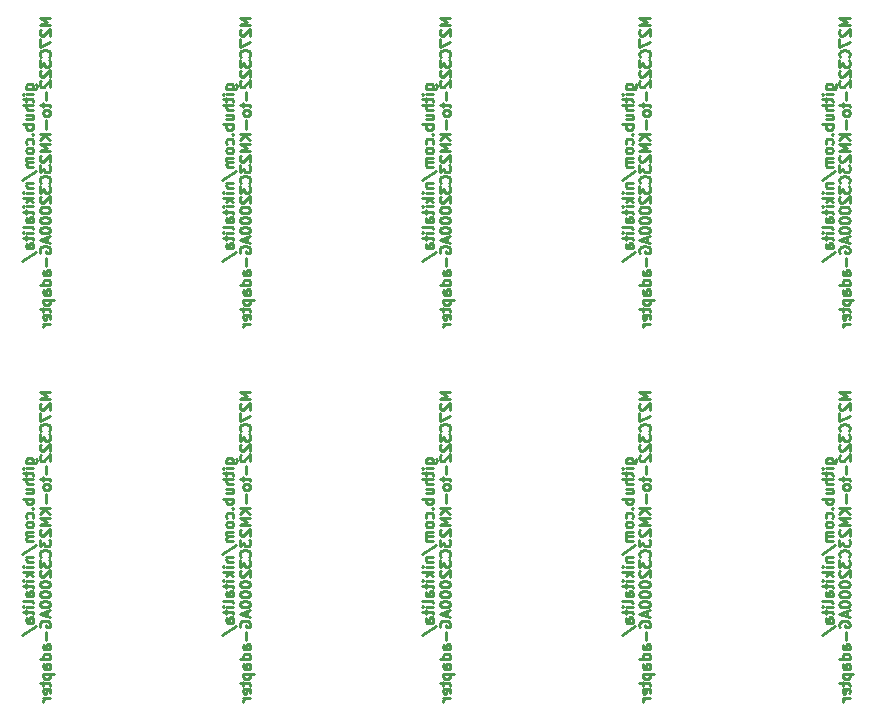
<source format=gbr>
%TF.GenerationSoftware,KiCad,Pcbnew,(6.0.7)*%
%TF.CreationDate,2022-08-09T00:19:31-07:00*%
%TF.ProjectId,panelized-M27C322-to-KM23C32000AG-adapter,70616e65-6c69-47a6-9564-2d4d32374333,rev?*%
%TF.SameCoordinates,Original*%
%TF.FileFunction,Legend,Bot*%
%TF.FilePolarity,Positive*%
%FSLAX46Y46*%
G04 Gerber Fmt 4.6, Leading zero omitted, Abs format (unit mm)*
G04 Created by KiCad (PCBNEW (6.0.7)) date 2022-08-09 00:19:31*
%MOMM*%
%LPD*%
G01*
G04 APERTURE LIST*
G04 Aperture macros list*
%AMFreePoly0*
4,1,43,0.067453,0.524421,0.088820,0.521227,0.211929,0.484410,0.231542,0.475348,0.339368,0.405458,0.352846,0.393700,0.635000,0.393700,0.683980,0.375873,0.710042,0.330732,0.711200,0.317500,0.711200,-0.317500,0.693373,-0.366480,0.648232,-0.392542,0.635000,-0.393700,0.351531,-0.393700,0.345985,-0.399827,0.329361,-0.413629,0.219858,-0.480863,0.200030,-0.489443,0.076059,-0.523242,
0.054619,-0.525912,-0.073855,-0.523557,-0.095181,-0.520103,-0.217831,-0.481785,-0.237332,-0.472484,-0.344297,-0.401282,-0.352777,-0.393700,-0.635000,-0.393700,-0.683980,-0.375873,-0.710042,-0.330732,-0.711200,-0.317500,-0.711200,0.317500,-0.693373,0.366480,-0.648232,0.392542,-0.635000,0.393700,-0.352495,0.393700,-0.350843,0.395571,-0.334389,0.409574,-0.225716,0.478141,-0.205995,0.486962,
-0.082446,0.522273,-0.061040,0.525206,0.067453,0.524421,0.067453,0.524421,$1*%
G04 Aperture macros list end*
%ADD10C,0.225000*%
%ADD11C,1.000000*%
%ADD12C,0.500000*%
%ADD13C,1.152000*%
%ADD14FreePoly0,180.000000*%
G04 APERTURE END LIST*
D10*
X96903642Y-62176428D02*
X97632214Y-62176428D01*
X97717928Y-62133571D01*
X97760785Y-62090714D01*
X97803642Y-62005000D01*
X97803642Y-61876428D01*
X97760785Y-61790714D01*
X97460785Y-62176428D02*
X97503642Y-62090714D01*
X97503642Y-61919285D01*
X97460785Y-61833571D01*
X97417928Y-61790714D01*
X97332214Y-61747857D01*
X97075071Y-61747857D01*
X96989357Y-61790714D01*
X96946500Y-61833571D01*
X96903642Y-61919285D01*
X96903642Y-62090714D01*
X96946500Y-62176428D01*
X97503642Y-62605000D02*
X96903642Y-62605000D01*
X96603642Y-62605000D02*
X96646500Y-62562142D01*
X96689357Y-62605000D01*
X96646500Y-62647857D01*
X96603642Y-62605000D01*
X96689357Y-62605000D01*
X96903642Y-62905000D02*
X96903642Y-63247857D01*
X96603642Y-63033571D02*
X97375071Y-63033571D01*
X97460785Y-63076428D01*
X97503642Y-63162142D01*
X97503642Y-63247857D01*
X97503642Y-63547857D02*
X96603642Y-63547857D01*
X97503642Y-63933571D02*
X97032214Y-63933571D01*
X96946500Y-63890714D01*
X96903642Y-63805000D01*
X96903642Y-63676428D01*
X96946500Y-63590714D01*
X96989357Y-63547857D01*
X96903642Y-64747857D02*
X97503642Y-64747857D01*
X96903642Y-64362142D02*
X97375071Y-64362142D01*
X97460785Y-64405000D01*
X97503642Y-64490714D01*
X97503642Y-64619285D01*
X97460785Y-64705000D01*
X97417928Y-64747857D01*
X97503642Y-65176428D02*
X96603642Y-65176428D01*
X96946500Y-65176428D02*
X96903642Y-65262142D01*
X96903642Y-65433571D01*
X96946500Y-65519285D01*
X96989357Y-65562142D01*
X97075071Y-65605000D01*
X97332214Y-65605000D01*
X97417928Y-65562142D01*
X97460785Y-65519285D01*
X97503642Y-65433571D01*
X97503642Y-65262142D01*
X97460785Y-65176428D01*
X97417928Y-65990714D02*
X97460785Y-66033571D01*
X97503642Y-65990714D01*
X97460785Y-65947857D01*
X97417928Y-65990714D01*
X97503642Y-65990714D01*
X97460785Y-66805000D02*
X97503642Y-66719285D01*
X97503642Y-66547857D01*
X97460785Y-66462142D01*
X97417928Y-66419285D01*
X97332214Y-66376428D01*
X97075071Y-66376428D01*
X96989357Y-66419285D01*
X96946500Y-66462142D01*
X96903642Y-66547857D01*
X96903642Y-66719285D01*
X96946500Y-66805000D01*
X97503642Y-67319285D02*
X97460785Y-67233571D01*
X97417928Y-67190714D01*
X97332214Y-67147857D01*
X97075071Y-67147857D01*
X96989357Y-67190714D01*
X96946500Y-67233571D01*
X96903642Y-67319285D01*
X96903642Y-67447857D01*
X96946500Y-67533571D01*
X96989357Y-67576428D01*
X97075071Y-67619285D01*
X97332214Y-67619285D01*
X97417928Y-67576428D01*
X97460785Y-67533571D01*
X97503642Y-67447857D01*
X97503642Y-67319285D01*
X97503642Y-68005000D02*
X96903642Y-68005000D01*
X96989357Y-68005000D02*
X96946500Y-68047857D01*
X96903642Y-68133571D01*
X96903642Y-68262142D01*
X96946500Y-68347857D01*
X97032214Y-68390714D01*
X97503642Y-68390714D01*
X97032214Y-68390714D02*
X96946500Y-68433571D01*
X96903642Y-68519285D01*
X96903642Y-68647857D01*
X96946500Y-68733571D01*
X97032214Y-68776428D01*
X97503642Y-68776428D01*
X96560785Y-69847857D02*
X97717928Y-69076428D01*
X96903642Y-70147857D02*
X97503642Y-70147857D01*
X96989357Y-70147857D02*
X96946500Y-70190714D01*
X96903642Y-70276428D01*
X96903642Y-70405000D01*
X96946500Y-70490714D01*
X97032214Y-70533571D01*
X97503642Y-70533571D01*
X97503642Y-70962142D02*
X96903642Y-70962142D01*
X96603642Y-70962142D02*
X96646500Y-70919285D01*
X96689357Y-70962142D01*
X96646500Y-71005000D01*
X96603642Y-70962142D01*
X96689357Y-70962142D01*
X97503642Y-71390714D02*
X96603642Y-71390714D01*
X97160785Y-71476428D02*
X97503642Y-71733571D01*
X96903642Y-71733571D02*
X97246500Y-71390714D01*
X97503642Y-72119285D02*
X96903642Y-72119285D01*
X96603642Y-72119285D02*
X96646500Y-72076428D01*
X96689357Y-72119285D01*
X96646500Y-72162142D01*
X96603642Y-72119285D01*
X96689357Y-72119285D01*
X96903642Y-72419285D02*
X96903642Y-72762142D01*
X96603642Y-72547857D02*
X97375071Y-72547857D01*
X97460785Y-72590714D01*
X97503642Y-72676428D01*
X97503642Y-72762142D01*
X97503642Y-73447857D02*
X97032214Y-73447857D01*
X96946500Y-73405000D01*
X96903642Y-73319285D01*
X96903642Y-73147857D01*
X96946500Y-73062142D01*
X97460785Y-73447857D02*
X97503642Y-73362142D01*
X97503642Y-73147857D01*
X97460785Y-73062142D01*
X97375071Y-73019285D01*
X97289357Y-73019285D01*
X97203642Y-73062142D01*
X97160785Y-73147857D01*
X97160785Y-73362142D01*
X97117928Y-73447857D01*
X97503642Y-74005000D02*
X97460785Y-73919285D01*
X97375071Y-73876428D01*
X96603642Y-73876428D01*
X97503642Y-74347857D02*
X96903642Y-74347857D01*
X96603642Y-74347857D02*
X96646500Y-74305000D01*
X96689357Y-74347857D01*
X96646500Y-74390714D01*
X96603642Y-74347857D01*
X96689357Y-74347857D01*
X96903642Y-74647857D02*
X96903642Y-74990714D01*
X96603642Y-74776428D02*
X97375071Y-74776428D01*
X97460785Y-74819285D01*
X97503642Y-74905000D01*
X97503642Y-74990714D01*
X97503642Y-75676428D02*
X97032214Y-75676428D01*
X96946500Y-75633571D01*
X96903642Y-75547857D01*
X96903642Y-75376428D01*
X96946500Y-75290714D01*
X97460785Y-75676428D02*
X97503642Y-75590714D01*
X97503642Y-75376428D01*
X97460785Y-75290714D01*
X97375071Y-75247857D01*
X97289357Y-75247857D01*
X97203642Y-75290714D01*
X97160785Y-75376428D01*
X97160785Y-75590714D01*
X97117928Y-75676428D01*
X96560785Y-76747857D02*
X97717928Y-75976428D01*
X98952642Y-56176428D02*
X98052642Y-56176428D01*
X98695500Y-56476428D01*
X98052642Y-56776428D01*
X98952642Y-56776428D01*
X98138357Y-57162142D02*
X98095500Y-57205000D01*
X98052642Y-57290714D01*
X98052642Y-57505000D01*
X98095500Y-57590714D01*
X98138357Y-57633571D01*
X98224071Y-57676428D01*
X98309785Y-57676428D01*
X98438357Y-57633571D01*
X98952642Y-57119285D01*
X98952642Y-57676428D01*
X98052642Y-57976428D02*
X98052642Y-58576428D01*
X98952642Y-58190714D01*
X98866928Y-59433571D02*
X98909785Y-59390714D01*
X98952642Y-59262142D01*
X98952642Y-59176428D01*
X98909785Y-59047857D01*
X98824071Y-58962142D01*
X98738357Y-58919285D01*
X98566928Y-58876428D01*
X98438357Y-58876428D01*
X98266928Y-58919285D01*
X98181214Y-58962142D01*
X98095500Y-59047857D01*
X98052642Y-59176428D01*
X98052642Y-59262142D01*
X98095500Y-59390714D01*
X98138357Y-59433571D01*
X98052642Y-59733571D02*
X98052642Y-60290714D01*
X98395500Y-59990714D01*
X98395500Y-60119285D01*
X98438357Y-60205000D01*
X98481214Y-60247857D01*
X98566928Y-60290714D01*
X98781214Y-60290714D01*
X98866928Y-60247857D01*
X98909785Y-60205000D01*
X98952642Y-60119285D01*
X98952642Y-59862142D01*
X98909785Y-59776428D01*
X98866928Y-59733571D01*
X98138357Y-60633571D02*
X98095500Y-60676428D01*
X98052642Y-60762142D01*
X98052642Y-60976428D01*
X98095500Y-61062142D01*
X98138357Y-61105000D01*
X98224071Y-61147857D01*
X98309785Y-61147857D01*
X98438357Y-61105000D01*
X98952642Y-60590714D01*
X98952642Y-61147857D01*
X98138357Y-61490714D02*
X98095500Y-61533571D01*
X98052642Y-61619285D01*
X98052642Y-61833571D01*
X98095500Y-61919285D01*
X98138357Y-61962142D01*
X98224071Y-62005000D01*
X98309785Y-62005000D01*
X98438357Y-61962142D01*
X98952642Y-61447857D01*
X98952642Y-62005000D01*
X98609785Y-62390714D02*
X98609785Y-63076428D01*
X98352642Y-63376428D02*
X98352642Y-63719285D01*
X98052642Y-63505000D02*
X98824071Y-63505000D01*
X98909785Y-63547857D01*
X98952642Y-63633571D01*
X98952642Y-63719285D01*
X98952642Y-64147857D02*
X98909785Y-64062142D01*
X98866928Y-64019285D01*
X98781214Y-63976428D01*
X98524071Y-63976428D01*
X98438357Y-64019285D01*
X98395500Y-64062142D01*
X98352642Y-64147857D01*
X98352642Y-64276428D01*
X98395500Y-64362142D01*
X98438357Y-64405000D01*
X98524071Y-64447857D01*
X98781214Y-64447857D01*
X98866928Y-64405000D01*
X98909785Y-64362142D01*
X98952642Y-64276428D01*
X98952642Y-64147857D01*
X98609785Y-64833571D02*
X98609785Y-65519285D01*
X98952642Y-65947857D02*
X98052642Y-65947857D01*
X98952642Y-66462142D02*
X98438357Y-66076428D01*
X98052642Y-66462142D02*
X98566928Y-65947857D01*
X98952642Y-66847857D02*
X98052642Y-66847857D01*
X98695500Y-67147857D01*
X98052642Y-67447857D01*
X98952642Y-67447857D01*
X98138357Y-67833571D02*
X98095500Y-67876428D01*
X98052642Y-67962142D01*
X98052642Y-68176428D01*
X98095500Y-68262142D01*
X98138357Y-68305000D01*
X98224071Y-68347857D01*
X98309785Y-68347857D01*
X98438357Y-68305000D01*
X98952642Y-67790714D01*
X98952642Y-68347857D01*
X98052642Y-68647857D02*
X98052642Y-69205000D01*
X98395500Y-68905000D01*
X98395500Y-69033571D01*
X98438357Y-69119285D01*
X98481214Y-69162142D01*
X98566928Y-69205000D01*
X98781214Y-69205000D01*
X98866928Y-69162142D01*
X98909785Y-69119285D01*
X98952642Y-69033571D01*
X98952642Y-68776428D01*
X98909785Y-68690714D01*
X98866928Y-68647857D01*
X98866928Y-70105000D02*
X98909785Y-70062142D01*
X98952642Y-69933571D01*
X98952642Y-69847857D01*
X98909785Y-69719285D01*
X98824071Y-69633571D01*
X98738357Y-69590714D01*
X98566928Y-69547857D01*
X98438357Y-69547857D01*
X98266928Y-69590714D01*
X98181214Y-69633571D01*
X98095500Y-69719285D01*
X98052642Y-69847857D01*
X98052642Y-69933571D01*
X98095500Y-70062142D01*
X98138357Y-70105000D01*
X98052642Y-70405000D02*
X98052642Y-70962142D01*
X98395500Y-70662142D01*
X98395500Y-70790714D01*
X98438357Y-70876428D01*
X98481214Y-70919285D01*
X98566928Y-70962142D01*
X98781214Y-70962142D01*
X98866928Y-70919285D01*
X98909785Y-70876428D01*
X98952642Y-70790714D01*
X98952642Y-70533571D01*
X98909785Y-70447857D01*
X98866928Y-70405000D01*
X98138357Y-71305000D02*
X98095500Y-71347857D01*
X98052642Y-71433571D01*
X98052642Y-71647857D01*
X98095500Y-71733571D01*
X98138357Y-71776428D01*
X98224071Y-71819285D01*
X98309785Y-71819285D01*
X98438357Y-71776428D01*
X98952642Y-71262142D01*
X98952642Y-71819285D01*
X98052642Y-72376428D02*
X98052642Y-72462142D01*
X98095500Y-72547857D01*
X98138357Y-72590714D01*
X98224071Y-72633571D01*
X98395500Y-72676428D01*
X98609785Y-72676428D01*
X98781214Y-72633571D01*
X98866928Y-72590714D01*
X98909785Y-72547857D01*
X98952642Y-72462142D01*
X98952642Y-72376428D01*
X98909785Y-72290714D01*
X98866928Y-72247857D01*
X98781214Y-72205000D01*
X98609785Y-72162142D01*
X98395500Y-72162142D01*
X98224071Y-72205000D01*
X98138357Y-72247857D01*
X98095500Y-72290714D01*
X98052642Y-72376428D01*
X98052642Y-73233571D02*
X98052642Y-73319285D01*
X98095500Y-73405000D01*
X98138357Y-73447857D01*
X98224071Y-73490714D01*
X98395500Y-73533571D01*
X98609785Y-73533571D01*
X98781214Y-73490714D01*
X98866928Y-73447857D01*
X98909785Y-73405000D01*
X98952642Y-73319285D01*
X98952642Y-73233571D01*
X98909785Y-73147857D01*
X98866928Y-73105000D01*
X98781214Y-73062142D01*
X98609785Y-73019285D01*
X98395500Y-73019285D01*
X98224071Y-73062142D01*
X98138357Y-73105000D01*
X98095500Y-73147857D01*
X98052642Y-73233571D01*
X98052642Y-74090714D02*
X98052642Y-74176428D01*
X98095500Y-74262142D01*
X98138357Y-74305000D01*
X98224071Y-74347857D01*
X98395500Y-74390714D01*
X98609785Y-74390714D01*
X98781214Y-74347857D01*
X98866928Y-74305000D01*
X98909785Y-74262142D01*
X98952642Y-74176428D01*
X98952642Y-74090714D01*
X98909785Y-74005000D01*
X98866928Y-73962142D01*
X98781214Y-73919285D01*
X98609785Y-73876428D01*
X98395500Y-73876428D01*
X98224071Y-73919285D01*
X98138357Y-73962142D01*
X98095500Y-74005000D01*
X98052642Y-74090714D01*
X98695500Y-74733571D02*
X98695500Y-75162142D01*
X98952642Y-74647857D02*
X98052642Y-74947857D01*
X98952642Y-75247857D01*
X98095500Y-76019285D02*
X98052642Y-75933571D01*
X98052642Y-75805000D01*
X98095500Y-75676428D01*
X98181214Y-75590714D01*
X98266928Y-75547857D01*
X98438357Y-75505000D01*
X98566928Y-75505000D01*
X98738357Y-75547857D01*
X98824071Y-75590714D01*
X98909785Y-75676428D01*
X98952642Y-75805000D01*
X98952642Y-75890714D01*
X98909785Y-76019285D01*
X98866928Y-76062142D01*
X98566928Y-76062142D01*
X98566928Y-75890714D01*
X98609785Y-76447857D02*
X98609785Y-77133571D01*
X98952642Y-77947857D02*
X98481214Y-77947857D01*
X98395500Y-77905000D01*
X98352642Y-77819285D01*
X98352642Y-77647857D01*
X98395500Y-77562142D01*
X98909785Y-77947857D02*
X98952642Y-77862142D01*
X98952642Y-77647857D01*
X98909785Y-77562142D01*
X98824071Y-77519285D01*
X98738357Y-77519285D01*
X98652642Y-77562142D01*
X98609785Y-77647857D01*
X98609785Y-77862142D01*
X98566928Y-77947857D01*
X98952642Y-78762142D02*
X98052642Y-78762142D01*
X98909785Y-78762142D02*
X98952642Y-78676428D01*
X98952642Y-78505000D01*
X98909785Y-78419285D01*
X98866928Y-78376428D01*
X98781214Y-78333571D01*
X98524071Y-78333571D01*
X98438357Y-78376428D01*
X98395500Y-78419285D01*
X98352642Y-78505000D01*
X98352642Y-78676428D01*
X98395500Y-78762142D01*
X98952642Y-79576428D02*
X98481214Y-79576428D01*
X98395500Y-79533571D01*
X98352642Y-79447857D01*
X98352642Y-79276428D01*
X98395500Y-79190714D01*
X98909785Y-79576428D02*
X98952642Y-79490714D01*
X98952642Y-79276428D01*
X98909785Y-79190714D01*
X98824071Y-79147857D01*
X98738357Y-79147857D01*
X98652642Y-79190714D01*
X98609785Y-79276428D01*
X98609785Y-79490714D01*
X98566928Y-79576428D01*
X98352642Y-80005000D02*
X99252642Y-80005000D01*
X98395500Y-80005000D02*
X98352642Y-80090714D01*
X98352642Y-80262142D01*
X98395500Y-80347857D01*
X98438357Y-80390714D01*
X98524071Y-80433571D01*
X98781214Y-80433571D01*
X98866928Y-80390714D01*
X98909785Y-80347857D01*
X98952642Y-80262142D01*
X98952642Y-80090714D01*
X98909785Y-80005000D01*
X98352642Y-80690714D02*
X98352642Y-81033571D01*
X98052642Y-80819285D02*
X98824071Y-80819285D01*
X98909785Y-80862142D01*
X98952642Y-80947857D01*
X98952642Y-81033571D01*
X98909785Y-81676428D02*
X98952642Y-81590714D01*
X98952642Y-81419285D01*
X98909785Y-81333571D01*
X98824071Y-81290714D01*
X98481214Y-81290714D01*
X98395500Y-81333571D01*
X98352642Y-81419285D01*
X98352642Y-81590714D01*
X98395500Y-81676428D01*
X98481214Y-81719285D01*
X98566928Y-81719285D01*
X98652642Y-81290714D01*
X98952642Y-82105000D02*
X98352642Y-82105000D01*
X98524071Y-82105000D02*
X98438357Y-82147857D01*
X98395500Y-82190714D01*
X98352642Y-82276428D01*
X98352642Y-82362142D01*
X79981142Y-62176428D02*
X80709714Y-62176428D01*
X80795428Y-62133571D01*
X80838285Y-62090714D01*
X80881142Y-62005000D01*
X80881142Y-61876428D01*
X80838285Y-61790714D01*
X80538285Y-62176428D02*
X80581142Y-62090714D01*
X80581142Y-61919285D01*
X80538285Y-61833571D01*
X80495428Y-61790714D01*
X80409714Y-61747857D01*
X80152571Y-61747857D01*
X80066857Y-61790714D01*
X80024000Y-61833571D01*
X79981142Y-61919285D01*
X79981142Y-62090714D01*
X80024000Y-62176428D01*
X80581142Y-62605000D02*
X79981142Y-62605000D01*
X79681142Y-62605000D02*
X79724000Y-62562142D01*
X79766857Y-62605000D01*
X79724000Y-62647857D01*
X79681142Y-62605000D01*
X79766857Y-62605000D01*
X79981142Y-62905000D02*
X79981142Y-63247857D01*
X79681142Y-63033571D02*
X80452571Y-63033571D01*
X80538285Y-63076428D01*
X80581142Y-63162142D01*
X80581142Y-63247857D01*
X80581142Y-63547857D02*
X79681142Y-63547857D01*
X80581142Y-63933571D02*
X80109714Y-63933571D01*
X80024000Y-63890714D01*
X79981142Y-63805000D01*
X79981142Y-63676428D01*
X80024000Y-63590714D01*
X80066857Y-63547857D01*
X79981142Y-64747857D02*
X80581142Y-64747857D01*
X79981142Y-64362142D02*
X80452571Y-64362142D01*
X80538285Y-64405000D01*
X80581142Y-64490714D01*
X80581142Y-64619285D01*
X80538285Y-64705000D01*
X80495428Y-64747857D01*
X80581142Y-65176428D02*
X79681142Y-65176428D01*
X80024000Y-65176428D02*
X79981142Y-65262142D01*
X79981142Y-65433571D01*
X80024000Y-65519285D01*
X80066857Y-65562142D01*
X80152571Y-65605000D01*
X80409714Y-65605000D01*
X80495428Y-65562142D01*
X80538285Y-65519285D01*
X80581142Y-65433571D01*
X80581142Y-65262142D01*
X80538285Y-65176428D01*
X80495428Y-65990714D02*
X80538285Y-66033571D01*
X80581142Y-65990714D01*
X80538285Y-65947857D01*
X80495428Y-65990714D01*
X80581142Y-65990714D01*
X80538285Y-66805000D02*
X80581142Y-66719285D01*
X80581142Y-66547857D01*
X80538285Y-66462142D01*
X80495428Y-66419285D01*
X80409714Y-66376428D01*
X80152571Y-66376428D01*
X80066857Y-66419285D01*
X80024000Y-66462142D01*
X79981142Y-66547857D01*
X79981142Y-66719285D01*
X80024000Y-66805000D01*
X80581142Y-67319285D02*
X80538285Y-67233571D01*
X80495428Y-67190714D01*
X80409714Y-67147857D01*
X80152571Y-67147857D01*
X80066857Y-67190714D01*
X80024000Y-67233571D01*
X79981142Y-67319285D01*
X79981142Y-67447857D01*
X80024000Y-67533571D01*
X80066857Y-67576428D01*
X80152571Y-67619285D01*
X80409714Y-67619285D01*
X80495428Y-67576428D01*
X80538285Y-67533571D01*
X80581142Y-67447857D01*
X80581142Y-67319285D01*
X80581142Y-68005000D02*
X79981142Y-68005000D01*
X80066857Y-68005000D02*
X80024000Y-68047857D01*
X79981142Y-68133571D01*
X79981142Y-68262142D01*
X80024000Y-68347857D01*
X80109714Y-68390714D01*
X80581142Y-68390714D01*
X80109714Y-68390714D02*
X80024000Y-68433571D01*
X79981142Y-68519285D01*
X79981142Y-68647857D01*
X80024000Y-68733571D01*
X80109714Y-68776428D01*
X80581142Y-68776428D01*
X79638285Y-69847857D02*
X80795428Y-69076428D01*
X79981142Y-70147857D02*
X80581142Y-70147857D01*
X80066857Y-70147857D02*
X80024000Y-70190714D01*
X79981142Y-70276428D01*
X79981142Y-70405000D01*
X80024000Y-70490714D01*
X80109714Y-70533571D01*
X80581142Y-70533571D01*
X80581142Y-70962142D02*
X79981142Y-70962142D01*
X79681142Y-70962142D02*
X79724000Y-70919285D01*
X79766857Y-70962142D01*
X79724000Y-71005000D01*
X79681142Y-70962142D01*
X79766857Y-70962142D01*
X80581142Y-71390714D02*
X79681142Y-71390714D01*
X80238285Y-71476428D02*
X80581142Y-71733571D01*
X79981142Y-71733571D02*
X80324000Y-71390714D01*
X80581142Y-72119285D02*
X79981142Y-72119285D01*
X79681142Y-72119285D02*
X79724000Y-72076428D01*
X79766857Y-72119285D01*
X79724000Y-72162142D01*
X79681142Y-72119285D01*
X79766857Y-72119285D01*
X79981142Y-72419285D02*
X79981142Y-72762142D01*
X79681142Y-72547857D02*
X80452571Y-72547857D01*
X80538285Y-72590714D01*
X80581142Y-72676428D01*
X80581142Y-72762142D01*
X80581142Y-73447857D02*
X80109714Y-73447857D01*
X80024000Y-73405000D01*
X79981142Y-73319285D01*
X79981142Y-73147857D01*
X80024000Y-73062142D01*
X80538285Y-73447857D02*
X80581142Y-73362142D01*
X80581142Y-73147857D01*
X80538285Y-73062142D01*
X80452571Y-73019285D01*
X80366857Y-73019285D01*
X80281142Y-73062142D01*
X80238285Y-73147857D01*
X80238285Y-73362142D01*
X80195428Y-73447857D01*
X80581142Y-74005000D02*
X80538285Y-73919285D01*
X80452571Y-73876428D01*
X79681142Y-73876428D01*
X80581142Y-74347857D02*
X79981142Y-74347857D01*
X79681142Y-74347857D02*
X79724000Y-74305000D01*
X79766857Y-74347857D01*
X79724000Y-74390714D01*
X79681142Y-74347857D01*
X79766857Y-74347857D01*
X79981142Y-74647857D02*
X79981142Y-74990714D01*
X79681142Y-74776428D02*
X80452571Y-74776428D01*
X80538285Y-74819285D01*
X80581142Y-74905000D01*
X80581142Y-74990714D01*
X80581142Y-75676428D02*
X80109714Y-75676428D01*
X80024000Y-75633571D01*
X79981142Y-75547857D01*
X79981142Y-75376428D01*
X80024000Y-75290714D01*
X80538285Y-75676428D02*
X80581142Y-75590714D01*
X80581142Y-75376428D01*
X80538285Y-75290714D01*
X80452571Y-75247857D01*
X80366857Y-75247857D01*
X80281142Y-75290714D01*
X80238285Y-75376428D01*
X80238285Y-75590714D01*
X80195428Y-75676428D01*
X79638285Y-76747857D02*
X80795428Y-75976428D01*
X82030142Y-56176428D02*
X81130142Y-56176428D01*
X81773000Y-56476428D01*
X81130142Y-56776428D01*
X82030142Y-56776428D01*
X81215857Y-57162142D02*
X81173000Y-57205000D01*
X81130142Y-57290714D01*
X81130142Y-57505000D01*
X81173000Y-57590714D01*
X81215857Y-57633571D01*
X81301571Y-57676428D01*
X81387285Y-57676428D01*
X81515857Y-57633571D01*
X82030142Y-57119285D01*
X82030142Y-57676428D01*
X81130142Y-57976428D02*
X81130142Y-58576428D01*
X82030142Y-58190714D01*
X81944428Y-59433571D02*
X81987285Y-59390714D01*
X82030142Y-59262142D01*
X82030142Y-59176428D01*
X81987285Y-59047857D01*
X81901571Y-58962142D01*
X81815857Y-58919285D01*
X81644428Y-58876428D01*
X81515857Y-58876428D01*
X81344428Y-58919285D01*
X81258714Y-58962142D01*
X81173000Y-59047857D01*
X81130142Y-59176428D01*
X81130142Y-59262142D01*
X81173000Y-59390714D01*
X81215857Y-59433571D01*
X81130142Y-59733571D02*
X81130142Y-60290714D01*
X81473000Y-59990714D01*
X81473000Y-60119285D01*
X81515857Y-60205000D01*
X81558714Y-60247857D01*
X81644428Y-60290714D01*
X81858714Y-60290714D01*
X81944428Y-60247857D01*
X81987285Y-60205000D01*
X82030142Y-60119285D01*
X82030142Y-59862142D01*
X81987285Y-59776428D01*
X81944428Y-59733571D01*
X81215857Y-60633571D02*
X81173000Y-60676428D01*
X81130142Y-60762142D01*
X81130142Y-60976428D01*
X81173000Y-61062142D01*
X81215857Y-61105000D01*
X81301571Y-61147857D01*
X81387285Y-61147857D01*
X81515857Y-61105000D01*
X82030142Y-60590714D01*
X82030142Y-61147857D01*
X81215857Y-61490714D02*
X81173000Y-61533571D01*
X81130142Y-61619285D01*
X81130142Y-61833571D01*
X81173000Y-61919285D01*
X81215857Y-61962142D01*
X81301571Y-62005000D01*
X81387285Y-62005000D01*
X81515857Y-61962142D01*
X82030142Y-61447857D01*
X82030142Y-62005000D01*
X81687285Y-62390714D02*
X81687285Y-63076428D01*
X81430142Y-63376428D02*
X81430142Y-63719285D01*
X81130142Y-63505000D02*
X81901571Y-63505000D01*
X81987285Y-63547857D01*
X82030142Y-63633571D01*
X82030142Y-63719285D01*
X82030142Y-64147857D02*
X81987285Y-64062142D01*
X81944428Y-64019285D01*
X81858714Y-63976428D01*
X81601571Y-63976428D01*
X81515857Y-64019285D01*
X81473000Y-64062142D01*
X81430142Y-64147857D01*
X81430142Y-64276428D01*
X81473000Y-64362142D01*
X81515857Y-64405000D01*
X81601571Y-64447857D01*
X81858714Y-64447857D01*
X81944428Y-64405000D01*
X81987285Y-64362142D01*
X82030142Y-64276428D01*
X82030142Y-64147857D01*
X81687285Y-64833571D02*
X81687285Y-65519285D01*
X82030142Y-65947857D02*
X81130142Y-65947857D01*
X82030142Y-66462142D02*
X81515857Y-66076428D01*
X81130142Y-66462142D02*
X81644428Y-65947857D01*
X82030142Y-66847857D02*
X81130142Y-66847857D01*
X81773000Y-67147857D01*
X81130142Y-67447857D01*
X82030142Y-67447857D01*
X81215857Y-67833571D02*
X81173000Y-67876428D01*
X81130142Y-67962142D01*
X81130142Y-68176428D01*
X81173000Y-68262142D01*
X81215857Y-68305000D01*
X81301571Y-68347857D01*
X81387285Y-68347857D01*
X81515857Y-68305000D01*
X82030142Y-67790714D01*
X82030142Y-68347857D01*
X81130142Y-68647857D02*
X81130142Y-69205000D01*
X81473000Y-68905000D01*
X81473000Y-69033571D01*
X81515857Y-69119285D01*
X81558714Y-69162142D01*
X81644428Y-69205000D01*
X81858714Y-69205000D01*
X81944428Y-69162142D01*
X81987285Y-69119285D01*
X82030142Y-69033571D01*
X82030142Y-68776428D01*
X81987285Y-68690714D01*
X81944428Y-68647857D01*
X81944428Y-70105000D02*
X81987285Y-70062142D01*
X82030142Y-69933571D01*
X82030142Y-69847857D01*
X81987285Y-69719285D01*
X81901571Y-69633571D01*
X81815857Y-69590714D01*
X81644428Y-69547857D01*
X81515857Y-69547857D01*
X81344428Y-69590714D01*
X81258714Y-69633571D01*
X81173000Y-69719285D01*
X81130142Y-69847857D01*
X81130142Y-69933571D01*
X81173000Y-70062142D01*
X81215857Y-70105000D01*
X81130142Y-70405000D02*
X81130142Y-70962142D01*
X81473000Y-70662142D01*
X81473000Y-70790714D01*
X81515857Y-70876428D01*
X81558714Y-70919285D01*
X81644428Y-70962142D01*
X81858714Y-70962142D01*
X81944428Y-70919285D01*
X81987285Y-70876428D01*
X82030142Y-70790714D01*
X82030142Y-70533571D01*
X81987285Y-70447857D01*
X81944428Y-70405000D01*
X81215857Y-71305000D02*
X81173000Y-71347857D01*
X81130142Y-71433571D01*
X81130142Y-71647857D01*
X81173000Y-71733571D01*
X81215857Y-71776428D01*
X81301571Y-71819285D01*
X81387285Y-71819285D01*
X81515857Y-71776428D01*
X82030142Y-71262142D01*
X82030142Y-71819285D01*
X81130142Y-72376428D02*
X81130142Y-72462142D01*
X81173000Y-72547857D01*
X81215857Y-72590714D01*
X81301571Y-72633571D01*
X81473000Y-72676428D01*
X81687285Y-72676428D01*
X81858714Y-72633571D01*
X81944428Y-72590714D01*
X81987285Y-72547857D01*
X82030142Y-72462142D01*
X82030142Y-72376428D01*
X81987285Y-72290714D01*
X81944428Y-72247857D01*
X81858714Y-72205000D01*
X81687285Y-72162142D01*
X81473000Y-72162142D01*
X81301571Y-72205000D01*
X81215857Y-72247857D01*
X81173000Y-72290714D01*
X81130142Y-72376428D01*
X81130142Y-73233571D02*
X81130142Y-73319285D01*
X81173000Y-73405000D01*
X81215857Y-73447857D01*
X81301571Y-73490714D01*
X81473000Y-73533571D01*
X81687285Y-73533571D01*
X81858714Y-73490714D01*
X81944428Y-73447857D01*
X81987285Y-73405000D01*
X82030142Y-73319285D01*
X82030142Y-73233571D01*
X81987285Y-73147857D01*
X81944428Y-73105000D01*
X81858714Y-73062142D01*
X81687285Y-73019285D01*
X81473000Y-73019285D01*
X81301571Y-73062142D01*
X81215857Y-73105000D01*
X81173000Y-73147857D01*
X81130142Y-73233571D01*
X81130142Y-74090714D02*
X81130142Y-74176428D01*
X81173000Y-74262142D01*
X81215857Y-74305000D01*
X81301571Y-74347857D01*
X81473000Y-74390714D01*
X81687285Y-74390714D01*
X81858714Y-74347857D01*
X81944428Y-74305000D01*
X81987285Y-74262142D01*
X82030142Y-74176428D01*
X82030142Y-74090714D01*
X81987285Y-74005000D01*
X81944428Y-73962142D01*
X81858714Y-73919285D01*
X81687285Y-73876428D01*
X81473000Y-73876428D01*
X81301571Y-73919285D01*
X81215857Y-73962142D01*
X81173000Y-74005000D01*
X81130142Y-74090714D01*
X81773000Y-74733571D02*
X81773000Y-75162142D01*
X82030142Y-74647857D02*
X81130142Y-74947857D01*
X82030142Y-75247857D01*
X81173000Y-76019285D02*
X81130142Y-75933571D01*
X81130142Y-75805000D01*
X81173000Y-75676428D01*
X81258714Y-75590714D01*
X81344428Y-75547857D01*
X81515857Y-75505000D01*
X81644428Y-75505000D01*
X81815857Y-75547857D01*
X81901571Y-75590714D01*
X81987285Y-75676428D01*
X82030142Y-75805000D01*
X82030142Y-75890714D01*
X81987285Y-76019285D01*
X81944428Y-76062142D01*
X81644428Y-76062142D01*
X81644428Y-75890714D01*
X81687285Y-76447857D02*
X81687285Y-77133571D01*
X82030142Y-77947857D02*
X81558714Y-77947857D01*
X81473000Y-77905000D01*
X81430142Y-77819285D01*
X81430142Y-77647857D01*
X81473000Y-77562142D01*
X81987285Y-77947857D02*
X82030142Y-77862142D01*
X82030142Y-77647857D01*
X81987285Y-77562142D01*
X81901571Y-77519285D01*
X81815857Y-77519285D01*
X81730142Y-77562142D01*
X81687285Y-77647857D01*
X81687285Y-77862142D01*
X81644428Y-77947857D01*
X82030142Y-78762142D02*
X81130142Y-78762142D01*
X81987285Y-78762142D02*
X82030142Y-78676428D01*
X82030142Y-78505000D01*
X81987285Y-78419285D01*
X81944428Y-78376428D01*
X81858714Y-78333571D01*
X81601571Y-78333571D01*
X81515857Y-78376428D01*
X81473000Y-78419285D01*
X81430142Y-78505000D01*
X81430142Y-78676428D01*
X81473000Y-78762142D01*
X82030142Y-79576428D02*
X81558714Y-79576428D01*
X81473000Y-79533571D01*
X81430142Y-79447857D01*
X81430142Y-79276428D01*
X81473000Y-79190714D01*
X81987285Y-79576428D02*
X82030142Y-79490714D01*
X82030142Y-79276428D01*
X81987285Y-79190714D01*
X81901571Y-79147857D01*
X81815857Y-79147857D01*
X81730142Y-79190714D01*
X81687285Y-79276428D01*
X81687285Y-79490714D01*
X81644428Y-79576428D01*
X81430142Y-80005000D02*
X82330142Y-80005000D01*
X81473000Y-80005000D02*
X81430142Y-80090714D01*
X81430142Y-80262142D01*
X81473000Y-80347857D01*
X81515857Y-80390714D01*
X81601571Y-80433571D01*
X81858714Y-80433571D01*
X81944428Y-80390714D01*
X81987285Y-80347857D01*
X82030142Y-80262142D01*
X82030142Y-80090714D01*
X81987285Y-80005000D01*
X81430142Y-80690714D02*
X81430142Y-81033571D01*
X81130142Y-80819285D02*
X81901571Y-80819285D01*
X81987285Y-80862142D01*
X82030142Y-80947857D01*
X82030142Y-81033571D01*
X81987285Y-81676428D02*
X82030142Y-81590714D01*
X82030142Y-81419285D01*
X81987285Y-81333571D01*
X81901571Y-81290714D01*
X81558714Y-81290714D01*
X81473000Y-81333571D01*
X81430142Y-81419285D01*
X81430142Y-81590714D01*
X81473000Y-81676428D01*
X81558714Y-81719285D01*
X81644428Y-81719285D01*
X81730142Y-81290714D01*
X82030142Y-82105000D02*
X81430142Y-82105000D01*
X81601571Y-82105000D02*
X81515857Y-82147857D01*
X81473000Y-82190714D01*
X81430142Y-82276428D01*
X81430142Y-82362142D01*
X46136142Y-62176428D02*
X46864714Y-62176428D01*
X46950428Y-62133571D01*
X46993285Y-62090714D01*
X47036142Y-62005000D01*
X47036142Y-61876428D01*
X46993285Y-61790714D01*
X46693285Y-62176428D02*
X46736142Y-62090714D01*
X46736142Y-61919285D01*
X46693285Y-61833571D01*
X46650428Y-61790714D01*
X46564714Y-61747857D01*
X46307571Y-61747857D01*
X46221857Y-61790714D01*
X46179000Y-61833571D01*
X46136142Y-61919285D01*
X46136142Y-62090714D01*
X46179000Y-62176428D01*
X46736142Y-62605000D02*
X46136142Y-62605000D01*
X45836142Y-62605000D02*
X45879000Y-62562142D01*
X45921857Y-62605000D01*
X45879000Y-62647857D01*
X45836142Y-62605000D01*
X45921857Y-62605000D01*
X46136142Y-62905000D02*
X46136142Y-63247857D01*
X45836142Y-63033571D02*
X46607571Y-63033571D01*
X46693285Y-63076428D01*
X46736142Y-63162142D01*
X46736142Y-63247857D01*
X46736142Y-63547857D02*
X45836142Y-63547857D01*
X46736142Y-63933571D02*
X46264714Y-63933571D01*
X46179000Y-63890714D01*
X46136142Y-63805000D01*
X46136142Y-63676428D01*
X46179000Y-63590714D01*
X46221857Y-63547857D01*
X46136142Y-64747857D02*
X46736142Y-64747857D01*
X46136142Y-64362142D02*
X46607571Y-64362142D01*
X46693285Y-64405000D01*
X46736142Y-64490714D01*
X46736142Y-64619285D01*
X46693285Y-64705000D01*
X46650428Y-64747857D01*
X46736142Y-65176428D02*
X45836142Y-65176428D01*
X46179000Y-65176428D02*
X46136142Y-65262142D01*
X46136142Y-65433571D01*
X46179000Y-65519285D01*
X46221857Y-65562142D01*
X46307571Y-65605000D01*
X46564714Y-65605000D01*
X46650428Y-65562142D01*
X46693285Y-65519285D01*
X46736142Y-65433571D01*
X46736142Y-65262142D01*
X46693285Y-65176428D01*
X46650428Y-65990714D02*
X46693285Y-66033571D01*
X46736142Y-65990714D01*
X46693285Y-65947857D01*
X46650428Y-65990714D01*
X46736142Y-65990714D01*
X46693285Y-66805000D02*
X46736142Y-66719285D01*
X46736142Y-66547857D01*
X46693285Y-66462142D01*
X46650428Y-66419285D01*
X46564714Y-66376428D01*
X46307571Y-66376428D01*
X46221857Y-66419285D01*
X46179000Y-66462142D01*
X46136142Y-66547857D01*
X46136142Y-66719285D01*
X46179000Y-66805000D01*
X46736142Y-67319285D02*
X46693285Y-67233571D01*
X46650428Y-67190714D01*
X46564714Y-67147857D01*
X46307571Y-67147857D01*
X46221857Y-67190714D01*
X46179000Y-67233571D01*
X46136142Y-67319285D01*
X46136142Y-67447857D01*
X46179000Y-67533571D01*
X46221857Y-67576428D01*
X46307571Y-67619285D01*
X46564714Y-67619285D01*
X46650428Y-67576428D01*
X46693285Y-67533571D01*
X46736142Y-67447857D01*
X46736142Y-67319285D01*
X46736142Y-68005000D02*
X46136142Y-68005000D01*
X46221857Y-68005000D02*
X46179000Y-68047857D01*
X46136142Y-68133571D01*
X46136142Y-68262142D01*
X46179000Y-68347857D01*
X46264714Y-68390714D01*
X46736142Y-68390714D01*
X46264714Y-68390714D02*
X46179000Y-68433571D01*
X46136142Y-68519285D01*
X46136142Y-68647857D01*
X46179000Y-68733571D01*
X46264714Y-68776428D01*
X46736142Y-68776428D01*
X45793285Y-69847857D02*
X46950428Y-69076428D01*
X46136142Y-70147857D02*
X46736142Y-70147857D01*
X46221857Y-70147857D02*
X46179000Y-70190714D01*
X46136142Y-70276428D01*
X46136142Y-70405000D01*
X46179000Y-70490714D01*
X46264714Y-70533571D01*
X46736142Y-70533571D01*
X46736142Y-70962142D02*
X46136142Y-70962142D01*
X45836142Y-70962142D02*
X45879000Y-70919285D01*
X45921857Y-70962142D01*
X45879000Y-71005000D01*
X45836142Y-70962142D01*
X45921857Y-70962142D01*
X46736142Y-71390714D02*
X45836142Y-71390714D01*
X46393285Y-71476428D02*
X46736142Y-71733571D01*
X46136142Y-71733571D02*
X46479000Y-71390714D01*
X46736142Y-72119285D02*
X46136142Y-72119285D01*
X45836142Y-72119285D02*
X45879000Y-72076428D01*
X45921857Y-72119285D01*
X45879000Y-72162142D01*
X45836142Y-72119285D01*
X45921857Y-72119285D01*
X46136142Y-72419285D02*
X46136142Y-72762142D01*
X45836142Y-72547857D02*
X46607571Y-72547857D01*
X46693285Y-72590714D01*
X46736142Y-72676428D01*
X46736142Y-72762142D01*
X46736142Y-73447857D02*
X46264714Y-73447857D01*
X46179000Y-73405000D01*
X46136142Y-73319285D01*
X46136142Y-73147857D01*
X46179000Y-73062142D01*
X46693285Y-73447857D02*
X46736142Y-73362142D01*
X46736142Y-73147857D01*
X46693285Y-73062142D01*
X46607571Y-73019285D01*
X46521857Y-73019285D01*
X46436142Y-73062142D01*
X46393285Y-73147857D01*
X46393285Y-73362142D01*
X46350428Y-73447857D01*
X46736142Y-74005000D02*
X46693285Y-73919285D01*
X46607571Y-73876428D01*
X45836142Y-73876428D01*
X46736142Y-74347857D02*
X46136142Y-74347857D01*
X45836142Y-74347857D02*
X45879000Y-74305000D01*
X45921857Y-74347857D01*
X45879000Y-74390714D01*
X45836142Y-74347857D01*
X45921857Y-74347857D01*
X46136142Y-74647857D02*
X46136142Y-74990714D01*
X45836142Y-74776428D02*
X46607571Y-74776428D01*
X46693285Y-74819285D01*
X46736142Y-74905000D01*
X46736142Y-74990714D01*
X46736142Y-75676428D02*
X46264714Y-75676428D01*
X46179000Y-75633571D01*
X46136142Y-75547857D01*
X46136142Y-75376428D01*
X46179000Y-75290714D01*
X46693285Y-75676428D02*
X46736142Y-75590714D01*
X46736142Y-75376428D01*
X46693285Y-75290714D01*
X46607571Y-75247857D01*
X46521857Y-75247857D01*
X46436142Y-75290714D01*
X46393285Y-75376428D01*
X46393285Y-75590714D01*
X46350428Y-75676428D01*
X45793285Y-76747857D02*
X46950428Y-75976428D01*
X48185142Y-56176428D02*
X47285142Y-56176428D01*
X47928000Y-56476428D01*
X47285142Y-56776428D01*
X48185142Y-56776428D01*
X47370857Y-57162142D02*
X47328000Y-57205000D01*
X47285142Y-57290714D01*
X47285142Y-57505000D01*
X47328000Y-57590714D01*
X47370857Y-57633571D01*
X47456571Y-57676428D01*
X47542285Y-57676428D01*
X47670857Y-57633571D01*
X48185142Y-57119285D01*
X48185142Y-57676428D01*
X47285142Y-57976428D02*
X47285142Y-58576428D01*
X48185142Y-58190714D01*
X48099428Y-59433571D02*
X48142285Y-59390714D01*
X48185142Y-59262142D01*
X48185142Y-59176428D01*
X48142285Y-59047857D01*
X48056571Y-58962142D01*
X47970857Y-58919285D01*
X47799428Y-58876428D01*
X47670857Y-58876428D01*
X47499428Y-58919285D01*
X47413714Y-58962142D01*
X47328000Y-59047857D01*
X47285142Y-59176428D01*
X47285142Y-59262142D01*
X47328000Y-59390714D01*
X47370857Y-59433571D01*
X47285142Y-59733571D02*
X47285142Y-60290714D01*
X47628000Y-59990714D01*
X47628000Y-60119285D01*
X47670857Y-60205000D01*
X47713714Y-60247857D01*
X47799428Y-60290714D01*
X48013714Y-60290714D01*
X48099428Y-60247857D01*
X48142285Y-60205000D01*
X48185142Y-60119285D01*
X48185142Y-59862142D01*
X48142285Y-59776428D01*
X48099428Y-59733571D01*
X47370857Y-60633571D02*
X47328000Y-60676428D01*
X47285142Y-60762142D01*
X47285142Y-60976428D01*
X47328000Y-61062142D01*
X47370857Y-61105000D01*
X47456571Y-61147857D01*
X47542285Y-61147857D01*
X47670857Y-61105000D01*
X48185142Y-60590714D01*
X48185142Y-61147857D01*
X47370857Y-61490714D02*
X47328000Y-61533571D01*
X47285142Y-61619285D01*
X47285142Y-61833571D01*
X47328000Y-61919285D01*
X47370857Y-61962142D01*
X47456571Y-62005000D01*
X47542285Y-62005000D01*
X47670857Y-61962142D01*
X48185142Y-61447857D01*
X48185142Y-62005000D01*
X47842285Y-62390714D02*
X47842285Y-63076428D01*
X47585142Y-63376428D02*
X47585142Y-63719285D01*
X47285142Y-63505000D02*
X48056571Y-63505000D01*
X48142285Y-63547857D01*
X48185142Y-63633571D01*
X48185142Y-63719285D01*
X48185142Y-64147857D02*
X48142285Y-64062142D01*
X48099428Y-64019285D01*
X48013714Y-63976428D01*
X47756571Y-63976428D01*
X47670857Y-64019285D01*
X47628000Y-64062142D01*
X47585142Y-64147857D01*
X47585142Y-64276428D01*
X47628000Y-64362142D01*
X47670857Y-64405000D01*
X47756571Y-64447857D01*
X48013714Y-64447857D01*
X48099428Y-64405000D01*
X48142285Y-64362142D01*
X48185142Y-64276428D01*
X48185142Y-64147857D01*
X47842285Y-64833571D02*
X47842285Y-65519285D01*
X48185142Y-65947857D02*
X47285142Y-65947857D01*
X48185142Y-66462142D02*
X47670857Y-66076428D01*
X47285142Y-66462142D02*
X47799428Y-65947857D01*
X48185142Y-66847857D02*
X47285142Y-66847857D01*
X47928000Y-67147857D01*
X47285142Y-67447857D01*
X48185142Y-67447857D01*
X47370857Y-67833571D02*
X47328000Y-67876428D01*
X47285142Y-67962142D01*
X47285142Y-68176428D01*
X47328000Y-68262142D01*
X47370857Y-68305000D01*
X47456571Y-68347857D01*
X47542285Y-68347857D01*
X47670857Y-68305000D01*
X48185142Y-67790714D01*
X48185142Y-68347857D01*
X47285142Y-68647857D02*
X47285142Y-69205000D01*
X47628000Y-68905000D01*
X47628000Y-69033571D01*
X47670857Y-69119285D01*
X47713714Y-69162142D01*
X47799428Y-69205000D01*
X48013714Y-69205000D01*
X48099428Y-69162142D01*
X48142285Y-69119285D01*
X48185142Y-69033571D01*
X48185142Y-68776428D01*
X48142285Y-68690714D01*
X48099428Y-68647857D01*
X48099428Y-70105000D02*
X48142285Y-70062142D01*
X48185142Y-69933571D01*
X48185142Y-69847857D01*
X48142285Y-69719285D01*
X48056571Y-69633571D01*
X47970857Y-69590714D01*
X47799428Y-69547857D01*
X47670857Y-69547857D01*
X47499428Y-69590714D01*
X47413714Y-69633571D01*
X47328000Y-69719285D01*
X47285142Y-69847857D01*
X47285142Y-69933571D01*
X47328000Y-70062142D01*
X47370857Y-70105000D01*
X47285142Y-70405000D02*
X47285142Y-70962142D01*
X47628000Y-70662142D01*
X47628000Y-70790714D01*
X47670857Y-70876428D01*
X47713714Y-70919285D01*
X47799428Y-70962142D01*
X48013714Y-70962142D01*
X48099428Y-70919285D01*
X48142285Y-70876428D01*
X48185142Y-70790714D01*
X48185142Y-70533571D01*
X48142285Y-70447857D01*
X48099428Y-70405000D01*
X47370857Y-71305000D02*
X47328000Y-71347857D01*
X47285142Y-71433571D01*
X47285142Y-71647857D01*
X47328000Y-71733571D01*
X47370857Y-71776428D01*
X47456571Y-71819285D01*
X47542285Y-71819285D01*
X47670857Y-71776428D01*
X48185142Y-71262142D01*
X48185142Y-71819285D01*
X47285142Y-72376428D02*
X47285142Y-72462142D01*
X47328000Y-72547857D01*
X47370857Y-72590714D01*
X47456571Y-72633571D01*
X47628000Y-72676428D01*
X47842285Y-72676428D01*
X48013714Y-72633571D01*
X48099428Y-72590714D01*
X48142285Y-72547857D01*
X48185142Y-72462142D01*
X48185142Y-72376428D01*
X48142285Y-72290714D01*
X48099428Y-72247857D01*
X48013714Y-72205000D01*
X47842285Y-72162142D01*
X47628000Y-72162142D01*
X47456571Y-72205000D01*
X47370857Y-72247857D01*
X47328000Y-72290714D01*
X47285142Y-72376428D01*
X47285142Y-73233571D02*
X47285142Y-73319285D01*
X47328000Y-73405000D01*
X47370857Y-73447857D01*
X47456571Y-73490714D01*
X47628000Y-73533571D01*
X47842285Y-73533571D01*
X48013714Y-73490714D01*
X48099428Y-73447857D01*
X48142285Y-73405000D01*
X48185142Y-73319285D01*
X48185142Y-73233571D01*
X48142285Y-73147857D01*
X48099428Y-73105000D01*
X48013714Y-73062142D01*
X47842285Y-73019285D01*
X47628000Y-73019285D01*
X47456571Y-73062142D01*
X47370857Y-73105000D01*
X47328000Y-73147857D01*
X47285142Y-73233571D01*
X47285142Y-74090714D02*
X47285142Y-74176428D01*
X47328000Y-74262142D01*
X47370857Y-74305000D01*
X47456571Y-74347857D01*
X47628000Y-74390714D01*
X47842285Y-74390714D01*
X48013714Y-74347857D01*
X48099428Y-74305000D01*
X48142285Y-74262142D01*
X48185142Y-74176428D01*
X48185142Y-74090714D01*
X48142285Y-74005000D01*
X48099428Y-73962142D01*
X48013714Y-73919285D01*
X47842285Y-73876428D01*
X47628000Y-73876428D01*
X47456571Y-73919285D01*
X47370857Y-73962142D01*
X47328000Y-74005000D01*
X47285142Y-74090714D01*
X47928000Y-74733571D02*
X47928000Y-75162142D01*
X48185142Y-74647857D02*
X47285142Y-74947857D01*
X48185142Y-75247857D01*
X47328000Y-76019285D02*
X47285142Y-75933571D01*
X47285142Y-75805000D01*
X47328000Y-75676428D01*
X47413714Y-75590714D01*
X47499428Y-75547857D01*
X47670857Y-75505000D01*
X47799428Y-75505000D01*
X47970857Y-75547857D01*
X48056571Y-75590714D01*
X48142285Y-75676428D01*
X48185142Y-75805000D01*
X48185142Y-75890714D01*
X48142285Y-76019285D01*
X48099428Y-76062142D01*
X47799428Y-76062142D01*
X47799428Y-75890714D01*
X47842285Y-76447857D02*
X47842285Y-77133571D01*
X48185142Y-77947857D02*
X47713714Y-77947857D01*
X47628000Y-77905000D01*
X47585142Y-77819285D01*
X47585142Y-77647857D01*
X47628000Y-77562142D01*
X48142285Y-77947857D02*
X48185142Y-77862142D01*
X48185142Y-77647857D01*
X48142285Y-77562142D01*
X48056571Y-77519285D01*
X47970857Y-77519285D01*
X47885142Y-77562142D01*
X47842285Y-77647857D01*
X47842285Y-77862142D01*
X47799428Y-77947857D01*
X48185142Y-78762142D02*
X47285142Y-78762142D01*
X48142285Y-78762142D02*
X48185142Y-78676428D01*
X48185142Y-78505000D01*
X48142285Y-78419285D01*
X48099428Y-78376428D01*
X48013714Y-78333571D01*
X47756571Y-78333571D01*
X47670857Y-78376428D01*
X47628000Y-78419285D01*
X47585142Y-78505000D01*
X47585142Y-78676428D01*
X47628000Y-78762142D01*
X48185142Y-79576428D02*
X47713714Y-79576428D01*
X47628000Y-79533571D01*
X47585142Y-79447857D01*
X47585142Y-79276428D01*
X47628000Y-79190714D01*
X48142285Y-79576428D02*
X48185142Y-79490714D01*
X48185142Y-79276428D01*
X48142285Y-79190714D01*
X48056571Y-79147857D01*
X47970857Y-79147857D01*
X47885142Y-79190714D01*
X47842285Y-79276428D01*
X47842285Y-79490714D01*
X47799428Y-79576428D01*
X47585142Y-80005000D02*
X48485142Y-80005000D01*
X47628000Y-80005000D02*
X47585142Y-80090714D01*
X47585142Y-80262142D01*
X47628000Y-80347857D01*
X47670857Y-80390714D01*
X47756571Y-80433571D01*
X48013714Y-80433571D01*
X48099428Y-80390714D01*
X48142285Y-80347857D01*
X48185142Y-80262142D01*
X48185142Y-80090714D01*
X48142285Y-80005000D01*
X47585142Y-80690714D02*
X47585142Y-81033571D01*
X47285142Y-80819285D02*
X48056571Y-80819285D01*
X48142285Y-80862142D01*
X48185142Y-80947857D01*
X48185142Y-81033571D01*
X48142285Y-81676428D02*
X48185142Y-81590714D01*
X48185142Y-81419285D01*
X48142285Y-81333571D01*
X48056571Y-81290714D01*
X47713714Y-81290714D01*
X47628000Y-81333571D01*
X47585142Y-81419285D01*
X47585142Y-81590714D01*
X47628000Y-81676428D01*
X47713714Y-81719285D01*
X47799428Y-81719285D01*
X47885142Y-81290714D01*
X48185142Y-82105000D02*
X47585142Y-82105000D01*
X47756571Y-82105000D02*
X47670857Y-82147857D01*
X47628000Y-82190714D01*
X47585142Y-82276428D01*
X47585142Y-82362142D01*
X63058642Y-62176428D02*
X63787214Y-62176428D01*
X63872928Y-62133571D01*
X63915785Y-62090714D01*
X63958642Y-62005000D01*
X63958642Y-61876428D01*
X63915785Y-61790714D01*
X63615785Y-62176428D02*
X63658642Y-62090714D01*
X63658642Y-61919285D01*
X63615785Y-61833571D01*
X63572928Y-61790714D01*
X63487214Y-61747857D01*
X63230071Y-61747857D01*
X63144357Y-61790714D01*
X63101500Y-61833571D01*
X63058642Y-61919285D01*
X63058642Y-62090714D01*
X63101500Y-62176428D01*
X63658642Y-62605000D02*
X63058642Y-62605000D01*
X62758642Y-62605000D02*
X62801500Y-62562142D01*
X62844357Y-62605000D01*
X62801500Y-62647857D01*
X62758642Y-62605000D01*
X62844357Y-62605000D01*
X63058642Y-62905000D02*
X63058642Y-63247857D01*
X62758642Y-63033571D02*
X63530071Y-63033571D01*
X63615785Y-63076428D01*
X63658642Y-63162142D01*
X63658642Y-63247857D01*
X63658642Y-63547857D02*
X62758642Y-63547857D01*
X63658642Y-63933571D02*
X63187214Y-63933571D01*
X63101500Y-63890714D01*
X63058642Y-63805000D01*
X63058642Y-63676428D01*
X63101500Y-63590714D01*
X63144357Y-63547857D01*
X63058642Y-64747857D02*
X63658642Y-64747857D01*
X63058642Y-64362142D02*
X63530071Y-64362142D01*
X63615785Y-64405000D01*
X63658642Y-64490714D01*
X63658642Y-64619285D01*
X63615785Y-64705000D01*
X63572928Y-64747857D01*
X63658642Y-65176428D02*
X62758642Y-65176428D01*
X63101500Y-65176428D02*
X63058642Y-65262142D01*
X63058642Y-65433571D01*
X63101500Y-65519285D01*
X63144357Y-65562142D01*
X63230071Y-65605000D01*
X63487214Y-65605000D01*
X63572928Y-65562142D01*
X63615785Y-65519285D01*
X63658642Y-65433571D01*
X63658642Y-65262142D01*
X63615785Y-65176428D01*
X63572928Y-65990714D02*
X63615785Y-66033571D01*
X63658642Y-65990714D01*
X63615785Y-65947857D01*
X63572928Y-65990714D01*
X63658642Y-65990714D01*
X63615785Y-66805000D02*
X63658642Y-66719285D01*
X63658642Y-66547857D01*
X63615785Y-66462142D01*
X63572928Y-66419285D01*
X63487214Y-66376428D01*
X63230071Y-66376428D01*
X63144357Y-66419285D01*
X63101500Y-66462142D01*
X63058642Y-66547857D01*
X63058642Y-66719285D01*
X63101500Y-66805000D01*
X63658642Y-67319285D02*
X63615785Y-67233571D01*
X63572928Y-67190714D01*
X63487214Y-67147857D01*
X63230071Y-67147857D01*
X63144357Y-67190714D01*
X63101500Y-67233571D01*
X63058642Y-67319285D01*
X63058642Y-67447857D01*
X63101500Y-67533571D01*
X63144357Y-67576428D01*
X63230071Y-67619285D01*
X63487214Y-67619285D01*
X63572928Y-67576428D01*
X63615785Y-67533571D01*
X63658642Y-67447857D01*
X63658642Y-67319285D01*
X63658642Y-68005000D02*
X63058642Y-68005000D01*
X63144357Y-68005000D02*
X63101500Y-68047857D01*
X63058642Y-68133571D01*
X63058642Y-68262142D01*
X63101500Y-68347857D01*
X63187214Y-68390714D01*
X63658642Y-68390714D01*
X63187214Y-68390714D02*
X63101500Y-68433571D01*
X63058642Y-68519285D01*
X63058642Y-68647857D01*
X63101500Y-68733571D01*
X63187214Y-68776428D01*
X63658642Y-68776428D01*
X62715785Y-69847857D02*
X63872928Y-69076428D01*
X63058642Y-70147857D02*
X63658642Y-70147857D01*
X63144357Y-70147857D02*
X63101500Y-70190714D01*
X63058642Y-70276428D01*
X63058642Y-70405000D01*
X63101500Y-70490714D01*
X63187214Y-70533571D01*
X63658642Y-70533571D01*
X63658642Y-70962142D02*
X63058642Y-70962142D01*
X62758642Y-70962142D02*
X62801500Y-70919285D01*
X62844357Y-70962142D01*
X62801500Y-71005000D01*
X62758642Y-70962142D01*
X62844357Y-70962142D01*
X63658642Y-71390714D02*
X62758642Y-71390714D01*
X63315785Y-71476428D02*
X63658642Y-71733571D01*
X63058642Y-71733571D02*
X63401500Y-71390714D01*
X63658642Y-72119285D02*
X63058642Y-72119285D01*
X62758642Y-72119285D02*
X62801500Y-72076428D01*
X62844357Y-72119285D01*
X62801500Y-72162142D01*
X62758642Y-72119285D01*
X62844357Y-72119285D01*
X63058642Y-72419285D02*
X63058642Y-72762142D01*
X62758642Y-72547857D02*
X63530071Y-72547857D01*
X63615785Y-72590714D01*
X63658642Y-72676428D01*
X63658642Y-72762142D01*
X63658642Y-73447857D02*
X63187214Y-73447857D01*
X63101500Y-73405000D01*
X63058642Y-73319285D01*
X63058642Y-73147857D01*
X63101500Y-73062142D01*
X63615785Y-73447857D02*
X63658642Y-73362142D01*
X63658642Y-73147857D01*
X63615785Y-73062142D01*
X63530071Y-73019285D01*
X63444357Y-73019285D01*
X63358642Y-73062142D01*
X63315785Y-73147857D01*
X63315785Y-73362142D01*
X63272928Y-73447857D01*
X63658642Y-74005000D02*
X63615785Y-73919285D01*
X63530071Y-73876428D01*
X62758642Y-73876428D01*
X63658642Y-74347857D02*
X63058642Y-74347857D01*
X62758642Y-74347857D02*
X62801500Y-74305000D01*
X62844357Y-74347857D01*
X62801500Y-74390714D01*
X62758642Y-74347857D01*
X62844357Y-74347857D01*
X63058642Y-74647857D02*
X63058642Y-74990714D01*
X62758642Y-74776428D02*
X63530071Y-74776428D01*
X63615785Y-74819285D01*
X63658642Y-74905000D01*
X63658642Y-74990714D01*
X63658642Y-75676428D02*
X63187214Y-75676428D01*
X63101500Y-75633571D01*
X63058642Y-75547857D01*
X63058642Y-75376428D01*
X63101500Y-75290714D01*
X63615785Y-75676428D02*
X63658642Y-75590714D01*
X63658642Y-75376428D01*
X63615785Y-75290714D01*
X63530071Y-75247857D01*
X63444357Y-75247857D01*
X63358642Y-75290714D01*
X63315785Y-75376428D01*
X63315785Y-75590714D01*
X63272928Y-75676428D01*
X62715785Y-76747857D02*
X63872928Y-75976428D01*
X65107642Y-56176428D02*
X64207642Y-56176428D01*
X64850500Y-56476428D01*
X64207642Y-56776428D01*
X65107642Y-56776428D01*
X64293357Y-57162142D02*
X64250500Y-57205000D01*
X64207642Y-57290714D01*
X64207642Y-57505000D01*
X64250500Y-57590714D01*
X64293357Y-57633571D01*
X64379071Y-57676428D01*
X64464785Y-57676428D01*
X64593357Y-57633571D01*
X65107642Y-57119285D01*
X65107642Y-57676428D01*
X64207642Y-57976428D02*
X64207642Y-58576428D01*
X65107642Y-58190714D01*
X65021928Y-59433571D02*
X65064785Y-59390714D01*
X65107642Y-59262142D01*
X65107642Y-59176428D01*
X65064785Y-59047857D01*
X64979071Y-58962142D01*
X64893357Y-58919285D01*
X64721928Y-58876428D01*
X64593357Y-58876428D01*
X64421928Y-58919285D01*
X64336214Y-58962142D01*
X64250500Y-59047857D01*
X64207642Y-59176428D01*
X64207642Y-59262142D01*
X64250500Y-59390714D01*
X64293357Y-59433571D01*
X64207642Y-59733571D02*
X64207642Y-60290714D01*
X64550500Y-59990714D01*
X64550500Y-60119285D01*
X64593357Y-60205000D01*
X64636214Y-60247857D01*
X64721928Y-60290714D01*
X64936214Y-60290714D01*
X65021928Y-60247857D01*
X65064785Y-60205000D01*
X65107642Y-60119285D01*
X65107642Y-59862142D01*
X65064785Y-59776428D01*
X65021928Y-59733571D01*
X64293357Y-60633571D02*
X64250500Y-60676428D01*
X64207642Y-60762142D01*
X64207642Y-60976428D01*
X64250500Y-61062142D01*
X64293357Y-61105000D01*
X64379071Y-61147857D01*
X64464785Y-61147857D01*
X64593357Y-61105000D01*
X65107642Y-60590714D01*
X65107642Y-61147857D01*
X64293357Y-61490714D02*
X64250500Y-61533571D01*
X64207642Y-61619285D01*
X64207642Y-61833571D01*
X64250500Y-61919285D01*
X64293357Y-61962142D01*
X64379071Y-62005000D01*
X64464785Y-62005000D01*
X64593357Y-61962142D01*
X65107642Y-61447857D01*
X65107642Y-62005000D01*
X64764785Y-62390714D02*
X64764785Y-63076428D01*
X64507642Y-63376428D02*
X64507642Y-63719285D01*
X64207642Y-63505000D02*
X64979071Y-63505000D01*
X65064785Y-63547857D01*
X65107642Y-63633571D01*
X65107642Y-63719285D01*
X65107642Y-64147857D02*
X65064785Y-64062142D01*
X65021928Y-64019285D01*
X64936214Y-63976428D01*
X64679071Y-63976428D01*
X64593357Y-64019285D01*
X64550500Y-64062142D01*
X64507642Y-64147857D01*
X64507642Y-64276428D01*
X64550500Y-64362142D01*
X64593357Y-64405000D01*
X64679071Y-64447857D01*
X64936214Y-64447857D01*
X65021928Y-64405000D01*
X65064785Y-64362142D01*
X65107642Y-64276428D01*
X65107642Y-64147857D01*
X64764785Y-64833571D02*
X64764785Y-65519285D01*
X65107642Y-65947857D02*
X64207642Y-65947857D01*
X65107642Y-66462142D02*
X64593357Y-66076428D01*
X64207642Y-66462142D02*
X64721928Y-65947857D01*
X65107642Y-66847857D02*
X64207642Y-66847857D01*
X64850500Y-67147857D01*
X64207642Y-67447857D01*
X65107642Y-67447857D01*
X64293357Y-67833571D02*
X64250500Y-67876428D01*
X64207642Y-67962142D01*
X64207642Y-68176428D01*
X64250500Y-68262142D01*
X64293357Y-68305000D01*
X64379071Y-68347857D01*
X64464785Y-68347857D01*
X64593357Y-68305000D01*
X65107642Y-67790714D01*
X65107642Y-68347857D01*
X64207642Y-68647857D02*
X64207642Y-69205000D01*
X64550500Y-68905000D01*
X64550500Y-69033571D01*
X64593357Y-69119285D01*
X64636214Y-69162142D01*
X64721928Y-69205000D01*
X64936214Y-69205000D01*
X65021928Y-69162142D01*
X65064785Y-69119285D01*
X65107642Y-69033571D01*
X65107642Y-68776428D01*
X65064785Y-68690714D01*
X65021928Y-68647857D01*
X65021928Y-70105000D02*
X65064785Y-70062142D01*
X65107642Y-69933571D01*
X65107642Y-69847857D01*
X65064785Y-69719285D01*
X64979071Y-69633571D01*
X64893357Y-69590714D01*
X64721928Y-69547857D01*
X64593357Y-69547857D01*
X64421928Y-69590714D01*
X64336214Y-69633571D01*
X64250500Y-69719285D01*
X64207642Y-69847857D01*
X64207642Y-69933571D01*
X64250500Y-70062142D01*
X64293357Y-70105000D01*
X64207642Y-70405000D02*
X64207642Y-70962142D01*
X64550500Y-70662142D01*
X64550500Y-70790714D01*
X64593357Y-70876428D01*
X64636214Y-70919285D01*
X64721928Y-70962142D01*
X64936214Y-70962142D01*
X65021928Y-70919285D01*
X65064785Y-70876428D01*
X65107642Y-70790714D01*
X65107642Y-70533571D01*
X65064785Y-70447857D01*
X65021928Y-70405000D01*
X64293357Y-71305000D02*
X64250500Y-71347857D01*
X64207642Y-71433571D01*
X64207642Y-71647857D01*
X64250500Y-71733571D01*
X64293357Y-71776428D01*
X64379071Y-71819285D01*
X64464785Y-71819285D01*
X64593357Y-71776428D01*
X65107642Y-71262142D01*
X65107642Y-71819285D01*
X64207642Y-72376428D02*
X64207642Y-72462142D01*
X64250500Y-72547857D01*
X64293357Y-72590714D01*
X64379071Y-72633571D01*
X64550500Y-72676428D01*
X64764785Y-72676428D01*
X64936214Y-72633571D01*
X65021928Y-72590714D01*
X65064785Y-72547857D01*
X65107642Y-72462142D01*
X65107642Y-72376428D01*
X65064785Y-72290714D01*
X65021928Y-72247857D01*
X64936214Y-72205000D01*
X64764785Y-72162142D01*
X64550500Y-72162142D01*
X64379071Y-72205000D01*
X64293357Y-72247857D01*
X64250500Y-72290714D01*
X64207642Y-72376428D01*
X64207642Y-73233571D02*
X64207642Y-73319285D01*
X64250500Y-73405000D01*
X64293357Y-73447857D01*
X64379071Y-73490714D01*
X64550500Y-73533571D01*
X64764785Y-73533571D01*
X64936214Y-73490714D01*
X65021928Y-73447857D01*
X65064785Y-73405000D01*
X65107642Y-73319285D01*
X65107642Y-73233571D01*
X65064785Y-73147857D01*
X65021928Y-73105000D01*
X64936214Y-73062142D01*
X64764785Y-73019285D01*
X64550500Y-73019285D01*
X64379071Y-73062142D01*
X64293357Y-73105000D01*
X64250500Y-73147857D01*
X64207642Y-73233571D01*
X64207642Y-74090714D02*
X64207642Y-74176428D01*
X64250500Y-74262142D01*
X64293357Y-74305000D01*
X64379071Y-74347857D01*
X64550500Y-74390714D01*
X64764785Y-74390714D01*
X64936214Y-74347857D01*
X65021928Y-74305000D01*
X65064785Y-74262142D01*
X65107642Y-74176428D01*
X65107642Y-74090714D01*
X65064785Y-74005000D01*
X65021928Y-73962142D01*
X64936214Y-73919285D01*
X64764785Y-73876428D01*
X64550500Y-73876428D01*
X64379071Y-73919285D01*
X64293357Y-73962142D01*
X64250500Y-74005000D01*
X64207642Y-74090714D01*
X64850500Y-74733571D02*
X64850500Y-75162142D01*
X65107642Y-74647857D02*
X64207642Y-74947857D01*
X65107642Y-75247857D01*
X64250500Y-76019285D02*
X64207642Y-75933571D01*
X64207642Y-75805000D01*
X64250500Y-75676428D01*
X64336214Y-75590714D01*
X64421928Y-75547857D01*
X64593357Y-75505000D01*
X64721928Y-75505000D01*
X64893357Y-75547857D01*
X64979071Y-75590714D01*
X65064785Y-75676428D01*
X65107642Y-75805000D01*
X65107642Y-75890714D01*
X65064785Y-76019285D01*
X65021928Y-76062142D01*
X64721928Y-76062142D01*
X64721928Y-75890714D01*
X64764785Y-76447857D02*
X64764785Y-77133571D01*
X65107642Y-77947857D02*
X64636214Y-77947857D01*
X64550500Y-77905000D01*
X64507642Y-77819285D01*
X64507642Y-77647857D01*
X64550500Y-77562142D01*
X65064785Y-77947857D02*
X65107642Y-77862142D01*
X65107642Y-77647857D01*
X65064785Y-77562142D01*
X64979071Y-77519285D01*
X64893357Y-77519285D01*
X64807642Y-77562142D01*
X64764785Y-77647857D01*
X64764785Y-77862142D01*
X64721928Y-77947857D01*
X65107642Y-78762142D02*
X64207642Y-78762142D01*
X65064785Y-78762142D02*
X65107642Y-78676428D01*
X65107642Y-78505000D01*
X65064785Y-78419285D01*
X65021928Y-78376428D01*
X64936214Y-78333571D01*
X64679071Y-78333571D01*
X64593357Y-78376428D01*
X64550500Y-78419285D01*
X64507642Y-78505000D01*
X64507642Y-78676428D01*
X64550500Y-78762142D01*
X65107642Y-79576428D02*
X64636214Y-79576428D01*
X64550500Y-79533571D01*
X64507642Y-79447857D01*
X64507642Y-79276428D01*
X64550500Y-79190714D01*
X65064785Y-79576428D02*
X65107642Y-79490714D01*
X65107642Y-79276428D01*
X65064785Y-79190714D01*
X64979071Y-79147857D01*
X64893357Y-79147857D01*
X64807642Y-79190714D01*
X64764785Y-79276428D01*
X64764785Y-79490714D01*
X64721928Y-79576428D01*
X64507642Y-80005000D02*
X65407642Y-80005000D01*
X64550500Y-80005000D02*
X64507642Y-80090714D01*
X64507642Y-80262142D01*
X64550500Y-80347857D01*
X64593357Y-80390714D01*
X64679071Y-80433571D01*
X64936214Y-80433571D01*
X65021928Y-80390714D01*
X65064785Y-80347857D01*
X65107642Y-80262142D01*
X65107642Y-80090714D01*
X65064785Y-80005000D01*
X64507642Y-80690714D02*
X64507642Y-81033571D01*
X64207642Y-80819285D02*
X64979071Y-80819285D01*
X65064785Y-80862142D01*
X65107642Y-80947857D01*
X65107642Y-81033571D01*
X65064785Y-81676428D02*
X65107642Y-81590714D01*
X65107642Y-81419285D01*
X65064785Y-81333571D01*
X64979071Y-81290714D01*
X64636214Y-81290714D01*
X64550500Y-81333571D01*
X64507642Y-81419285D01*
X64507642Y-81590714D01*
X64550500Y-81676428D01*
X64636214Y-81719285D01*
X64721928Y-81719285D01*
X64807642Y-81290714D01*
X65107642Y-82105000D02*
X64507642Y-82105000D01*
X64679071Y-82105000D02*
X64593357Y-82147857D01*
X64550500Y-82190714D01*
X64507642Y-82276428D01*
X64507642Y-82362142D01*
X29213642Y-62176428D02*
X29942214Y-62176428D01*
X30027928Y-62133571D01*
X30070785Y-62090714D01*
X30113642Y-62005000D01*
X30113642Y-61876428D01*
X30070785Y-61790714D01*
X29770785Y-62176428D02*
X29813642Y-62090714D01*
X29813642Y-61919285D01*
X29770785Y-61833571D01*
X29727928Y-61790714D01*
X29642214Y-61747857D01*
X29385071Y-61747857D01*
X29299357Y-61790714D01*
X29256500Y-61833571D01*
X29213642Y-61919285D01*
X29213642Y-62090714D01*
X29256500Y-62176428D01*
X29813642Y-62605000D02*
X29213642Y-62605000D01*
X28913642Y-62605000D02*
X28956500Y-62562142D01*
X28999357Y-62605000D01*
X28956500Y-62647857D01*
X28913642Y-62605000D01*
X28999357Y-62605000D01*
X29213642Y-62905000D02*
X29213642Y-63247857D01*
X28913642Y-63033571D02*
X29685071Y-63033571D01*
X29770785Y-63076428D01*
X29813642Y-63162142D01*
X29813642Y-63247857D01*
X29813642Y-63547857D02*
X28913642Y-63547857D01*
X29813642Y-63933571D02*
X29342214Y-63933571D01*
X29256500Y-63890714D01*
X29213642Y-63805000D01*
X29213642Y-63676428D01*
X29256500Y-63590714D01*
X29299357Y-63547857D01*
X29213642Y-64747857D02*
X29813642Y-64747857D01*
X29213642Y-64362142D02*
X29685071Y-64362142D01*
X29770785Y-64405000D01*
X29813642Y-64490714D01*
X29813642Y-64619285D01*
X29770785Y-64705000D01*
X29727928Y-64747857D01*
X29813642Y-65176428D02*
X28913642Y-65176428D01*
X29256500Y-65176428D02*
X29213642Y-65262142D01*
X29213642Y-65433571D01*
X29256500Y-65519285D01*
X29299357Y-65562142D01*
X29385071Y-65605000D01*
X29642214Y-65605000D01*
X29727928Y-65562142D01*
X29770785Y-65519285D01*
X29813642Y-65433571D01*
X29813642Y-65262142D01*
X29770785Y-65176428D01*
X29727928Y-65990714D02*
X29770785Y-66033571D01*
X29813642Y-65990714D01*
X29770785Y-65947857D01*
X29727928Y-65990714D01*
X29813642Y-65990714D01*
X29770785Y-66805000D02*
X29813642Y-66719285D01*
X29813642Y-66547857D01*
X29770785Y-66462142D01*
X29727928Y-66419285D01*
X29642214Y-66376428D01*
X29385071Y-66376428D01*
X29299357Y-66419285D01*
X29256500Y-66462142D01*
X29213642Y-66547857D01*
X29213642Y-66719285D01*
X29256500Y-66805000D01*
X29813642Y-67319285D02*
X29770785Y-67233571D01*
X29727928Y-67190714D01*
X29642214Y-67147857D01*
X29385071Y-67147857D01*
X29299357Y-67190714D01*
X29256500Y-67233571D01*
X29213642Y-67319285D01*
X29213642Y-67447857D01*
X29256500Y-67533571D01*
X29299357Y-67576428D01*
X29385071Y-67619285D01*
X29642214Y-67619285D01*
X29727928Y-67576428D01*
X29770785Y-67533571D01*
X29813642Y-67447857D01*
X29813642Y-67319285D01*
X29813642Y-68005000D02*
X29213642Y-68005000D01*
X29299357Y-68005000D02*
X29256500Y-68047857D01*
X29213642Y-68133571D01*
X29213642Y-68262142D01*
X29256500Y-68347857D01*
X29342214Y-68390714D01*
X29813642Y-68390714D01*
X29342214Y-68390714D02*
X29256500Y-68433571D01*
X29213642Y-68519285D01*
X29213642Y-68647857D01*
X29256500Y-68733571D01*
X29342214Y-68776428D01*
X29813642Y-68776428D01*
X28870785Y-69847857D02*
X30027928Y-69076428D01*
X29213642Y-70147857D02*
X29813642Y-70147857D01*
X29299357Y-70147857D02*
X29256500Y-70190714D01*
X29213642Y-70276428D01*
X29213642Y-70405000D01*
X29256500Y-70490714D01*
X29342214Y-70533571D01*
X29813642Y-70533571D01*
X29813642Y-70962142D02*
X29213642Y-70962142D01*
X28913642Y-70962142D02*
X28956500Y-70919285D01*
X28999357Y-70962142D01*
X28956500Y-71005000D01*
X28913642Y-70962142D01*
X28999357Y-70962142D01*
X29813642Y-71390714D02*
X28913642Y-71390714D01*
X29470785Y-71476428D02*
X29813642Y-71733571D01*
X29213642Y-71733571D02*
X29556500Y-71390714D01*
X29813642Y-72119285D02*
X29213642Y-72119285D01*
X28913642Y-72119285D02*
X28956500Y-72076428D01*
X28999357Y-72119285D01*
X28956500Y-72162142D01*
X28913642Y-72119285D01*
X28999357Y-72119285D01*
X29213642Y-72419285D02*
X29213642Y-72762142D01*
X28913642Y-72547857D02*
X29685071Y-72547857D01*
X29770785Y-72590714D01*
X29813642Y-72676428D01*
X29813642Y-72762142D01*
X29813642Y-73447857D02*
X29342214Y-73447857D01*
X29256500Y-73405000D01*
X29213642Y-73319285D01*
X29213642Y-73147857D01*
X29256500Y-73062142D01*
X29770785Y-73447857D02*
X29813642Y-73362142D01*
X29813642Y-73147857D01*
X29770785Y-73062142D01*
X29685071Y-73019285D01*
X29599357Y-73019285D01*
X29513642Y-73062142D01*
X29470785Y-73147857D01*
X29470785Y-73362142D01*
X29427928Y-73447857D01*
X29813642Y-74005000D02*
X29770785Y-73919285D01*
X29685071Y-73876428D01*
X28913642Y-73876428D01*
X29813642Y-74347857D02*
X29213642Y-74347857D01*
X28913642Y-74347857D02*
X28956500Y-74305000D01*
X28999357Y-74347857D01*
X28956500Y-74390714D01*
X28913642Y-74347857D01*
X28999357Y-74347857D01*
X29213642Y-74647857D02*
X29213642Y-74990714D01*
X28913642Y-74776428D02*
X29685071Y-74776428D01*
X29770785Y-74819285D01*
X29813642Y-74905000D01*
X29813642Y-74990714D01*
X29813642Y-75676428D02*
X29342214Y-75676428D01*
X29256500Y-75633571D01*
X29213642Y-75547857D01*
X29213642Y-75376428D01*
X29256500Y-75290714D01*
X29770785Y-75676428D02*
X29813642Y-75590714D01*
X29813642Y-75376428D01*
X29770785Y-75290714D01*
X29685071Y-75247857D01*
X29599357Y-75247857D01*
X29513642Y-75290714D01*
X29470785Y-75376428D01*
X29470785Y-75590714D01*
X29427928Y-75676428D01*
X28870785Y-76747857D02*
X30027928Y-75976428D01*
X31262642Y-56176428D02*
X30362642Y-56176428D01*
X31005500Y-56476428D01*
X30362642Y-56776428D01*
X31262642Y-56776428D01*
X30448357Y-57162142D02*
X30405500Y-57205000D01*
X30362642Y-57290714D01*
X30362642Y-57505000D01*
X30405500Y-57590714D01*
X30448357Y-57633571D01*
X30534071Y-57676428D01*
X30619785Y-57676428D01*
X30748357Y-57633571D01*
X31262642Y-57119285D01*
X31262642Y-57676428D01*
X30362642Y-57976428D02*
X30362642Y-58576428D01*
X31262642Y-58190714D01*
X31176928Y-59433571D02*
X31219785Y-59390714D01*
X31262642Y-59262142D01*
X31262642Y-59176428D01*
X31219785Y-59047857D01*
X31134071Y-58962142D01*
X31048357Y-58919285D01*
X30876928Y-58876428D01*
X30748357Y-58876428D01*
X30576928Y-58919285D01*
X30491214Y-58962142D01*
X30405500Y-59047857D01*
X30362642Y-59176428D01*
X30362642Y-59262142D01*
X30405500Y-59390714D01*
X30448357Y-59433571D01*
X30362642Y-59733571D02*
X30362642Y-60290714D01*
X30705500Y-59990714D01*
X30705500Y-60119285D01*
X30748357Y-60205000D01*
X30791214Y-60247857D01*
X30876928Y-60290714D01*
X31091214Y-60290714D01*
X31176928Y-60247857D01*
X31219785Y-60205000D01*
X31262642Y-60119285D01*
X31262642Y-59862142D01*
X31219785Y-59776428D01*
X31176928Y-59733571D01*
X30448357Y-60633571D02*
X30405500Y-60676428D01*
X30362642Y-60762142D01*
X30362642Y-60976428D01*
X30405500Y-61062142D01*
X30448357Y-61105000D01*
X30534071Y-61147857D01*
X30619785Y-61147857D01*
X30748357Y-61105000D01*
X31262642Y-60590714D01*
X31262642Y-61147857D01*
X30448357Y-61490714D02*
X30405500Y-61533571D01*
X30362642Y-61619285D01*
X30362642Y-61833571D01*
X30405500Y-61919285D01*
X30448357Y-61962142D01*
X30534071Y-62005000D01*
X30619785Y-62005000D01*
X30748357Y-61962142D01*
X31262642Y-61447857D01*
X31262642Y-62005000D01*
X30919785Y-62390714D02*
X30919785Y-63076428D01*
X30662642Y-63376428D02*
X30662642Y-63719285D01*
X30362642Y-63505000D02*
X31134071Y-63505000D01*
X31219785Y-63547857D01*
X31262642Y-63633571D01*
X31262642Y-63719285D01*
X31262642Y-64147857D02*
X31219785Y-64062142D01*
X31176928Y-64019285D01*
X31091214Y-63976428D01*
X30834071Y-63976428D01*
X30748357Y-64019285D01*
X30705500Y-64062142D01*
X30662642Y-64147857D01*
X30662642Y-64276428D01*
X30705500Y-64362142D01*
X30748357Y-64405000D01*
X30834071Y-64447857D01*
X31091214Y-64447857D01*
X31176928Y-64405000D01*
X31219785Y-64362142D01*
X31262642Y-64276428D01*
X31262642Y-64147857D01*
X30919785Y-64833571D02*
X30919785Y-65519285D01*
X31262642Y-65947857D02*
X30362642Y-65947857D01*
X31262642Y-66462142D02*
X30748357Y-66076428D01*
X30362642Y-66462142D02*
X30876928Y-65947857D01*
X31262642Y-66847857D02*
X30362642Y-66847857D01*
X31005500Y-67147857D01*
X30362642Y-67447857D01*
X31262642Y-67447857D01*
X30448357Y-67833571D02*
X30405500Y-67876428D01*
X30362642Y-67962142D01*
X30362642Y-68176428D01*
X30405500Y-68262142D01*
X30448357Y-68305000D01*
X30534071Y-68347857D01*
X30619785Y-68347857D01*
X30748357Y-68305000D01*
X31262642Y-67790714D01*
X31262642Y-68347857D01*
X30362642Y-68647857D02*
X30362642Y-69205000D01*
X30705500Y-68905000D01*
X30705500Y-69033571D01*
X30748357Y-69119285D01*
X30791214Y-69162142D01*
X30876928Y-69205000D01*
X31091214Y-69205000D01*
X31176928Y-69162142D01*
X31219785Y-69119285D01*
X31262642Y-69033571D01*
X31262642Y-68776428D01*
X31219785Y-68690714D01*
X31176928Y-68647857D01*
X31176928Y-70105000D02*
X31219785Y-70062142D01*
X31262642Y-69933571D01*
X31262642Y-69847857D01*
X31219785Y-69719285D01*
X31134071Y-69633571D01*
X31048357Y-69590714D01*
X30876928Y-69547857D01*
X30748357Y-69547857D01*
X30576928Y-69590714D01*
X30491214Y-69633571D01*
X30405500Y-69719285D01*
X30362642Y-69847857D01*
X30362642Y-69933571D01*
X30405500Y-70062142D01*
X30448357Y-70105000D01*
X30362642Y-70405000D02*
X30362642Y-70962142D01*
X30705500Y-70662142D01*
X30705500Y-70790714D01*
X30748357Y-70876428D01*
X30791214Y-70919285D01*
X30876928Y-70962142D01*
X31091214Y-70962142D01*
X31176928Y-70919285D01*
X31219785Y-70876428D01*
X31262642Y-70790714D01*
X31262642Y-70533571D01*
X31219785Y-70447857D01*
X31176928Y-70405000D01*
X30448357Y-71305000D02*
X30405500Y-71347857D01*
X30362642Y-71433571D01*
X30362642Y-71647857D01*
X30405500Y-71733571D01*
X30448357Y-71776428D01*
X30534071Y-71819285D01*
X30619785Y-71819285D01*
X30748357Y-71776428D01*
X31262642Y-71262142D01*
X31262642Y-71819285D01*
X30362642Y-72376428D02*
X30362642Y-72462142D01*
X30405500Y-72547857D01*
X30448357Y-72590714D01*
X30534071Y-72633571D01*
X30705500Y-72676428D01*
X30919785Y-72676428D01*
X31091214Y-72633571D01*
X31176928Y-72590714D01*
X31219785Y-72547857D01*
X31262642Y-72462142D01*
X31262642Y-72376428D01*
X31219785Y-72290714D01*
X31176928Y-72247857D01*
X31091214Y-72205000D01*
X30919785Y-72162142D01*
X30705500Y-72162142D01*
X30534071Y-72205000D01*
X30448357Y-72247857D01*
X30405500Y-72290714D01*
X30362642Y-72376428D01*
X30362642Y-73233571D02*
X30362642Y-73319285D01*
X30405500Y-73405000D01*
X30448357Y-73447857D01*
X30534071Y-73490714D01*
X30705500Y-73533571D01*
X30919785Y-73533571D01*
X31091214Y-73490714D01*
X31176928Y-73447857D01*
X31219785Y-73405000D01*
X31262642Y-73319285D01*
X31262642Y-73233571D01*
X31219785Y-73147857D01*
X31176928Y-73105000D01*
X31091214Y-73062142D01*
X30919785Y-73019285D01*
X30705500Y-73019285D01*
X30534071Y-73062142D01*
X30448357Y-73105000D01*
X30405500Y-73147857D01*
X30362642Y-73233571D01*
X30362642Y-74090714D02*
X30362642Y-74176428D01*
X30405500Y-74262142D01*
X30448357Y-74305000D01*
X30534071Y-74347857D01*
X30705500Y-74390714D01*
X30919785Y-74390714D01*
X31091214Y-74347857D01*
X31176928Y-74305000D01*
X31219785Y-74262142D01*
X31262642Y-74176428D01*
X31262642Y-74090714D01*
X31219785Y-74005000D01*
X31176928Y-73962142D01*
X31091214Y-73919285D01*
X30919785Y-73876428D01*
X30705500Y-73876428D01*
X30534071Y-73919285D01*
X30448357Y-73962142D01*
X30405500Y-74005000D01*
X30362642Y-74090714D01*
X31005500Y-74733571D02*
X31005500Y-75162142D01*
X31262642Y-74647857D02*
X30362642Y-74947857D01*
X31262642Y-75247857D01*
X30405500Y-76019285D02*
X30362642Y-75933571D01*
X30362642Y-75805000D01*
X30405500Y-75676428D01*
X30491214Y-75590714D01*
X30576928Y-75547857D01*
X30748357Y-75505000D01*
X30876928Y-75505000D01*
X31048357Y-75547857D01*
X31134071Y-75590714D01*
X31219785Y-75676428D01*
X31262642Y-75805000D01*
X31262642Y-75890714D01*
X31219785Y-76019285D01*
X31176928Y-76062142D01*
X30876928Y-76062142D01*
X30876928Y-75890714D01*
X30919785Y-76447857D02*
X30919785Y-77133571D01*
X31262642Y-77947857D02*
X30791214Y-77947857D01*
X30705500Y-77905000D01*
X30662642Y-77819285D01*
X30662642Y-77647857D01*
X30705500Y-77562142D01*
X31219785Y-77947857D02*
X31262642Y-77862142D01*
X31262642Y-77647857D01*
X31219785Y-77562142D01*
X31134071Y-77519285D01*
X31048357Y-77519285D01*
X30962642Y-77562142D01*
X30919785Y-77647857D01*
X30919785Y-77862142D01*
X30876928Y-77947857D01*
X31262642Y-78762142D02*
X30362642Y-78762142D01*
X31219785Y-78762142D02*
X31262642Y-78676428D01*
X31262642Y-78505000D01*
X31219785Y-78419285D01*
X31176928Y-78376428D01*
X31091214Y-78333571D01*
X30834071Y-78333571D01*
X30748357Y-78376428D01*
X30705500Y-78419285D01*
X30662642Y-78505000D01*
X30662642Y-78676428D01*
X30705500Y-78762142D01*
X31262642Y-79576428D02*
X30791214Y-79576428D01*
X30705500Y-79533571D01*
X30662642Y-79447857D01*
X30662642Y-79276428D01*
X30705500Y-79190714D01*
X31219785Y-79576428D02*
X31262642Y-79490714D01*
X31262642Y-79276428D01*
X31219785Y-79190714D01*
X31134071Y-79147857D01*
X31048357Y-79147857D01*
X30962642Y-79190714D01*
X30919785Y-79276428D01*
X30919785Y-79490714D01*
X30876928Y-79576428D01*
X30662642Y-80005000D02*
X31562642Y-80005000D01*
X30705500Y-80005000D02*
X30662642Y-80090714D01*
X30662642Y-80262142D01*
X30705500Y-80347857D01*
X30748357Y-80390714D01*
X30834071Y-80433571D01*
X31091214Y-80433571D01*
X31176928Y-80390714D01*
X31219785Y-80347857D01*
X31262642Y-80262142D01*
X31262642Y-80090714D01*
X31219785Y-80005000D01*
X30662642Y-80690714D02*
X30662642Y-81033571D01*
X30362642Y-80819285D02*
X31134071Y-80819285D01*
X31219785Y-80862142D01*
X31262642Y-80947857D01*
X31262642Y-81033571D01*
X31219785Y-81676428D02*
X31262642Y-81590714D01*
X31262642Y-81419285D01*
X31219785Y-81333571D01*
X31134071Y-81290714D01*
X30791214Y-81290714D01*
X30705500Y-81333571D01*
X30662642Y-81419285D01*
X30662642Y-81590714D01*
X30705500Y-81676428D01*
X30791214Y-81719285D01*
X30876928Y-81719285D01*
X30962642Y-81290714D01*
X31262642Y-82105000D02*
X30662642Y-82105000D01*
X30834071Y-82105000D02*
X30748357Y-82147857D01*
X30705500Y-82190714D01*
X30662642Y-82276428D01*
X30662642Y-82362142D01*
X96903642Y-30506428D02*
X97632214Y-30506428D01*
X97717928Y-30463571D01*
X97760785Y-30420714D01*
X97803642Y-30335000D01*
X97803642Y-30206428D01*
X97760785Y-30120714D01*
X97460785Y-30506428D02*
X97503642Y-30420714D01*
X97503642Y-30249285D01*
X97460785Y-30163571D01*
X97417928Y-30120714D01*
X97332214Y-30077857D01*
X97075071Y-30077857D01*
X96989357Y-30120714D01*
X96946500Y-30163571D01*
X96903642Y-30249285D01*
X96903642Y-30420714D01*
X96946500Y-30506428D01*
X97503642Y-30935000D02*
X96903642Y-30935000D01*
X96603642Y-30935000D02*
X96646500Y-30892142D01*
X96689357Y-30935000D01*
X96646500Y-30977857D01*
X96603642Y-30935000D01*
X96689357Y-30935000D01*
X96903642Y-31235000D02*
X96903642Y-31577857D01*
X96603642Y-31363571D02*
X97375071Y-31363571D01*
X97460785Y-31406428D01*
X97503642Y-31492142D01*
X97503642Y-31577857D01*
X97503642Y-31877857D02*
X96603642Y-31877857D01*
X97503642Y-32263571D02*
X97032214Y-32263571D01*
X96946500Y-32220714D01*
X96903642Y-32135000D01*
X96903642Y-32006428D01*
X96946500Y-31920714D01*
X96989357Y-31877857D01*
X96903642Y-33077857D02*
X97503642Y-33077857D01*
X96903642Y-32692142D02*
X97375071Y-32692142D01*
X97460785Y-32735000D01*
X97503642Y-32820714D01*
X97503642Y-32949285D01*
X97460785Y-33035000D01*
X97417928Y-33077857D01*
X97503642Y-33506428D02*
X96603642Y-33506428D01*
X96946500Y-33506428D02*
X96903642Y-33592142D01*
X96903642Y-33763571D01*
X96946500Y-33849285D01*
X96989357Y-33892142D01*
X97075071Y-33935000D01*
X97332214Y-33935000D01*
X97417928Y-33892142D01*
X97460785Y-33849285D01*
X97503642Y-33763571D01*
X97503642Y-33592142D01*
X97460785Y-33506428D01*
X97417928Y-34320714D02*
X97460785Y-34363571D01*
X97503642Y-34320714D01*
X97460785Y-34277857D01*
X97417928Y-34320714D01*
X97503642Y-34320714D01*
X97460785Y-35135000D02*
X97503642Y-35049285D01*
X97503642Y-34877857D01*
X97460785Y-34792142D01*
X97417928Y-34749285D01*
X97332214Y-34706428D01*
X97075071Y-34706428D01*
X96989357Y-34749285D01*
X96946500Y-34792142D01*
X96903642Y-34877857D01*
X96903642Y-35049285D01*
X96946500Y-35135000D01*
X97503642Y-35649285D02*
X97460785Y-35563571D01*
X97417928Y-35520714D01*
X97332214Y-35477857D01*
X97075071Y-35477857D01*
X96989357Y-35520714D01*
X96946500Y-35563571D01*
X96903642Y-35649285D01*
X96903642Y-35777857D01*
X96946500Y-35863571D01*
X96989357Y-35906428D01*
X97075071Y-35949285D01*
X97332214Y-35949285D01*
X97417928Y-35906428D01*
X97460785Y-35863571D01*
X97503642Y-35777857D01*
X97503642Y-35649285D01*
X97503642Y-36335000D02*
X96903642Y-36335000D01*
X96989357Y-36335000D02*
X96946500Y-36377857D01*
X96903642Y-36463571D01*
X96903642Y-36592142D01*
X96946500Y-36677857D01*
X97032214Y-36720714D01*
X97503642Y-36720714D01*
X97032214Y-36720714D02*
X96946500Y-36763571D01*
X96903642Y-36849285D01*
X96903642Y-36977857D01*
X96946500Y-37063571D01*
X97032214Y-37106428D01*
X97503642Y-37106428D01*
X96560785Y-38177857D02*
X97717928Y-37406428D01*
X96903642Y-38477857D02*
X97503642Y-38477857D01*
X96989357Y-38477857D02*
X96946500Y-38520714D01*
X96903642Y-38606428D01*
X96903642Y-38735000D01*
X96946500Y-38820714D01*
X97032214Y-38863571D01*
X97503642Y-38863571D01*
X97503642Y-39292142D02*
X96903642Y-39292142D01*
X96603642Y-39292142D02*
X96646500Y-39249285D01*
X96689357Y-39292142D01*
X96646500Y-39335000D01*
X96603642Y-39292142D01*
X96689357Y-39292142D01*
X97503642Y-39720714D02*
X96603642Y-39720714D01*
X97160785Y-39806428D02*
X97503642Y-40063571D01*
X96903642Y-40063571D02*
X97246500Y-39720714D01*
X97503642Y-40449285D02*
X96903642Y-40449285D01*
X96603642Y-40449285D02*
X96646500Y-40406428D01*
X96689357Y-40449285D01*
X96646500Y-40492142D01*
X96603642Y-40449285D01*
X96689357Y-40449285D01*
X96903642Y-40749285D02*
X96903642Y-41092142D01*
X96603642Y-40877857D02*
X97375071Y-40877857D01*
X97460785Y-40920714D01*
X97503642Y-41006428D01*
X97503642Y-41092142D01*
X97503642Y-41777857D02*
X97032214Y-41777857D01*
X96946500Y-41735000D01*
X96903642Y-41649285D01*
X96903642Y-41477857D01*
X96946500Y-41392142D01*
X97460785Y-41777857D02*
X97503642Y-41692142D01*
X97503642Y-41477857D01*
X97460785Y-41392142D01*
X97375071Y-41349285D01*
X97289357Y-41349285D01*
X97203642Y-41392142D01*
X97160785Y-41477857D01*
X97160785Y-41692142D01*
X97117928Y-41777857D01*
X97503642Y-42335000D02*
X97460785Y-42249285D01*
X97375071Y-42206428D01*
X96603642Y-42206428D01*
X97503642Y-42677857D02*
X96903642Y-42677857D01*
X96603642Y-42677857D02*
X96646500Y-42635000D01*
X96689357Y-42677857D01*
X96646500Y-42720714D01*
X96603642Y-42677857D01*
X96689357Y-42677857D01*
X96903642Y-42977857D02*
X96903642Y-43320714D01*
X96603642Y-43106428D02*
X97375071Y-43106428D01*
X97460785Y-43149285D01*
X97503642Y-43235000D01*
X97503642Y-43320714D01*
X97503642Y-44006428D02*
X97032214Y-44006428D01*
X96946500Y-43963571D01*
X96903642Y-43877857D01*
X96903642Y-43706428D01*
X96946500Y-43620714D01*
X97460785Y-44006428D02*
X97503642Y-43920714D01*
X97503642Y-43706428D01*
X97460785Y-43620714D01*
X97375071Y-43577857D01*
X97289357Y-43577857D01*
X97203642Y-43620714D01*
X97160785Y-43706428D01*
X97160785Y-43920714D01*
X97117928Y-44006428D01*
X96560785Y-45077857D02*
X97717928Y-44306428D01*
X98952642Y-24506428D02*
X98052642Y-24506428D01*
X98695500Y-24806428D01*
X98052642Y-25106428D01*
X98952642Y-25106428D01*
X98138357Y-25492142D02*
X98095500Y-25535000D01*
X98052642Y-25620714D01*
X98052642Y-25835000D01*
X98095500Y-25920714D01*
X98138357Y-25963571D01*
X98224071Y-26006428D01*
X98309785Y-26006428D01*
X98438357Y-25963571D01*
X98952642Y-25449285D01*
X98952642Y-26006428D01*
X98052642Y-26306428D02*
X98052642Y-26906428D01*
X98952642Y-26520714D01*
X98866928Y-27763571D02*
X98909785Y-27720714D01*
X98952642Y-27592142D01*
X98952642Y-27506428D01*
X98909785Y-27377857D01*
X98824071Y-27292142D01*
X98738357Y-27249285D01*
X98566928Y-27206428D01*
X98438357Y-27206428D01*
X98266928Y-27249285D01*
X98181214Y-27292142D01*
X98095500Y-27377857D01*
X98052642Y-27506428D01*
X98052642Y-27592142D01*
X98095500Y-27720714D01*
X98138357Y-27763571D01*
X98052642Y-28063571D02*
X98052642Y-28620714D01*
X98395500Y-28320714D01*
X98395500Y-28449285D01*
X98438357Y-28535000D01*
X98481214Y-28577857D01*
X98566928Y-28620714D01*
X98781214Y-28620714D01*
X98866928Y-28577857D01*
X98909785Y-28535000D01*
X98952642Y-28449285D01*
X98952642Y-28192142D01*
X98909785Y-28106428D01*
X98866928Y-28063571D01*
X98138357Y-28963571D02*
X98095500Y-29006428D01*
X98052642Y-29092142D01*
X98052642Y-29306428D01*
X98095500Y-29392142D01*
X98138357Y-29435000D01*
X98224071Y-29477857D01*
X98309785Y-29477857D01*
X98438357Y-29435000D01*
X98952642Y-28920714D01*
X98952642Y-29477857D01*
X98138357Y-29820714D02*
X98095500Y-29863571D01*
X98052642Y-29949285D01*
X98052642Y-30163571D01*
X98095500Y-30249285D01*
X98138357Y-30292142D01*
X98224071Y-30335000D01*
X98309785Y-30335000D01*
X98438357Y-30292142D01*
X98952642Y-29777857D01*
X98952642Y-30335000D01*
X98609785Y-30720714D02*
X98609785Y-31406428D01*
X98352642Y-31706428D02*
X98352642Y-32049285D01*
X98052642Y-31835000D02*
X98824071Y-31835000D01*
X98909785Y-31877857D01*
X98952642Y-31963571D01*
X98952642Y-32049285D01*
X98952642Y-32477857D02*
X98909785Y-32392142D01*
X98866928Y-32349285D01*
X98781214Y-32306428D01*
X98524071Y-32306428D01*
X98438357Y-32349285D01*
X98395500Y-32392142D01*
X98352642Y-32477857D01*
X98352642Y-32606428D01*
X98395500Y-32692142D01*
X98438357Y-32735000D01*
X98524071Y-32777857D01*
X98781214Y-32777857D01*
X98866928Y-32735000D01*
X98909785Y-32692142D01*
X98952642Y-32606428D01*
X98952642Y-32477857D01*
X98609785Y-33163571D02*
X98609785Y-33849285D01*
X98952642Y-34277857D02*
X98052642Y-34277857D01*
X98952642Y-34792142D02*
X98438357Y-34406428D01*
X98052642Y-34792142D02*
X98566928Y-34277857D01*
X98952642Y-35177857D02*
X98052642Y-35177857D01*
X98695500Y-35477857D01*
X98052642Y-35777857D01*
X98952642Y-35777857D01*
X98138357Y-36163571D02*
X98095500Y-36206428D01*
X98052642Y-36292142D01*
X98052642Y-36506428D01*
X98095500Y-36592142D01*
X98138357Y-36635000D01*
X98224071Y-36677857D01*
X98309785Y-36677857D01*
X98438357Y-36635000D01*
X98952642Y-36120714D01*
X98952642Y-36677857D01*
X98052642Y-36977857D02*
X98052642Y-37535000D01*
X98395500Y-37235000D01*
X98395500Y-37363571D01*
X98438357Y-37449285D01*
X98481214Y-37492142D01*
X98566928Y-37535000D01*
X98781214Y-37535000D01*
X98866928Y-37492142D01*
X98909785Y-37449285D01*
X98952642Y-37363571D01*
X98952642Y-37106428D01*
X98909785Y-37020714D01*
X98866928Y-36977857D01*
X98866928Y-38435000D02*
X98909785Y-38392142D01*
X98952642Y-38263571D01*
X98952642Y-38177857D01*
X98909785Y-38049285D01*
X98824071Y-37963571D01*
X98738357Y-37920714D01*
X98566928Y-37877857D01*
X98438357Y-37877857D01*
X98266928Y-37920714D01*
X98181214Y-37963571D01*
X98095500Y-38049285D01*
X98052642Y-38177857D01*
X98052642Y-38263571D01*
X98095500Y-38392142D01*
X98138357Y-38435000D01*
X98052642Y-38735000D02*
X98052642Y-39292142D01*
X98395500Y-38992142D01*
X98395500Y-39120714D01*
X98438357Y-39206428D01*
X98481214Y-39249285D01*
X98566928Y-39292142D01*
X98781214Y-39292142D01*
X98866928Y-39249285D01*
X98909785Y-39206428D01*
X98952642Y-39120714D01*
X98952642Y-38863571D01*
X98909785Y-38777857D01*
X98866928Y-38735000D01*
X98138357Y-39635000D02*
X98095500Y-39677857D01*
X98052642Y-39763571D01*
X98052642Y-39977857D01*
X98095500Y-40063571D01*
X98138357Y-40106428D01*
X98224071Y-40149285D01*
X98309785Y-40149285D01*
X98438357Y-40106428D01*
X98952642Y-39592142D01*
X98952642Y-40149285D01*
X98052642Y-40706428D02*
X98052642Y-40792142D01*
X98095500Y-40877857D01*
X98138357Y-40920714D01*
X98224071Y-40963571D01*
X98395500Y-41006428D01*
X98609785Y-41006428D01*
X98781214Y-40963571D01*
X98866928Y-40920714D01*
X98909785Y-40877857D01*
X98952642Y-40792142D01*
X98952642Y-40706428D01*
X98909785Y-40620714D01*
X98866928Y-40577857D01*
X98781214Y-40535000D01*
X98609785Y-40492142D01*
X98395500Y-40492142D01*
X98224071Y-40535000D01*
X98138357Y-40577857D01*
X98095500Y-40620714D01*
X98052642Y-40706428D01*
X98052642Y-41563571D02*
X98052642Y-41649285D01*
X98095500Y-41735000D01*
X98138357Y-41777857D01*
X98224071Y-41820714D01*
X98395500Y-41863571D01*
X98609785Y-41863571D01*
X98781214Y-41820714D01*
X98866928Y-41777857D01*
X98909785Y-41735000D01*
X98952642Y-41649285D01*
X98952642Y-41563571D01*
X98909785Y-41477857D01*
X98866928Y-41435000D01*
X98781214Y-41392142D01*
X98609785Y-41349285D01*
X98395500Y-41349285D01*
X98224071Y-41392142D01*
X98138357Y-41435000D01*
X98095500Y-41477857D01*
X98052642Y-41563571D01*
X98052642Y-42420714D02*
X98052642Y-42506428D01*
X98095500Y-42592142D01*
X98138357Y-42635000D01*
X98224071Y-42677857D01*
X98395500Y-42720714D01*
X98609785Y-42720714D01*
X98781214Y-42677857D01*
X98866928Y-42635000D01*
X98909785Y-42592142D01*
X98952642Y-42506428D01*
X98952642Y-42420714D01*
X98909785Y-42335000D01*
X98866928Y-42292142D01*
X98781214Y-42249285D01*
X98609785Y-42206428D01*
X98395500Y-42206428D01*
X98224071Y-42249285D01*
X98138357Y-42292142D01*
X98095500Y-42335000D01*
X98052642Y-42420714D01*
X98695500Y-43063571D02*
X98695500Y-43492142D01*
X98952642Y-42977857D02*
X98052642Y-43277857D01*
X98952642Y-43577857D01*
X98095500Y-44349285D02*
X98052642Y-44263571D01*
X98052642Y-44135000D01*
X98095500Y-44006428D01*
X98181214Y-43920714D01*
X98266928Y-43877857D01*
X98438357Y-43835000D01*
X98566928Y-43835000D01*
X98738357Y-43877857D01*
X98824071Y-43920714D01*
X98909785Y-44006428D01*
X98952642Y-44135000D01*
X98952642Y-44220714D01*
X98909785Y-44349285D01*
X98866928Y-44392142D01*
X98566928Y-44392142D01*
X98566928Y-44220714D01*
X98609785Y-44777857D02*
X98609785Y-45463571D01*
X98952642Y-46277857D02*
X98481214Y-46277857D01*
X98395500Y-46235000D01*
X98352642Y-46149285D01*
X98352642Y-45977857D01*
X98395500Y-45892142D01*
X98909785Y-46277857D02*
X98952642Y-46192142D01*
X98952642Y-45977857D01*
X98909785Y-45892142D01*
X98824071Y-45849285D01*
X98738357Y-45849285D01*
X98652642Y-45892142D01*
X98609785Y-45977857D01*
X98609785Y-46192142D01*
X98566928Y-46277857D01*
X98952642Y-47092142D02*
X98052642Y-47092142D01*
X98909785Y-47092142D02*
X98952642Y-47006428D01*
X98952642Y-46835000D01*
X98909785Y-46749285D01*
X98866928Y-46706428D01*
X98781214Y-46663571D01*
X98524071Y-46663571D01*
X98438357Y-46706428D01*
X98395500Y-46749285D01*
X98352642Y-46835000D01*
X98352642Y-47006428D01*
X98395500Y-47092142D01*
X98952642Y-47906428D02*
X98481214Y-47906428D01*
X98395500Y-47863571D01*
X98352642Y-47777857D01*
X98352642Y-47606428D01*
X98395500Y-47520714D01*
X98909785Y-47906428D02*
X98952642Y-47820714D01*
X98952642Y-47606428D01*
X98909785Y-47520714D01*
X98824071Y-47477857D01*
X98738357Y-47477857D01*
X98652642Y-47520714D01*
X98609785Y-47606428D01*
X98609785Y-47820714D01*
X98566928Y-47906428D01*
X98352642Y-48335000D02*
X99252642Y-48335000D01*
X98395500Y-48335000D02*
X98352642Y-48420714D01*
X98352642Y-48592142D01*
X98395500Y-48677857D01*
X98438357Y-48720714D01*
X98524071Y-48763571D01*
X98781214Y-48763571D01*
X98866928Y-48720714D01*
X98909785Y-48677857D01*
X98952642Y-48592142D01*
X98952642Y-48420714D01*
X98909785Y-48335000D01*
X98352642Y-49020714D02*
X98352642Y-49363571D01*
X98052642Y-49149285D02*
X98824071Y-49149285D01*
X98909785Y-49192142D01*
X98952642Y-49277857D01*
X98952642Y-49363571D01*
X98909785Y-50006428D02*
X98952642Y-49920714D01*
X98952642Y-49749285D01*
X98909785Y-49663571D01*
X98824071Y-49620714D01*
X98481214Y-49620714D01*
X98395500Y-49663571D01*
X98352642Y-49749285D01*
X98352642Y-49920714D01*
X98395500Y-50006428D01*
X98481214Y-50049285D01*
X98566928Y-50049285D01*
X98652642Y-49620714D01*
X98952642Y-50435000D02*
X98352642Y-50435000D01*
X98524071Y-50435000D02*
X98438357Y-50477857D01*
X98395500Y-50520714D01*
X98352642Y-50606428D01*
X98352642Y-50692142D01*
X63058642Y-30506428D02*
X63787214Y-30506428D01*
X63872928Y-30463571D01*
X63915785Y-30420714D01*
X63958642Y-30335000D01*
X63958642Y-30206428D01*
X63915785Y-30120714D01*
X63615785Y-30506428D02*
X63658642Y-30420714D01*
X63658642Y-30249285D01*
X63615785Y-30163571D01*
X63572928Y-30120714D01*
X63487214Y-30077857D01*
X63230071Y-30077857D01*
X63144357Y-30120714D01*
X63101500Y-30163571D01*
X63058642Y-30249285D01*
X63058642Y-30420714D01*
X63101500Y-30506428D01*
X63658642Y-30935000D02*
X63058642Y-30935000D01*
X62758642Y-30935000D02*
X62801500Y-30892142D01*
X62844357Y-30935000D01*
X62801500Y-30977857D01*
X62758642Y-30935000D01*
X62844357Y-30935000D01*
X63058642Y-31235000D02*
X63058642Y-31577857D01*
X62758642Y-31363571D02*
X63530071Y-31363571D01*
X63615785Y-31406428D01*
X63658642Y-31492142D01*
X63658642Y-31577857D01*
X63658642Y-31877857D02*
X62758642Y-31877857D01*
X63658642Y-32263571D02*
X63187214Y-32263571D01*
X63101500Y-32220714D01*
X63058642Y-32135000D01*
X63058642Y-32006428D01*
X63101500Y-31920714D01*
X63144357Y-31877857D01*
X63058642Y-33077857D02*
X63658642Y-33077857D01*
X63058642Y-32692142D02*
X63530071Y-32692142D01*
X63615785Y-32735000D01*
X63658642Y-32820714D01*
X63658642Y-32949285D01*
X63615785Y-33035000D01*
X63572928Y-33077857D01*
X63658642Y-33506428D02*
X62758642Y-33506428D01*
X63101500Y-33506428D02*
X63058642Y-33592142D01*
X63058642Y-33763571D01*
X63101500Y-33849285D01*
X63144357Y-33892142D01*
X63230071Y-33935000D01*
X63487214Y-33935000D01*
X63572928Y-33892142D01*
X63615785Y-33849285D01*
X63658642Y-33763571D01*
X63658642Y-33592142D01*
X63615785Y-33506428D01*
X63572928Y-34320714D02*
X63615785Y-34363571D01*
X63658642Y-34320714D01*
X63615785Y-34277857D01*
X63572928Y-34320714D01*
X63658642Y-34320714D01*
X63615785Y-35135000D02*
X63658642Y-35049285D01*
X63658642Y-34877857D01*
X63615785Y-34792142D01*
X63572928Y-34749285D01*
X63487214Y-34706428D01*
X63230071Y-34706428D01*
X63144357Y-34749285D01*
X63101500Y-34792142D01*
X63058642Y-34877857D01*
X63058642Y-35049285D01*
X63101500Y-35135000D01*
X63658642Y-35649285D02*
X63615785Y-35563571D01*
X63572928Y-35520714D01*
X63487214Y-35477857D01*
X63230071Y-35477857D01*
X63144357Y-35520714D01*
X63101500Y-35563571D01*
X63058642Y-35649285D01*
X63058642Y-35777857D01*
X63101500Y-35863571D01*
X63144357Y-35906428D01*
X63230071Y-35949285D01*
X63487214Y-35949285D01*
X63572928Y-35906428D01*
X63615785Y-35863571D01*
X63658642Y-35777857D01*
X63658642Y-35649285D01*
X63658642Y-36335000D02*
X63058642Y-36335000D01*
X63144357Y-36335000D02*
X63101500Y-36377857D01*
X63058642Y-36463571D01*
X63058642Y-36592142D01*
X63101500Y-36677857D01*
X63187214Y-36720714D01*
X63658642Y-36720714D01*
X63187214Y-36720714D02*
X63101500Y-36763571D01*
X63058642Y-36849285D01*
X63058642Y-36977857D01*
X63101500Y-37063571D01*
X63187214Y-37106428D01*
X63658642Y-37106428D01*
X62715785Y-38177857D02*
X63872928Y-37406428D01*
X63058642Y-38477857D02*
X63658642Y-38477857D01*
X63144357Y-38477857D02*
X63101500Y-38520714D01*
X63058642Y-38606428D01*
X63058642Y-38735000D01*
X63101500Y-38820714D01*
X63187214Y-38863571D01*
X63658642Y-38863571D01*
X63658642Y-39292142D02*
X63058642Y-39292142D01*
X62758642Y-39292142D02*
X62801500Y-39249285D01*
X62844357Y-39292142D01*
X62801500Y-39335000D01*
X62758642Y-39292142D01*
X62844357Y-39292142D01*
X63658642Y-39720714D02*
X62758642Y-39720714D01*
X63315785Y-39806428D02*
X63658642Y-40063571D01*
X63058642Y-40063571D02*
X63401500Y-39720714D01*
X63658642Y-40449285D02*
X63058642Y-40449285D01*
X62758642Y-40449285D02*
X62801500Y-40406428D01*
X62844357Y-40449285D01*
X62801500Y-40492142D01*
X62758642Y-40449285D01*
X62844357Y-40449285D01*
X63058642Y-40749285D02*
X63058642Y-41092142D01*
X62758642Y-40877857D02*
X63530071Y-40877857D01*
X63615785Y-40920714D01*
X63658642Y-41006428D01*
X63658642Y-41092142D01*
X63658642Y-41777857D02*
X63187214Y-41777857D01*
X63101500Y-41735000D01*
X63058642Y-41649285D01*
X63058642Y-41477857D01*
X63101500Y-41392142D01*
X63615785Y-41777857D02*
X63658642Y-41692142D01*
X63658642Y-41477857D01*
X63615785Y-41392142D01*
X63530071Y-41349285D01*
X63444357Y-41349285D01*
X63358642Y-41392142D01*
X63315785Y-41477857D01*
X63315785Y-41692142D01*
X63272928Y-41777857D01*
X63658642Y-42335000D02*
X63615785Y-42249285D01*
X63530071Y-42206428D01*
X62758642Y-42206428D01*
X63658642Y-42677857D02*
X63058642Y-42677857D01*
X62758642Y-42677857D02*
X62801500Y-42635000D01*
X62844357Y-42677857D01*
X62801500Y-42720714D01*
X62758642Y-42677857D01*
X62844357Y-42677857D01*
X63058642Y-42977857D02*
X63058642Y-43320714D01*
X62758642Y-43106428D02*
X63530071Y-43106428D01*
X63615785Y-43149285D01*
X63658642Y-43235000D01*
X63658642Y-43320714D01*
X63658642Y-44006428D02*
X63187214Y-44006428D01*
X63101500Y-43963571D01*
X63058642Y-43877857D01*
X63058642Y-43706428D01*
X63101500Y-43620714D01*
X63615785Y-44006428D02*
X63658642Y-43920714D01*
X63658642Y-43706428D01*
X63615785Y-43620714D01*
X63530071Y-43577857D01*
X63444357Y-43577857D01*
X63358642Y-43620714D01*
X63315785Y-43706428D01*
X63315785Y-43920714D01*
X63272928Y-44006428D01*
X62715785Y-45077857D02*
X63872928Y-44306428D01*
X65107642Y-24506428D02*
X64207642Y-24506428D01*
X64850500Y-24806428D01*
X64207642Y-25106428D01*
X65107642Y-25106428D01*
X64293357Y-25492142D02*
X64250500Y-25535000D01*
X64207642Y-25620714D01*
X64207642Y-25835000D01*
X64250500Y-25920714D01*
X64293357Y-25963571D01*
X64379071Y-26006428D01*
X64464785Y-26006428D01*
X64593357Y-25963571D01*
X65107642Y-25449285D01*
X65107642Y-26006428D01*
X64207642Y-26306428D02*
X64207642Y-26906428D01*
X65107642Y-26520714D01*
X65021928Y-27763571D02*
X65064785Y-27720714D01*
X65107642Y-27592142D01*
X65107642Y-27506428D01*
X65064785Y-27377857D01*
X64979071Y-27292142D01*
X64893357Y-27249285D01*
X64721928Y-27206428D01*
X64593357Y-27206428D01*
X64421928Y-27249285D01*
X64336214Y-27292142D01*
X64250500Y-27377857D01*
X64207642Y-27506428D01*
X64207642Y-27592142D01*
X64250500Y-27720714D01*
X64293357Y-27763571D01*
X64207642Y-28063571D02*
X64207642Y-28620714D01*
X64550500Y-28320714D01*
X64550500Y-28449285D01*
X64593357Y-28535000D01*
X64636214Y-28577857D01*
X64721928Y-28620714D01*
X64936214Y-28620714D01*
X65021928Y-28577857D01*
X65064785Y-28535000D01*
X65107642Y-28449285D01*
X65107642Y-28192142D01*
X65064785Y-28106428D01*
X65021928Y-28063571D01*
X64293357Y-28963571D02*
X64250500Y-29006428D01*
X64207642Y-29092142D01*
X64207642Y-29306428D01*
X64250500Y-29392142D01*
X64293357Y-29435000D01*
X64379071Y-29477857D01*
X64464785Y-29477857D01*
X64593357Y-29435000D01*
X65107642Y-28920714D01*
X65107642Y-29477857D01*
X64293357Y-29820714D02*
X64250500Y-29863571D01*
X64207642Y-29949285D01*
X64207642Y-30163571D01*
X64250500Y-30249285D01*
X64293357Y-30292142D01*
X64379071Y-30335000D01*
X64464785Y-30335000D01*
X64593357Y-30292142D01*
X65107642Y-29777857D01*
X65107642Y-30335000D01*
X64764785Y-30720714D02*
X64764785Y-31406428D01*
X64507642Y-31706428D02*
X64507642Y-32049285D01*
X64207642Y-31835000D02*
X64979071Y-31835000D01*
X65064785Y-31877857D01*
X65107642Y-31963571D01*
X65107642Y-32049285D01*
X65107642Y-32477857D02*
X65064785Y-32392142D01*
X65021928Y-32349285D01*
X64936214Y-32306428D01*
X64679071Y-32306428D01*
X64593357Y-32349285D01*
X64550500Y-32392142D01*
X64507642Y-32477857D01*
X64507642Y-32606428D01*
X64550500Y-32692142D01*
X64593357Y-32735000D01*
X64679071Y-32777857D01*
X64936214Y-32777857D01*
X65021928Y-32735000D01*
X65064785Y-32692142D01*
X65107642Y-32606428D01*
X65107642Y-32477857D01*
X64764785Y-33163571D02*
X64764785Y-33849285D01*
X65107642Y-34277857D02*
X64207642Y-34277857D01*
X65107642Y-34792142D02*
X64593357Y-34406428D01*
X64207642Y-34792142D02*
X64721928Y-34277857D01*
X65107642Y-35177857D02*
X64207642Y-35177857D01*
X64850500Y-35477857D01*
X64207642Y-35777857D01*
X65107642Y-35777857D01*
X64293357Y-36163571D02*
X64250500Y-36206428D01*
X64207642Y-36292142D01*
X64207642Y-36506428D01*
X64250500Y-36592142D01*
X64293357Y-36635000D01*
X64379071Y-36677857D01*
X64464785Y-36677857D01*
X64593357Y-36635000D01*
X65107642Y-36120714D01*
X65107642Y-36677857D01*
X64207642Y-36977857D02*
X64207642Y-37535000D01*
X64550500Y-37235000D01*
X64550500Y-37363571D01*
X64593357Y-37449285D01*
X64636214Y-37492142D01*
X64721928Y-37535000D01*
X64936214Y-37535000D01*
X65021928Y-37492142D01*
X65064785Y-37449285D01*
X65107642Y-37363571D01*
X65107642Y-37106428D01*
X65064785Y-37020714D01*
X65021928Y-36977857D01*
X65021928Y-38435000D02*
X65064785Y-38392142D01*
X65107642Y-38263571D01*
X65107642Y-38177857D01*
X65064785Y-38049285D01*
X64979071Y-37963571D01*
X64893357Y-37920714D01*
X64721928Y-37877857D01*
X64593357Y-37877857D01*
X64421928Y-37920714D01*
X64336214Y-37963571D01*
X64250500Y-38049285D01*
X64207642Y-38177857D01*
X64207642Y-38263571D01*
X64250500Y-38392142D01*
X64293357Y-38435000D01*
X64207642Y-38735000D02*
X64207642Y-39292142D01*
X64550500Y-38992142D01*
X64550500Y-39120714D01*
X64593357Y-39206428D01*
X64636214Y-39249285D01*
X64721928Y-39292142D01*
X64936214Y-39292142D01*
X65021928Y-39249285D01*
X65064785Y-39206428D01*
X65107642Y-39120714D01*
X65107642Y-38863571D01*
X65064785Y-38777857D01*
X65021928Y-38735000D01*
X64293357Y-39635000D02*
X64250500Y-39677857D01*
X64207642Y-39763571D01*
X64207642Y-39977857D01*
X64250500Y-40063571D01*
X64293357Y-40106428D01*
X64379071Y-40149285D01*
X64464785Y-40149285D01*
X64593357Y-40106428D01*
X65107642Y-39592142D01*
X65107642Y-40149285D01*
X64207642Y-40706428D02*
X64207642Y-40792142D01*
X64250500Y-40877857D01*
X64293357Y-40920714D01*
X64379071Y-40963571D01*
X64550500Y-41006428D01*
X64764785Y-41006428D01*
X64936214Y-40963571D01*
X65021928Y-40920714D01*
X65064785Y-40877857D01*
X65107642Y-40792142D01*
X65107642Y-40706428D01*
X65064785Y-40620714D01*
X65021928Y-40577857D01*
X64936214Y-40535000D01*
X64764785Y-40492142D01*
X64550500Y-40492142D01*
X64379071Y-40535000D01*
X64293357Y-40577857D01*
X64250500Y-40620714D01*
X64207642Y-40706428D01*
X64207642Y-41563571D02*
X64207642Y-41649285D01*
X64250500Y-41735000D01*
X64293357Y-41777857D01*
X64379071Y-41820714D01*
X64550500Y-41863571D01*
X64764785Y-41863571D01*
X64936214Y-41820714D01*
X65021928Y-41777857D01*
X65064785Y-41735000D01*
X65107642Y-41649285D01*
X65107642Y-41563571D01*
X65064785Y-41477857D01*
X65021928Y-41435000D01*
X64936214Y-41392142D01*
X64764785Y-41349285D01*
X64550500Y-41349285D01*
X64379071Y-41392142D01*
X64293357Y-41435000D01*
X64250500Y-41477857D01*
X64207642Y-41563571D01*
X64207642Y-42420714D02*
X64207642Y-42506428D01*
X64250500Y-42592142D01*
X64293357Y-42635000D01*
X64379071Y-42677857D01*
X64550500Y-42720714D01*
X64764785Y-42720714D01*
X64936214Y-42677857D01*
X65021928Y-42635000D01*
X65064785Y-42592142D01*
X65107642Y-42506428D01*
X65107642Y-42420714D01*
X65064785Y-42335000D01*
X65021928Y-42292142D01*
X64936214Y-42249285D01*
X64764785Y-42206428D01*
X64550500Y-42206428D01*
X64379071Y-42249285D01*
X64293357Y-42292142D01*
X64250500Y-42335000D01*
X64207642Y-42420714D01*
X64850500Y-43063571D02*
X64850500Y-43492142D01*
X65107642Y-42977857D02*
X64207642Y-43277857D01*
X65107642Y-43577857D01*
X64250500Y-44349285D02*
X64207642Y-44263571D01*
X64207642Y-44135000D01*
X64250500Y-44006428D01*
X64336214Y-43920714D01*
X64421928Y-43877857D01*
X64593357Y-43835000D01*
X64721928Y-43835000D01*
X64893357Y-43877857D01*
X64979071Y-43920714D01*
X65064785Y-44006428D01*
X65107642Y-44135000D01*
X65107642Y-44220714D01*
X65064785Y-44349285D01*
X65021928Y-44392142D01*
X64721928Y-44392142D01*
X64721928Y-44220714D01*
X64764785Y-44777857D02*
X64764785Y-45463571D01*
X65107642Y-46277857D02*
X64636214Y-46277857D01*
X64550500Y-46235000D01*
X64507642Y-46149285D01*
X64507642Y-45977857D01*
X64550500Y-45892142D01*
X65064785Y-46277857D02*
X65107642Y-46192142D01*
X65107642Y-45977857D01*
X65064785Y-45892142D01*
X64979071Y-45849285D01*
X64893357Y-45849285D01*
X64807642Y-45892142D01*
X64764785Y-45977857D01*
X64764785Y-46192142D01*
X64721928Y-46277857D01*
X65107642Y-47092142D02*
X64207642Y-47092142D01*
X65064785Y-47092142D02*
X65107642Y-47006428D01*
X65107642Y-46835000D01*
X65064785Y-46749285D01*
X65021928Y-46706428D01*
X64936214Y-46663571D01*
X64679071Y-46663571D01*
X64593357Y-46706428D01*
X64550500Y-46749285D01*
X64507642Y-46835000D01*
X64507642Y-47006428D01*
X64550500Y-47092142D01*
X65107642Y-47906428D02*
X64636214Y-47906428D01*
X64550500Y-47863571D01*
X64507642Y-47777857D01*
X64507642Y-47606428D01*
X64550500Y-47520714D01*
X65064785Y-47906428D02*
X65107642Y-47820714D01*
X65107642Y-47606428D01*
X65064785Y-47520714D01*
X64979071Y-47477857D01*
X64893357Y-47477857D01*
X64807642Y-47520714D01*
X64764785Y-47606428D01*
X64764785Y-47820714D01*
X64721928Y-47906428D01*
X64507642Y-48335000D02*
X65407642Y-48335000D01*
X64550500Y-48335000D02*
X64507642Y-48420714D01*
X64507642Y-48592142D01*
X64550500Y-48677857D01*
X64593357Y-48720714D01*
X64679071Y-48763571D01*
X64936214Y-48763571D01*
X65021928Y-48720714D01*
X65064785Y-48677857D01*
X65107642Y-48592142D01*
X65107642Y-48420714D01*
X65064785Y-48335000D01*
X64507642Y-49020714D02*
X64507642Y-49363571D01*
X64207642Y-49149285D02*
X64979071Y-49149285D01*
X65064785Y-49192142D01*
X65107642Y-49277857D01*
X65107642Y-49363571D01*
X65064785Y-50006428D02*
X65107642Y-49920714D01*
X65107642Y-49749285D01*
X65064785Y-49663571D01*
X64979071Y-49620714D01*
X64636214Y-49620714D01*
X64550500Y-49663571D01*
X64507642Y-49749285D01*
X64507642Y-49920714D01*
X64550500Y-50006428D01*
X64636214Y-50049285D01*
X64721928Y-50049285D01*
X64807642Y-49620714D01*
X65107642Y-50435000D02*
X64507642Y-50435000D01*
X64679071Y-50435000D02*
X64593357Y-50477857D01*
X64550500Y-50520714D01*
X64507642Y-50606428D01*
X64507642Y-50692142D01*
X79981142Y-30506428D02*
X80709714Y-30506428D01*
X80795428Y-30463571D01*
X80838285Y-30420714D01*
X80881142Y-30335000D01*
X80881142Y-30206428D01*
X80838285Y-30120714D01*
X80538285Y-30506428D02*
X80581142Y-30420714D01*
X80581142Y-30249285D01*
X80538285Y-30163571D01*
X80495428Y-30120714D01*
X80409714Y-30077857D01*
X80152571Y-30077857D01*
X80066857Y-30120714D01*
X80024000Y-30163571D01*
X79981142Y-30249285D01*
X79981142Y-30420714D01*
X80024000Y-30506428D01*
X80581142Y-30935000D02*
X79981142Y-30935000D01*
X79681142Y-30935000D02*
X79724000Y-30892142D01*
X79766857Y-30935000D01*
X79724000Y-30977857D01*
X79681142Y-30935000D01*
X79766857Y-30935000D01*
X79981142Y-31235000D02*
X79981142Y-31577857D01*
X79681142Y-31363571D02*
X80452571Y-31363571D01*
X80538285Y-31406428D01*
X80581142Y-31492142D01*
X80581142Y-31577857D01*
X80581142Y-31877857D02*
X79681142Y-31877857D01*
X80581142Y-32263571D02*
X80109714Y-32263571D01*
X80024000Y-32220714D01*
X79981142Y-32135000D01*
X79981142Y-32006428D01*
X80024000Y-31920714D01*
X80066857Y-31877857D01*
X79981142Y-33077857D02*
X80581142Y-33077857D01*
X79981142Y-32692142D02*
X80452571Y-32692142D01*
X80538285Y-32735000D01*
X80581142Y-32820714D01*
X80581142Y-32949285D01*
X80538285Y-33035000D01*
X80495428Y-33077857D01*
X80581142Y-33506428D02*
X79681142Y-33506428D01*
X80024000Y-33506428D02*
X79981142Y-33592142D01*
X79981142Y-33763571D01*
X80024000Y-33849285D01*
X80066857Y-33892142D01*
X80152571Y-33935000D01*
X80409714Y-33935000D01*
X80495428Y-33892142D01*
X80538285Y-33849285D01*
X80581142Y-33763571D01*
X80581142Y-33592142D01*
X80538285Y-33506428D01*
X80495428Y-34320714D02*
X80538285Y-34363571D01*
X80581142Y-34320714D01*
X80538285Y-34277857D01*
X80495428Y-34320714D01*
X80581142Y-34320714D01*
X80538285Y-35135000D02*
X80581142Y-35049285D01*
X80581142Y-34877857D01*
X80538285Y-34792142D01*
X80495428Y-34749285D01*
X80409714Y-34706428D01*
X80152571Y-34706428D01*
X80066857Y-34749285D01*
X80024000Y-34792142D01*
X79981142Y-34877857D01*
X79981142Y-35049285D01*
X80024000Y-35135000D01*
X80581142Y-35649285D02*
X80538285Y-35563571D01*
X80495428Y-35520714D01*
X80409714Y-35477857D01*
X80152571Y-35477857D01*
X80066857Y-35520714D01*
X80024000Y-35563571D01*
X79981142Y-35649285D01*
X79981142Y-35777857D01*
X80024000Y-35863571D01*
X80066857Y-35906428D01*
X80152571Y-35949285D01*
X80409714Y-35949285D01*
X80495428Y-35906428D01*
X80538285Y-35863571D01*
X80581142Y-35777857D01*
X80581142Y-35649285D01*
X80581142Y-36335000D02*
X79981142Y-36335000D01*
X80066857Y-36335000D02*
X80024000Y-36377857D01*
X79981142Y-36463571D01*
X79981142Y-36592142D01*
X80024000Y-36677857D01*
X80109714Y-36720714D01*
X80581142Y-36720714D01*
X80109714Y-36720714D02*
X80024000Y-36763571D01*
X79981142Y-36849285D01*
X79981142Y-36977857D01*
X80024000Y-37063571D01*
X80109714Y-37106428D01*
X80581142Y-37106428D01*
X79638285Y-38177857D02*
X80795428Y-37406428D01*
X79981142Y-38477857D02*
X80581142Y-38477857D01*
X80066857Y-38477857D02*
X80024000Y-38520714D01*
X79981142Y-38606428D01*
X79981142Y-38735000D01*
X80024000Y-38820714D01*
X80109714Y-38863571D01*
X80581142Y-38863571D01*
X80581142Y-39292142D02*
X79981142Y-39292142D01*
X79681142Y-39292142D02*
X79724000Y-39249285D01*
X79766857Y-39292142D01*
X79724000Y-39335000D01*
X79681142Y-39292142D01*
X79766857Y-39292142D01*
X80581142Y-39720714D02*
X79681142Y-39720714D01*
X80238285Y-39806428D02*
X80581142Y-40063571D01*
X79981142Y-40063571D02*
X80324000Y-39720714D01*
X80581142Y-40449285D02*
X79981142Y-40449285D01*
X79681142Y-40449285D02*
X79724000Y-40406428D01*
X79766857Y-40449285D01*
X79724000Y-40492142D01*
X79681142Y-40449285D01*
X79766857Y-40449285D01*
X79981142Y-40749285D02*
X79981142Y-41092142D01*
X79681142Y-40877857D02*
X80452571Y-40877857D01*
X80538285Y-40920714D01*
X80581142Y-41006428D01*
X80581142Y-41092142D01*
X80581142Y-41777857D02*
X80109714Y-41777857D01*
X80024000Y-41735000D01*
X79981142Y-41649285D01*
X79981142Y-41477857D01*
X80024000Y-41392142D01*
X80538285Y-41777857D02*
X80581142Y-41692142D01*
X80581142Y-41477857D01*
X80538285Y-41392142D01*
X80452571Y-41349285D01*
X80366857Y-41349285D01*
X80281142Y-41392142D01*
X80238285Y-41477857D01*
X80238285Y-41692142D01*
X80195428Y-41777857D01*
X80581142Y-42335000D02*
X80538285Y-42249285D01*
X80452571Y-42206428D01*
X79681142Y-42206428D01*
X80581142Y-42677857D02*
X79981142Y-42677857D01*
X79681142Y-42677857D02*
X79724000Y-42635000D01*
X79766857Y-42677857D01*
X79724000Y-42720714D01*
X79681142Y-42677857D01*
X79766857Y-42677857D01*
X79981142Y-42977857D02*
X79981142Y-43320714D01*
X79681142Y-43106428D02*
X80452571Y-43106428D01*
X80538285Y-43149285D01*
X80581142Y-43235000D01*
X80581142Y-43320714D01*
X80581142Y-44006428D02*
X80109714Y-44006428D01*
X80024000Y-43963571D01*
X79981142Y-43877857D01*
X79981142Y-43706428D01*
X80024000Y-43620714D01*
X80538285Y-44006428D02*
X80581142Y-43920714D01*
X80581142Y-43706428D01*
X80538285Y-43620714D01*
X80452571Y-43577857D01*
X80366857Y-43577857D01*
X80281142Y-43620714D01*
X80238285Y-43706428D01*
X80238285Y-43920714D01*
X80195428Y-44006428D01*
X79638285Y-45077857D02*
X80795428Y-44306428D01*
X82030142Y-24506428D02*
X81130142Y-24506428D01*
X81773000Y-24806428D01*
X81130142Y-25106428D01*
X82030142Y-25106428D01*
X81215857Y-25492142D02*
X81173000Y-25535000D01*
X81130142Y-25620714D01*
X81130142Y-25835000D01*
X81173000Y-25920714D01*
X81215857Y-25963571D01*
X81301571Y-26006428D01*
X81387285Y-26006428D01*
X81515857Y-25963571D01*
X82030142Y-25449285D01*
X82030142Y-26006428D01*
X81130142Y-26306428D02*
X81130142Y-26906428D01*
X82030142Y-26520714D01*
X81944428Y-27763571D02*
X81987285Y-27720714D01*
X82030142Y-27592142D01*
X82030142Y-27506428D01*
X81987285Y-27377857D01*
X81901571Y-27292142D01*
X81815857Y-27249285D01*
X81644428Y-27206428D01*
X81515857Y-27206428D01*
X81344428Y-27249285D01*
X81258714Y-27292142D01*
X81173000Y-27377857D01*
X81130142Y-27506428D01*
X81130142Y-27592142D01*
X81173000Y-27720714D01*
X81215857Y-27763571D01*
X81130142Y-28063571D02*
X81130142Y-28620714D01*
X81473000Y-28320714D01*
X81473000Y-28449285D01*
X81515857Y-28535000D01*
X81558714Y-28577857D01*
X81644428Y-28620714D01*
X81858714Y-28620714D01*
X81944428Y-28577857D01*
X81987285Y-28535000D01*
X82030142Y-28449285D01*
X82030142Y-28192142D01*
X81987285Y-28106428D01*
X81944428Y-28063571D01*
X81215857Y-28963571D02*
X81173000Y-29006428D01*
X81130142Y-29092142D01*
X81130142Y-29306428D01*
X81173000Y-29392142D01*
X81215857Y-29435000D01*
X81301571Y-29477857D01*
X81387285Y-29477857D01*
X81515857Y-29435000D01*
X82030142Y-28920714D01*
X82030142Y-29477857D01*
X81215857Y-29820714D02*
X81173000Y-29863571D01*
X81130142Y-29949285D01*
X81130142Y-30163571D01*
X81173000Y-30249285D01*
X81215857Y-30292142D01*
X81301571Y-30335000D01*
X81387285Y-30335000D01*
X81515857Y-30292142D01*
X82030142Y-29777857D01*
X82030142Y-30335000D01*
X81687285Y-30720714D02*
X81687285Y-31406428D01*
X81430142Y-31706428D02*
X81430142Y-32049285D01*
X81130142Y-31835000D02*
X81901571Y-31835000D01*
X81987285Y-31877857D01*
X82030142Y-31963571D01*
X82030142Y-32049285D01*
X82030142Y-32477857D02*
X81987285Y-32392142D01*
X81944428Y-32349285D01*
X81858714Y-32306428D01*
X81601571Y-32306428D01*
X81515857Y-32349285D01*
X81473000Y-32392142D01*
X81430142Y-32477857D01*
X81430142Y-32606428D01*
X81473000Y-32692142D01*
X81515857Y-32735000D01*
X81601571Y-32777857D01*
X81858714Y-32777857D01*
X81944428Y-32735000D01*
X81987285Y-32692142D01*
X82030142Y-32606428D01*
X82030142Y-32477857D01*
X81687285Y-33163571D02*
X81687285Y-33849285D01*
X82030142Y-34277857D02*
X81130142Y-34277857D01*
X82030142Y-34792142D02*
X81515857Y-34406428D01*
X81130142Y-34792142D02*
X81644428Y-34277857D01*
X82030142Y-35177857D02*
X81130142Y-35177857D01*
X81773000Y-35477857D01*
X81130142Y-35777857D01*
X82030142Y-35777857D01*
X81215857Y-36163571D02*
X81173000Y-36206428D01*
X81130142Y-36292142D01*
X81130142Y-36506428D01*
X81173000Y-36592142D01*
X81215857Y-36635000D01*
X81301571Y-36677857D01*
X81387285Y-36677857D01*
X81515857Y-36635000D01*
X82030142Y-36120714D01*
X82030142Y-36677857D01*
X81130142Y-36977857D02*
X81130142Y-37535000D01*
X81473000Y-37235000D01*
X81473000Y-37363571D01*
X81515857Y-37449285D01*
X81558714Y-37492142D01*
X81644428Y-37535000D01*
X81858714Y-37535000D01*
X81944428Y-37492142D01*
X81987285Y-37449285D01*
X82030142Y-37363571D01*
X82030142Y-37106428D01*
X81987285Y-37020714D01*
X81944428Y-36977857D01*
X81944428Y-38435000D02*
X81987285Y-38392142D01*
X82030142Y-38263571D01*
X82030142Y-38177857D01*
X81987285Y-38049285D01*
X81901571Y-37963571D01*
X81815857Y-37920714D01*
X81644428Y-37877857D01*
X81515857Y-37877857D01*
X81344428Y-37920714D01*
X81258714Y-37963571D01*
X81173000Y-38049285D01*
X81130142Y-38177857D01*
X81130142Y-38263571D01*
X81173000Y-38392142D01*
X81215857Y-38435000D01*
X81130142Y-38735000D02*
X81130142Y-39292142D01*
X81473000Y-38992142D01*
X81473000Y-39120714D01*
X81515857Y-39206428D01*
X81558714Y-39249285D01*
X81644428Y-39292142D01*
X81858714Y-39292142D01*
X81944428Y-39249285D01*
X81987285Y-39206428D01*
X82030142Y-39120714D01*
X82030142Y-38863571D01*
X81987285Y-38777857D01*
X81944428Y-38735000D01*
X81215857Y-39635000D02*
X81173000Y-39677857D01*
X81130142Y-39763571D01*
X81130142Y-39977857D01*
X81173000Y-40063571D01*
X81215857Y-40106428D01*
X81301571Y-40149285D01*
X81387285Y-40149285D01*
X81515857Y-40106428D01*
X82030142Y-39592142D01*
X82030142Y-40149285D01*
X81130142Y-40706428D02*
X81130142Y-40792142D01*
X81173000Y-40877857D01*
X81215857Y-40920714D01*
X81301571Y-40963571D01*
X81473000Y-41006428D01*
X81687285Y-41006428D01*
X81858714Y-40963571D01*
X81944428Y-40920714D01*
X81987285Y-40877857D01*
X82030142Y-40792142D01*
X82030142Y-40706428D01*
X81987285Y-40620714D01*
X81944428Y-40577857D01*
X81858714Y-40535000D01*
X81687285Y-40492142D01*
X81473000Y-40492142D01*
X81301571Y-40535000D01*
X81215857Y-40577857D01*
X81173000Y-40620714D01*
X81130142Y-40706428D01*
X81130142Y-41563571D02*
X81130142Y-41649285D01*
X81173000Y-41735000D01*
X81215857Y-41777857D01*
X81301571Y-41820714D01*
X81473000Y-41863571D01*
X81687285Y-41863571D01*
X81858714Y-41820714D01*
X81944428Y-41777857D01*
X81987285Y-41735000D01*
X82030142Y-41649285D01*
X82030142Y-41563571D01*
X81987285Y-41477857D01*
X81944428Y-41435000D01*
X81858714Y-41392142D01*
X81687285Y-41349285D01*
X81473000Y-41349285D01*
X81301571Y-41392142D01*
X81215857Y-41435000D01*
X81173000Y-41477857D01*
X81130142Y-41563571D01*
X81130142Y-42420714D02*
X81130142Y-42506428D01*
X81173000Y-42592142D01*
X81215857Y-42635000D01*
X81301571Y-42677857D01*
X81473000Y-42720714D01*
X81687285Y-42720714D01*
X81858714Y-42677857D01*
X81944428Y-42635000D01*
X81987285Y-42592142D01*
X82030142Y-42506428D01*
X82030142Y-42420714D01*
X81987285Y-42335000D01*
X81944428Y-42292142D01*
X81858714Y-42249285D01*
X81687285Y-42206428D01*
X81473000Y-42206428D01*
X81301571Y-42249285D01*
X81215857Y-42292142D01*
X81173000Y-42335000D01*
X81130142Y-42420714D01*
X81773000Y-43063571D02*
X81773000Y-43492142D01*
X82030142Y-42977857D02*
X81130142Y-43277857D01*
X82030142Y-43577857D01*
X81173000Y-44349285D02*
X81130142Y-44263571D01*
X81130142Y-44135000D01*
X81173000Y-44006428D01*
X81258714Y-43920714D01*
X81344428Y-43877857D01*
X81515857Y-43835000D01*
X81644428Y-43835000D01*
X81815857Y-43877857D01*
X81901571Y-43920714D01*
X81987285Y-44006428D01*
X82030142Y-44135000D01*
X82030142Y-44220714D01*
X81987285Y-44349285D01*
X81944428Y-44392142D01*
X81644428Y-44392142D01*
X81644428Y-44220714D01*
X81687285Y-44777857D02*
X81687285Y-45463571D01*
X82030142Y-46277857D02*
X81558714Y-46277857D01*
X81473000Y-46235000D01*
X81430142Y-46149285D01*
X81430142Y-45977857D01*
X81473000Y-45892142D01*
X81987285Y-46277857D02*
X82030142Y-46192142D01*
X82030142Y-45977857D01*
X81987285Y-45892142D01*
X81901571Y-45849285D01*
X81815857Y-45849285D01*
X81730142Y-45892142D01*
X81687285Y-45977857D01*
X81687285Y-46192142D01*
X81644428Y-46277857D01*
X82030142Y-47092142D02*
X81130142Y-47092142D01*
X81987285Y-47092142D02*
X82030142Y-47006428D01*
X82030142Y-46835000D01*
X81987285Y-46749285D01*
X81944428Y-46706428D01*
X81858714Y-46663571D01*
X81601571Y-46663571D01*
X81515857Y-46706428D01*
X81473000Y-46749285D01*
X81430142Y-46835000D01*
X81430142Y-47006428D01*
X81473000Y-47092142D01*
X82030142Y-47906428D02*
X81558714Y-47906428D01*
X81473000Y-47863571D01*
X81430142Y-47777857D01*
X81430142Y-47606428D01*
X81473000Y-47520714D01*
X81987285Y-47906428D02*
X82030142Y-47820714D01*
X82030142Y-47606428D01*
X81987285Y-47520714D01*
X81901571Y-47477857D01*
X81815857Y-47477857D01*
X81730142Y-47520714D01*
X81687285Y-47606428D01*
X81687285Y-47820714D01*
X81644428Y-47906428D01*
X81430142Y-48335000D02*
X82330142Y-48335000D01*
X81473000Y-48335000D02*
X81430142Y-48420714D01*
X81430142Y-48592142D01*
X81473000Y-48677857D01*
X81515857Y-48720714D01*
X81601571Y-48763571D01*
X81858714Y-48763571D01*
X81944428Y-48720714D01*
X81987285Y-48677857D01*
X82030142Y-48592142D01*
X82030142Y-48420714D01*
X81987285Y-48335000D01*
X81430142Y-49020714D02*
X81430142Y-49363571D01*
X81130142Y-49149285D02*
X81901571Y-49149285D01*
X81987285Y-49192142D01*
X82030142Y-49277857D01*
X82030142Y-49363571D01*
X81987285Y-50006428D02*
X82030142Y-49920714D01*
X82030142Y-49749285D01*
X81987285Y-49663571D01*
X81901571Y-49620714D01*
X81558714Y-49620714D01*
X81473000Y-49663571D01*
X81430142Y-49749285D01*
X81430142Y-49920714D01*
X81473000Y-50006428D01*
X81558714Y-50049285D01*
X81644428Y-50049285D01*
X81730142Y-49620714D01*
X82030142Y-50435000D02*
X81430142Y-50435000D01*
X81601571Y-50435000D02*
X81515857Y-50477857D01*
X81473000Y-50520714D01*
X81430142Y-50606428D01*
X81430142Y-50692142D01*
X46136142Y-30506428D02*
X46864714Y-30506428D01*
X46950428Y-30463571D01*
X46993285Y-30420714D01*
X47036142Y-30335000D01*
X47036142Y-30206428D01*
X46993285Y-30120714D01*
X46693285Y-30506428D02*
X46736142Y-30420714D01*
X46736142Y-30249285D01*
X46693285Y-30163571D01*
X46650428Y-30120714D01*
X46564714Y-30077857D01*
X46307571Y-30077857D01*
X46221857Y-30120714D01*
X46179000Y-30163571D01*
X46136142Y-30249285D01*
X46136142Y-30420714D01*
X46179000Y-30506428D01*
X46736142Y-30935000D02*
X46136142Y-30935000D01*
X45836142Y-30935000D02*
X45879000Y-30892142D01*
X45921857Y-30935000D01*
X45879000Y-30977857D01*
X45836142Y-30935000D01*
X45921857Y-30935000D01*
X46136142Y-31235000D02*
X46136142Y-31577857D01*
X45836142Y-31363571D02*
X46607571Y-31363571D01*
X46693285Y-31406428D01*
X46736142Y-31492142D01*
X46736142Y-31577857D01*
X46736142Y-31877857D02*
X45836142Y-31877857D01*
X46736142Y-32263571D02*
X46264714Y-32263571D01*
X46179000Y-32220714D01*
X46136142Y-32135000D01*
X46136142Y-32006428D01*
X46179000Y-31920714D01*
X46221857Y-31877857D01*
X46136142Y-33077857D02*
X46736142Y-33077857D01*
X46136142Y-32692142D02*
X46607571Y-32692142D01*
X46693285Y-32735000D01*
X46736142Y-32820714D01*
X46736142Y-32949285D01*
X46693285Y-33035000D01*
X46650428Y-33077857D01*
X46736142Y-33506428D02*
X45836142Y-33506428D01*
X46179000Y-33506428D02*
X46136142Y-33592142D01*
X46136142Y-33763571D01*
X46179000Y-33849285D01*
X46221857Y-33892142D01*
X46307571Y-33935000D01*
X46564714Y-33935000D01*
X46650428Y-33892142D01*
X46693285Y-33849285D01*
X46736142Y-33763571D01*
X46736142Y-33592142D01*
X46693285Y-33506428D01*
X46650428Y-34320714D02*
X46693285Y-34363571D01*
X46736142Y-34320714D01*
X46693285Y-34277857D01*
X46650428Y-34320714D01*
X46736142Y-34320714D01*
X46693285Y-35135000D02*
X46736142Y-35049285D01*
X46736142Y-34877857D01*
X46693285Y-34792142D01*
X46650428Y-34749285D01*
X46564714Y-34706428D01*
X46307571Y-34706428D01*
X46221857Y-34749285D01*
X46179000Y-34792142D01*
X46136142Y-34877857D01*
X46136142Y-35049285D01*
X46179000Y-35135000D01*
X46736142Y-35649285D02*
X46693285Y-35563571D01*
X46650428Y-35520714D01*
X46564714Y-35477857D01*
X46307571Y-35477857D01*
X46221857Y-35520714D01*
X46179000Y-35563571D01*
X46136142Y-35649285D01*
X46136142Y-35777857D01*
X46179000Y-35863571D01*
X46221857Y-35906428D01*
X46307571Y-35949285D01*
X46564714Y-35949285D01*
X46650428Y-35906428D01*
X46693285Y-35863571D01*
X46736142Y-35777857D01*
X46736142Y-35649285D01*
X46736142Y-36335000D02*
X46136142Y-36335000D01*
X46221857Y-36335000D02*
X46179000Y-36377857D01*
X46136142Y-36463571D01*
X46136142Y-36592142D01*
X46179000Y-36677857D01*
X46264714Y-36720714D01*
X46736142Y-36720714D01*
X46264714Y-36720714D02*
X46179000Y-36763571D01*
X46136142Y-36849285D01*
X46136142Y-36977857D01*
X46179000Y-37063571D01*
X46264714Y-37106428D01*
X46736142Y-37106428D01*
X45793285Y-38177857D02*
X46950428Y-37406428D01*
X46136142Y-38477857D02*
X46736142Y-38477857D01*
X46221857Y-38477857D02*
X46179000Y-38520714D01*
X46136142Y-38606428D01*
X46136142Y-38735000D01*
X46179000Y-38820714D01*
X46264714Y-38863571D01*
X46736142Y-38863571D01*
X46736142Y-39292142D02*
X46136142Y-39292142D01*
X45836142Y-39292142D02*
X45879000Y-39249285D01*
X45921857Y-39292142D01*
X45879000Y-39335000D01*
X45836142Y-39292142D01*
X45921857Y-39292142D01*
X46736142Y-39720714D02*
X45836142Y-39720714D01*
X46393285Y-39806428D02*
X46736142Y-40063571D01*
X46136142Y-40063571D02*
X46479000Y-39720714D01*
X46736142Y-40449285D02*
X46136142Y-40449285D01*
X45836142Y-40449285D02*
X45879000Y-40406428D01*
X45921857Y-40449285D01*
X45879000Y-40492142D01*
X45836142Y-40449285D01*
X45921857Y-40449285D01*
X46136142Y-40749285D02*
X46136142Y-41092142D01*
X45836142Y-40877857D02*
X46607571Y-40877857D01*
X46693285Y-40920714D01*
X46736142Y-41006428D01*
X46736142Y-41092142D01*
X46736142Y-41777857D02*
X46264714Y-41777857D01*
X46179000Y-41735000D01*
X46136142Y-41649285D01*
X46136142Y-41477857D01*
X46179000Y-41392142D01*
X46693285Y-41777857D02*
X46736142Y-41692142D01*
X46736142Y-41477857D01*
X46693285Y-41392142D01*
X46607571Y-41349285D01*
X46521857Y-41349285D01*
X46436142Y-41392142D01*
X46393285Y-41477857D01*
X46393285Y-41692142D01*
X46350428Y-41777857D01*
X46736142Y-42335000D02*
X46693285Y-42249285D01*
X46607571Y-42206428D01*
X45836142Y-42206428D01*
X46736142Y-42677857D02*
X46136142Y-42677857D01*
X45836142Y-42677857D02*
X45879000Y-42635000D01*
X45921857Y-42677857D01*
X45879000Y-42720714D01*
X45836142Y-42677857D01*
X45921857Y-42677857D01*
X46136142Y-42977857D02*
X46136142Y-43320714D01*
X45836142Y-43106428D02*
X46607571Y-43106428D01*
X46693285Y-43149285D01*
X46736142Y-43235000D01*
X46736142Y-43320714D01*
X46736142Y-44006428D02*
X46264714Y-44006428D01*
X46179000Y-43963571D01*
X46136142Y-43877857D01*
X46136142Y-43706428D01*
X46179000Y-43620714D01*
X46693285Y-44006428D02*
X46736142Y-43920714D01*
X46736142Y-43706428D01*
X46693285Y-43620714D01*
X46607571Y-43577857D01*
X46521857Y-43577857D01*
X46436142Y-43620714D01*
X46393285Y-43706428D01*
X46393285Y-43920714D01*
X46350428Y-44006428D01*
X45793285Y-45077857D02*
X46950428Y-44306428D01*
X48185142Y-24506428D02*
X47285142Y-24506428D01*
X47928000Y-24806428D01*
X47285142Y-25106428D01*
X48185142Y-25106428D01*
X47370857Y-25492142D02*
X47328000Y-25535000D01*
X47285142Y-25620714D01*
X47285142Y-25835000D01*
X47328000Y-25920714D01*
X47370857Y-25963571D01*
X47456571Y-26006428D01*
X47542285Y-26006428D01*
X47670857Y-25963571D01*
X48185142Y-25449285D01*
X48185142Y-26006428D01*
X47285142Y-26306428D02*
X47285142Y-26906428D01*
X48185142Y-26520714D01*
X48099428Y-27763571D02*
X48142285Y-27720714D01*
X48185142Y-27592142D01*
X48185142Y-27506428D01*
X48142285Y-27377857D01*
X48056571Y-27292142D01*
X47970857Y-27249285D01*
X47799428Y-27206428D01*
X47670857Y-27206428D01*
X47499428Y-27249285D01*
X47413714Y-27292142D01*
X47328000Y-27377857D01*
X47285142Y-27506428D01*
X47285142Y-27592142D01*
X47328000Y-27720714D01*
X47370857Y-27763571D01*
X47285142Y-28063571D02*
X47285142Y-28620714D01*
X47628000Y-28320714D01*
X47628000Y-28449285D01*
X47670857Y-28535000D01*
X47713714Y-28577857D01*
X47799428Y-28620714D01*
X48013714Y-28620714D01*
X48099428Y-28577857D01*
X48142285Y-28535000D01*
X48185142Y-28449285D01*
X48185142Y-28192142D01*
X48142285Y-28106428D01*
X48099428Y-28063571D01*
X47370857Y-28963571D02*
X47328000Y-29006428D01*
X47285142Y-29092142D01*
X47285142Y-29306428D01*
X47328000Y-29392142D01*
X47370857Y-29435000D01*
X47456571Y-29477857D01*
X47542285Y-29477857D01*
X47670857Y-29435000D01*
X48185142Y-28920714D01*
X48185142Y-29477857D01*
X47370857Y-29820714D02*
X47328000Y-29863571D01*
X47285142Y-29949285D01*
X47285142Y-30163571D01*
X47328000Y-30249285D01*
X47370857Y-30292142D01*
X47456571Y-30335000D01*
X47542285Y-30335000D01*
X47670857Y-30292142D01*
X48185142Y-29777857D01*
X48185142Y-30335000D01*
X47842285Y-30720714D02*
X47842285Y-31406428D01*
X47585142Y-31706428D02*
X47585142Y-32049285D01*
X47285142Y-31835000D02*
X48056571Y-31835000D01*
X48142285Y-31877857D01*
X48185142Y-31963571D01*
X48185142Y-32049285D01*
X48185142Y-32477857D02*
X48142285Y-32392142D01*
X48099428Y-32349285D01*
X48013714Y-32306428D01*
X47756571Y-32306428D01*
X47670857Y-32349285D01*
X47628000Y-32392142D01*
X47585142Y-32477857D01*
X47585142Y-32606428D01*
X47628000Y-32692142D01*
X47670857Y-32735000D01*
X47756571Y-32777857D01*
X48013714Y-32777857D01*
X48099428Y-32735000D01*
X48142285Y-32692142D01*
X48185142Y-32606428D01*
X48185142Y-32477857D01*
X47842285Y-33163571D02*
X47842285Y-33849285D01*
X48185142Y-34277857D02*
X47285142Y-34277857D01*
X48185142Y-34792142D02*
X47670857Y-34406428D01*
X47285142Y-34792142D02*
X47799428Y-34277857D01*
X48185142Y-35177857D02*
X47285142Y-35177857D01*
X47928000Y-35477857D01*
X47285142Y-35777857D01*
X48185142Y-35777857D01*
X47370857Y-36163571D02*
X47328000Y-36206428D01*
X47285142Y-36292142D01*
X47285142Y-36506428D01*
X47328000Y-36592142D01*
X47370857Y-36635000D01*
X47456571Y-36677857D01*
X47542285Y-36677857D01*
X47670857Y-36635000D01*
X48185142Y-36120714D01*
X48185142Y-36677857D01*
X47285142Y-36977857D02*
X47285142Y-37535000D01*
X47628000Y-37235000D01*
X47628000Y-37363571D01*
X47670857Y-37449285D01*
X47713714Y-37492142D01*
X47799428Y-37535000D01*
X48013714Y-37535000D01*
X48099428Y-37492142D01*
X48142285Y-37449285D01*
X48185142Y-37363571D01*
X48185142Y-37106428D01*
X48142285Y-37020714D01*
X48099428Y-36977857D01*
X48099428Y-38435000D02*
X48142285Y-38392142D01*
X48185142Y-38263571D01*
X48185142Y-38177857D01*
X48142285Y-38049285D01*
X48056571Y-37963571D01*
X47970857Y-37920714D01*
X47799428Y-37877857D01*
X47670857Y-37877857D01*
X47499428Y-37920714D01*
X47413714Y-37963571D01*
X47328000Y-38049285D01*
X47285142Y-38177857D01*
X47285142Y-38263571D01*
X47328000Y-38392142D01*
X47370857Y-38435000D01*
X47285142Y-38735000D02*
X47285142Y-39292142D01*
X47628000Y-38992142D01*
X47628000Y-39120714D01*
X47670857Y-39206428D01*
X47713714Y-39249285D01*
X47799428Y-39292142D01*
X48013714Y-39292142D01*
X48099428Y-39249285D01*
X48142285Y-39206428D01*
X48185142Y-39120714D01*
X48185142Y-38863571D01*
X48142285Y-38777857D01*
X48099428Y-38735000D01*
X47370857Y-39635000D02*
X47328000Y-39677857D01*
X47285142Y-39763571D01*
X47285142Y-39977857D01*
X47328000Y-40063571D01*
X47370857Y-40106428D01*
X47456571Y-40149285D01*
X47542285Y-40149285D01*
X47670857Y-40106428D01*
X48185142Y-39592142D01*
X48185142Y-40149285D01*
X47285142Y-40706428D02*
X47285142Y-40792142D01*
X47328000Y-40877857D01*
X47370857Y-40920714D01*
X47456571Y-40963571D01*
X47628000Y-41006428D01*
X47842285Y-41006428D01*
X48013714Y-40963571D01*
X48099428Y-40920714D01*
X48142285Y-40877857D01*
X48185142Y-40792142D01*
X48185142Y-40706428D01*
X48142285Y-40620714D01*
X48099428Y-40577857D01*
X48013714Y-40535000D01*
X47842285Y-40492142D01*
X47628000Y-40492142D01*
X47456571Y-40535000D01*
X47370857Y-40577857D01*
X47328000Y-40620714D01*
X47285142Y-40706428D01*
X47285142Y-41563571D02*
X47285142Y-41649285D01*
X47328000Y-41735000D01*
X47370857Y-41777857D01*
X47456571Y-41820714D01*
X47628000Y-41863571D01*
X47842285Y-41863571D01*
X48013714Y-41820714D01*
X48099428Y-41777857D01*
X48142285Y-41735000D01*
X48185142Y-41649285D01*
X48185142Y-41563571D01*
X48142285Y-41477857D01*
X48099428Y-41435000D01*
X48013714Y-41392142D01*
X47842285Y-41349285D01*
X47628000Y-41349285D01*
X47456571Y-41392142D01*
X47370857Y-41435000D01*
X47328000Y-41477857D01*
X47285142Y-41563571D01*
X47285142Y-42420714D02*
X47285142Y-42506428D01*
X47328000Y-42592142D01*
X47370857Y-42635000D01*
X47456571Y-42677857D01*
X47628000Y-42720714D01*
X47842285Y-42720714D01*
X48013714Y-42677857D01*
X48099428Y-42635000D01*
X48142285Y-42592142D01*
X48185142Y-42506428D01*
X48185142Y-42420714D01*
X48142285Y-42335000D01*
X48099428Y-42292142D01*
X48013714Y-42249285D01*
X47842285Y-42206428D01*
X47628000Y-42206428D01*
X47456571Y-42249285D01*
X47370857Y-42292142D01*
X47328000Y-42335000D01*
X47285142Y-42420714D01*
X47928000Y-43063571D02*
X47928000Y-43492142D01*
X48185142Y-42977857D02*
X47285142Y-43277857D01*
X48185142Y-43577857D01*
X47328000Y-44349285D02*
X47285142Y-44263571D01*
X47285142Y-44135000D01*
X47328000Y-44006428D01*
X47413714Y-43920714D01*
X47499428Y-43877857D01*
X47670857Y-43835000D01*
X47799428Y-43835000D01*
X47970857Y-43877857D01*
X48056571Y-43920714D01*
X48142285Y-44006428D01*
X48185142Y-44135000D01*
X48185142Y-44220714D01*
X48142285Y-44349285D01*
X48099428Y-44392142D01*
X47799428Y-44392142D01*
X47799428Y-44220714D01*
X47842285Y-44777857D02*
X47842285Y-45463571D01*
X48185142Y-46277857D02*
X47713714Y-46277857D01*
X47628000Y-46235000D01*
X47585142Y-46149285D01*
X47585142Y-45977857D01*
X47628000Y-45892142D01*
X48142285Y-46277857D02*
X48185142Y-46192142D01*
X48185142Y-45977857D01*
X48142285Y-45892142D01*
X48056571Y-45849285D01*
X47970857Y-45849285D01*
X47885142Y-45892142D01*
X47842285Y-45977857D01*
X47842285Y-46192142D01*
X47799428Y-46277857D01*
X48185142Y-47092142D02*
X47285142Y-47092142D01*
X48142285Y-47092142D02*
X48185142Y-47006428D01*
X48185142Y-46835000D01*
X48142285Y-46749285D01*
X48099428Y-46706428D01*
X48013714Y-46663571D01*
X47756571Y-46663571D01*
X47670857Y-46706428D01*
X47628000Y-46749285D01*
X47585142Y-46835000D01*
X47585142Y-47006428D01*
X47628000Y-47092142D01*
X48185142Y-47906428D02*
X47713714Y-47906428D01*
X47628000Y-47863571D01*
X47585142Y-47777857D01*
X47585142Y-47606428D01*
X47628000Y-47520714D01*
X48142285Y-47906428D02*
X48185142Y-47820714D01*
X48185142Y-47606428D01*
X48142285Y-47520714D01*
X48056571Y-47477857D01*
X47970857Y-47477857D01*
X47885142Y-47520714D01*
X47842285Y-47606428D01*
X47842285Y-47820714D01*
X47799428Y-47906428D01*
X47585142Y-48335000D02*
X48485142Y-48335000D01*
X47628000Y-48335000D02*
X47585142Y-48420714D01*
X47585142Y-48592142D01*
X47628000Y-48677857D01*
X47670857Y-48720714D01*
X47756571Y-48763571D01*
X48013714Y-48763571D01*
X48099428Y-48720714D01*
X48142285Y-48677857D01*
X48185142Y-48592142D01*
X48185142Y-48420714D01*
X48142285Y-48335000D01*
X47585142Y-49020714D02*
X47585142Y-49363571D01*
X47285142Y-49149285D02*
X48056571Y-49149285D01*
X48142285Y-49192142D01*
X48185142Y-49277857D01*
X48185142Y-49363571D01*
X48142285Y-50006428D02*
X48185142Y-49920714D01*
X48185142Y-49749285D01*
X48142285Y-49663571D01*
X48056571Y-49620714D01*
X47713714Y-49620714D01*
X47628000Y-49663571D01*
X47585142Y-49749285D01*
X47585142Y-49920714D01*
X47628000Y-50006428D01*
X47713714Y-50049285D01*
X47799428Y-50049285D01*
X47885142Y-49620714D01*
X48185142Y-50435000D02*
X47585142Y-50435000D01*
X47756571Y-50435000D02*
X47670857Y-50477857D01*
X47628000Y-50520714D01*
X47585142Y-50606428D01*
X47585142Y-50692142D01*
X29213642Y-30506428D02*
X29942214Y-30506428D01*
X30027928Y-30463571D01*
X30070785Y-30420714D01*
X30113642Y-30335000D01*
X30113642Y-30206428D01*
X30070785Y-30120714D01*
X29770785Y-30506428D02*
X29813642Y-30420714D01*
X29813642Y-30249285D01*
X29770785Y-30163571D01*
X29727928Y-30120714D01*
X29642214Y-30077857D01*
X29385071Y-30077857D01*
X29299357Y-30120714D01*
X29256500Y-30163571D01*
X29213642Y-30249285D01*
X29213642Y-30420714D01*
X29256500Y-30506428D01*
X29813642Y-30935000D02*
X29213642Y-30935000D01*
X28913642Y-30935000D02*
X28956500Y-30892142D01*
X28999357Y-30935000D01*
X28956500Y-30977857D01*
X28913642Y-30935000D01*
X28999357Y-30935000D01*
X29213642Y-31235000D02*
X29213642Y-31577857D01*
X28913642Y-31363571D02*
X29685071Y-31363571D01*
X29770785Y-31406428D01*
X29813642Y-31492142D01*
X29813642Y-31577857D01*
X29813642Y-31877857D02*
X28913642Y-31877857D01*
X29813642Y-32263571D02*
X29342214Y-32263571D01*
X29256500Y-32220714D01*
X29213642Y-32135000D01*
X29213642Y-32006428D01*
X29256500Y-31920714D01*
X29299357Y-31877857D01*
X29213642Y-33077857D02*
X29813642Y-33077857D01*
X29213642Y-32692142D02*
X29685071Y-32692142D01*
X29770785Y-32735000D01*
X29813642Y-32820714D01*
X29813642Y-32949285D01*
X29770785Y-33035000D01*
X29727928Y-33077857D01*
X29813642Y-33506428D02*
X28913642Y-33506428D01*
X29256500Y-33506428D02*
X29213642Y-33592142D01*
X29213642Y-33763571D01*
X29256500Y-33849285D01*
X29299357Y-33892142D01*
X29385071Y-33935000D01*
X29642214Y-33935000D01*
X29727928Y-33892142D01*
X29770785Y-33849285D01*
X29813642Y-33763571D01*
X29813642Y-33592142D01*
X29770785Y-33506428D01*
X29727928Y-34320714D02*
X29770785Y-34363571D01*
X29813642Y-34320714D01*
X29770785Y-34277857D01*
X29727928Y-34320714D01*
X29813642Y-34320714D01*
X29770785Y-35135000D02*
X29813642Y-35049285D01*
X29813642Y-34877857D01*
X29770785Y-34792142D01*
X29727928Y-34749285D01*
X29642214Y-34706428D01*
X29385071Y-34706428D01*
X29299357Y-34749285D01*
X29256500Y-34792142D01*
X29213642Y-34877857D01*
X29213642Y-35049285D01*
X29256500Y-35135000D01*
X29813642Y-35649285D02*
X29770785Y-35563571D01*
X29727928Y-35520714D01*
X29642214Y-35477857D01*
X29385071Y-35477857D01*
X29299357Y-35520714D01*
X29256500Y-35563571D01*
X29213642Y-35649285D01*
X29213642Y-35777857D01*
X29256500Y-35863571D01*
X29299357Y-35906428D01*
X29385071Y-35949285D01*
X29642214Y-35949285D01*
X29727928Y-35906428D01*
X29770785Y-35863571D01*
X29813642Y-35777857D01*
X29813642Y-35649285D01*
X29813642Y-36335000D02*
X29213642Y-36335000D01*
X29299357Y-36335000D02*
X29256500Y-36377857D01*
X29213642Y-36463571D01*
X29213642Y-36592142D01*
X29256500Y-36677857D01*
X29342214Y-36720714D01*
X29813642Y-36720714D01*
X29342214Y-36720714D02*
X29256500Y-36763571D01*
X29213642Y-36849285D01*
X29213642Y-36977857D01*
X29256500Y-37063571D01*
X29342214Y-37106428D01*
X29813642Y-37106428D01*
X28870785Y-38177857D02*
X30027928Y-37406428D01*
X29213642Y-38477857D02*
X29813642Y-38477857D01*
X29299357Y-38477857D02*
X29256500Y-38520714D01*
X29213642Y-38606428D01*
X29213642Y-38735000D01*
X29256500Y-38820714D01*
X29342214Y-38863571D01*
X29813642Y-38863571D01*
X29813642Y-39292142D02*
X29213642Y-39292142D01*
X28913642Y-39292142D02*
X28956500Y-39249285D01*
X28999357Y-39292142D01*
X28956500Y-39335000D01*
X28913642Y-39292142D01*
X28999357Y-39292142D01*
X29813642Y-39720714D02*
X28913642Y-39720714D01*
X29470785Y-39806428D02*
X29813642Y-40063571D01*
X29213642Y-40063571D02*
X29556500Y-39720714D01*
X29813642Y-40449285D02*
X29213642Y-40449285D01*
X28913642Y-40449285D02*
X28956500Y-40406428D01*
X28999357Y-40449285D01*
X28956500Y-40492142D01*
X28913642Y-40449285D01*
X28999357Y-40449285D01*
X29213642Y-40749285D02*
X29213642Y-41092142D01*
X28913642Y-40877857D02*
X29685071Y-40877857D01*
X29770785Y-40920714D01*
X29813642Y-41006428D01*
X29813642Y-41092142D01*
X29813642Y-41777857D02*
X29342214Y-41777857D01*
X29256500Y-41735000D01*
X29213642Y-41649285D01*
X29213642Y-41477857D01*
X29256500Y-41392142D01*
X29770785Y-41777857D02*
X29813642Y-41692142D01*
X29813642Y-41477857D01*
X29770785Y-41392142D01*
X29685071Y-41349285D01*
X29599357Y-41349285D01*
X29513642Y-41392142D01*
X29470785Y-41477857D01*
X29470785Y-41692142D01*
X29427928Y-41777857D01*
X29813642Y-42335000D02*
X29770785Y-42249285D01*
X29685071Y-42206428D01*
X28913642Y-42206428D01*
X29813642Y-42677857D02*
X29213642Y-42677857D01*
X28913642Y-42677857D02*
X28956500Y-42635000D01*
X28999357Y-42677857D01*
X28956500Y-42720714D01*
X28913642Y-42677857D01*
X28999357Y-42677857D01*
X29213642Y-42977857D02*
X29213642Y-43320714D01*
X28913642Y-43106428D02*
X29685071Y-43106428D01*
X29770785Y-43149285D01*
X29813642Y-43235000D01*
X29813642Y-43320714D01*
X29813642Y-44006428D02*
X29342214Y-44006428D01*
X29256500Y-43963571D01*
X29213642Y-43877857D01*
X29213642Y-43706428D01*
X29256500Y-43620714D01*
X29770785Y-44006428D02*
X29813642Y-43920714D01*
X29813642Y-43706428D01*
X29770785Y-43620714D01*
X29685071Y-43577857D01*
X29599357Y-43577857D01*
X29513642Y-43620714D01*
X29470785Y-43706428D01*
X29470785Y-43920714D01*
X29427928Y-44006428D01*
X28870785Y-45077857D02*
X30027928Y-44306428D01*
X31262642Y-24506428D02*
X30362642Y-24506428D01*
X31005500Y-24806428D01*
X30362642Y-25106428D01*
X31262642Y-25106428D01*
X30448357Y-25492142D02*
X30405500Y-25535000D01*
X30362642Y-25620714D01*
X30362642Y-25835000D01*
X30405500Y-25920714D01*
X30448357Y-25963571D01*
X30534071Y-26006428D01*
X30619785Y-26006428D01*
X30748357Y-25963571D01*
X31262642Y-25449285D01*
X31262642Y-26006428D01*
X30362642Y-26306428D02*
X30362642Y-26906428D01*
X31262642Y-26520714D01*
X31176928Y-27763571D02*
X31219785Y-27720714D01*
X31262642Y-27592142D01*
X31262642Y-27506428D01*
X31219785Y-27377857D01*
X31134071Y-27292142D01*
X31048357Y-27249285D01*
X30876928Y-27206428D01*
X30748357Y-27206428D01*
X30576928Y-27249285D01*
X30491214Y-27292142D01*
X30405500Y-27377857D01*
X30362642Y-27506428D01*
X30362642Y-27592142D01*
X30405500Y-27720714D01*
X30448357Y-27763571D01*
X30362642Y-28063571D02*
X30362642Y-28620714D01*
X30705500Y-28320714D01*
X30705500Y-28449285D01*
X30748357Y-28535000D01*
X30791214Y-28577857D01*
X30876928Y-28620714D01*
X31091214Y-28620714D01*
X31176928Y-28577857D01*
X31219785Y-28535000D01*
X31262642Y-28449285D01*
X31262642Y-28192142D01*
X31219785Y-28106428D01*
X31176928Y-28063571D01*
X30448357Y-28963571D02*
X30405500Y-29006428D01*
X30362642Y-29092142D01*
X30362642Y-29306428D01*
X30405500Y-29392142D01*
X30448357Y-29435000D01*
X30534071Y-29477857D01*
X30619785Y-29477857D01*
X30748357Y-29435000D01*
X31262642Y-28920714D01*
X31262642Y-29477857D01*
X30448357Y-29820714D02*
X30405500Y-29863571D01*
X30362642Y-29949285D01*
X30362642Y-30163571D01*
X30405500Y-30249285D01*
X30448357Y-30292142D01*
X30534071Y-30335000D01*
X30619785Y-30335000D01*
X30748357Y-30292142D01*
X31262642Y-29777857D01*
X31262642Y-30335000D01*
X30919785Y-30720714D02*
X30919785Y-31406428D01*
X30662642Y-31706428D02*
X30662642Y-32049285D01*
X30362642Y-31835000D02*
X31134071Y-31835000D01*
X31219785Y-31877857D01*
X31262642Y-31963571D01*
X31262642Y-32049285D01*
X31262642Y-32477857D02*
X31219785Y-32392142D01*
X31176928Y-32349285D01*
X31091214Y-32306428D01*
X30834071Y-32306428D01*
X30748357Y-32349285D01*
X30705500Y-32392142D01*
X30662642Y-32477857D01*
X30662642Y-32606428D01*
X30705500Y-32692142D01*
X30748357Y-32735000D01*
X30834071Y-32777857D01*
X31091214Y-32777857D01*
X31176928Y-32735000D01*
X31219785Y-32692142D01*
X31262642Y-32606428D01*
X31262642Y-32477857D01*
X30919785Y-33163571D02*
X30919785Y-33849285D01*
X31262642Y-34277857D02*
X30362642Y-34277857D01*
X31262642Y-34792142D02*
X30748357Y-34406428D01*
X30362642Y-34792142D02*
X30876928Y-34277857D01*
X31262642Y-35177857D02*
X30362642Y-35177857D01*
X31005500Y-35477857D01*
X30362642Y-35777857D01*
X31262642Y-35777857D01*
X30448357Y-36163571D02*
X30405500Y-36206428D01*
X30362642Y-36292142D01*
X30362642Y-36506428D01*
X30405500Y-36592142D01*
X30448357Y-36635000D01*
X30534071Y-36677857D01*
X30619785Y-36677857D01*
X30748357Y-36635000D01*
X31262642Y-36120714D01*
X31262642Y-36677857D01*
X30362642Y-36977857D02*
X30362642Y-37535000D01*
X30705500Y-37235000D01*
X30705500Y-37363571D01*
X30748357Y-37449285D01*
X30791214Y-37492142D01*
X30876928Y-37535000D01*
X31091214Y-37535000D01*
X31176928Y-37492142D01*
X31219785Y-37449285D01*
X31262642Y-37363571D01*
X31262642Y-37106428D01*
X31219785Y-37020714D01*
X31176928Y-36977857D01*
X31176928Y-38435000D02*
X31219785Y-38392142D01*
X31262642Y-38263571D01*
X31262642Y-38177857D01*
X31219785Y-38049285D01*
X31134071Y-37963571D01*
X31048357Y-37920714D01*
X30876928Y-37877857D01*
X30748357Y-37877857D01*
X30576928Y-37920714D01*
X30491214Y-37963571D01*
X30405500Y-38049285D01*
X30362642Y-38177857D01*
X30362642Y-38263571D01*
X30405500Y-38392142D01*
X30448357Y-38435000D01*
X30362642Y-38735000D02*
X30362642Y-39292142D01*
X30705500Y-38992142D01*
X30705500Y-39120714D01*
X30748357Y-39206428D01*
X30791214Y-39249285D01*
X30876928Y-39292142D01*
X31091214Y-39292142D01*
X31176928Y-39249285D01*
X31219785Y-39206428D01*
X31262642Y-39120714D01*
X31262642Y-38863571D01*
X31219785Y-38777857D01*
X31176928Y-38735000D01*
X30448357Y-39635000D02*
X30405500Y-39677857D01*
X30362642Y-39763571D01*
X30362642Y-39977857D01*
X30405500Y-40063571D01*
X30448357Y-40106428D01*
X30534071Y-40149285D01*
X30619785Y-40149285D01*
X30748357Y-40106428D01*
X31262642Y-39592142D01*
X31262642Y-40149285D01*
X30362642Y-40706428D02*
X30362642Y-40792142D01*
X30405500Y-40877857D01*
X30448357Y-40920714D01*
X30534071Y-40963571D01*
X30705500Y-41006428D01*
X30919785Y-41006428D01*
X31091214Y-40963571D01*
X31176928Y-40920714D01*
X31219785Y-40877857D01*
X31262642Y-40792142D01*
X31262642Y-40706428D01*
X31219785Y-40620714D01*
X31176928Y-40577857D01*
X31091214Y-40535000D01*
X30919785Y-40492142D01*
X30705500Y-40492142D01*
X30534071Y-40535000D01*
X30448357Y-40577857D01*
X30405500Y-40620714D01*
X30362642Y-40706428D01*
X30362642Y-41563571D02*
X30362642Y-41649285D01*
X30405500Y-41734999D01*
X30448357Y-41777857D01*
X30534071Y-41820714D01*
X30705500Y-41863571D01*
X30919785Y-41863571D01*
X31091214Y-41820714D01*
X31176928Y-41777857D01*
X31219785Y-41734999D01*
X31262642Y-41649285D01*
X31262642Y-41563571D01*
X31219785Y-41477857D01*
X31176928Y-41434999D01*
X31091214Y-41392142D01*
X30919785Y-41349285D01*
X30705500Y-41349285D01*
X30534071Y-41392142D01*
X30448357Y-41434999D01*
X30405500Y-41477857D01*
X30362642Y-41563571D01*
X30362642Y-42420714D02*
X30362642Y-42506428D01*
X30405500Y-42592142D01*
X30448357Y-42634999D01*
X30534071Y-42677857D01*
X30705500Y-42720714D01*
X30919785Y-42720714D01*
X31091214Y-42677857D01*
X31176928Y-42634999D01*
X31219785Y-42592142D01*
X31262642Y-42506428D01*
X31262642Y-42420714D01*
X31219785Y-42334999D01*
X31176928Y-42292142D01*
X31091214Y-42249285D01*
X30919785Y-42206428D01*
X30705500Y-42206428D01*
X30534071Y-42249285D01*
X30448357Y-42292142D01*
X30405500Y-42334999D01*
X30362642Y-42420714D01*
X31005500Y-43063571D02*
X31005500Y-43492142D01*
X31262642Y-42977857D02*
X30362642Y-43277857D01*
X31262642Y-43577857D01*
X30405500Y-44349285D02*
X30362642Y-44263571D01*
X30362642Y-44134999D01*
X30405500Y-44006428D01*
X30491214Y-43920714D01*
X30576928Y-43877857D01*
X30748357Y-43835000D01*
X30876928Y-43835000D01*
X31048357Y-43877857D01*
X31134071Y-43920714D01*
X31219785Y-44006428D01*
X31262642Y-44134999D01*
X31262642Y-44220714D01*
X31219785Y-44349285D01*
X31176928Y-44392142D01*
X30876928Y-44392142D01*
X30876928Y-44220714D01*
X30919785Y-44777857D02*
X30919785Y-45463571D01*
X31262642Y-46277857D02*
X30791214Y-46277857D01*
X30705500Y-46235000D01*
X30662642Y-46149285D01*
X30662642Y-45977857D01*
X30705500Y-45892142D01*
X31219785Y-46277857D02*
X31262642Y-46192142D01*
X31262642Y-45977857D01*
X31219785Y-45892142D01*
X31134071Y-45849285D01*
X31048357Y-45849285D01*
X30962642Y-45892142D01*
X30919785Y-45977857D01*
X30919785Y-46192142D01*
X30876928Y-46277857D01*
X31262642Y-47092142D02*
X30362642Y-47092142D01*
X31219785Y-47092142D02*
X31262642Y-47006428D01*
X31262642Y-46835000D01*
X31219785Y-46749285D01*
X31176928Y-46706428D01*
X31091214Y-46663571D01*
X30834071Y-46663571D01*
X30748357Y-46706428D01*
X30705500Y-46749285D01*
X30662642Y-46835000D01*
X30662642Y-47006428D01*
X30705500Y-47092142D01*
X31262642Y-47906428D02*
X30791214Y-47906428D01*
X30705500Y-47863571D01*
X30662642Y-47777857D01*
X30662642Y-47606428D01*
X30705500Y-47520714D01*
X31219785Y-47906428D02*
X31262642Y-47820714D01*
X31262642Y-47606428D01*
X31219785Y-47520714D01*
X31134071Y-47477857D01*
X31048357Y-47477857D01*
X30962642Y-47520714D01*
X30919785Y-47606428D01*
X30919785Y-47820714D01*
X30876928Y-47906428D01*
X30662642Y-48335000D02*
X31562642Y-48335000D01*
X30705500Y-48335000D02*
X30662642Y-48420714D01*
X30662642Y-48592142D01*
X30705500Y-48677857D01*
X30748357Y-48720714D01*
X30834071Y-48763571D01*
X31091214Y-48763571D01*
X31176928Y-48720714D01*
X31219785Y-48677857D01*
X31262642Y-48592142D01*
X31262642Y-48420714D01*
X31219785Y-48335000D01*
X30662642Y-49020714D02*
X30662642Y-49363571D01*
X30362642Y-49149285D02*
X31134071Y-49149285D01*
X31219785Y-49192142D01*
X31262642Y-49277857D01*
X31262642Y-49363571D01*
X31219785Y-50006428D02*
X31262642Y-49920714D01*
X31262642Y-49749285D01*
X31219785Y-49663571D01*
X31134071Y-49620714D01*
X30791214Y-49620714D01*
X30705500Y-49663571D01*
X30662642Y-49749285D01*
X30662642Y-49920714D01*
X30705500Y-50006428D01*
X30791214Y-50049285D01*
X30876928Y-50049285D01*
X30962642Y-49620714D01*
X31262642Y-50435000D02*
X30662642Y-50435000D01*
X30834071Y-50435000D02*
X30748357Y-50477857D01*
X30705500Y-50520714D01*
X30662642Y-50606428D01*
X30662642Y-50692142D01*
%LPC*%
D11*
%TO.C,REF\u002A\u002A*%
X22000000Y-18350000D03*
%TD*%
%TO.C,REF\u002A\u002A*%
X106612500Y-18350000D03*
%TD*%
%TO.C,REF\u002A\u002A*%
X22000000Y-87990000D03*
%TD*%
%TO.C,REF\u002A\u002A*%
X106612500Y-87990000D03*
%TD*%
D12*
%TO.C,REF\u002A\u002A*%
X17857142Y-23000000D03*
%TD*%
%TO.C,REF\u002A\u002A*%
X62488068Y-83340000D03*
%TD*%
%TO.C,REF\u002A\u002A*%
X80865113Y-54670000D03*
%TD*%
%TO.C,REF\u002A\u002A*%
X34461250Y-23000000D03*
%TD*%
%TO.C,REF\u002A\u002A*%
X44111022Y-51670000D03*
%TD*%
D13*
%TO.C,REF\u002A\u002A*%
X19000000Y-18350000D03*
%TD*%
D12*
%TO.C,REF\u002A\u002A*%
X61033522Y-83340000D03*
%TD*%
%TO.C,REF\u002A\u002A*%
X23000000Y-15000000D03*
%TD*%
%TO.C,REF\u002A\u002A*%
X31552159Y-51670000D03*
%TD*%
%TO.C,REF\u002A\u002A*%
X61760795Y-51670000D03*
%TD*%
%TO.C,REF\u002A\u002A*%
X45565568Y-83340000D03*
%TD*%
%TO.C,REF\u002A\u002A*%
X61033522Y-54670000D03*
%TD*%
%TO.C,REF\u002A\u002A*%
X105612500Y-20000000D03*
%TD*%
%TO.C,REF\u002A\u002A*%
X32279431Y-51670000D03*
%TD*%
%TO.C,REF\u002A\u002A*%
X23000000Y-16428571D03*
%TD*%
D14*
%TO.C,U1*%
X73767500Y-55670000D03*
X73767500Y-56940000D03*
X73767500Y-58210000D03*
X73767500Y-59480000D03*
X73767500Y-60750000D03*
X73767500Y-62020000D03*
X73767500Y-63290000D03*
X73767500Y-64560000D03*
X73767500Y-65830000D03*
X73767500Y-67100000D03*
X73767500Y-68370000D03*
X73767500Y-69640000D03*
X73767500Y-70910000D03*
X73767500Y-72180000D03*
X73767500Y-73450000D03*
X73767500Y-74720000D03*
X73767500Y-75990000D03*
X73767500Y-77260000D03*
X73767500Y-78530000D03*
X73767500Y-79800000D03*
X73767500Y-81070000D03*
X73767500Y-82340000D03*
X88690000Y-82340000D03*
X88690000Y-81070000D03*
X88690000Y-79800000D03*
X88690000Y-78530000D03*
X88690000Y-77260000D03*
X88690000Y-75990000D03*
X88690000Y-74720000D03*
X88690000Y-73450000D03*
X88690000Y-72180000D03*
X88690000Y-70910000D03*
X88690000Y-69640000D03*
X88690000Y-68370000D03*
X88690000Y-67100000D03*
X88690000Y-65830000D03*
X88690000Y-64560000D03*
X88690000Y-63290000D03*
X88690000Y-62020000D03*
X88690000Y-60750000D03*
X88690000Y-59480000D03*
X88690000Y-58210000D03*
X88690000Y-56940000D03*
X88690000Y-55670000D03*
%TD*%
D12*
%TO.C,REF\u002A\u002A*%
X15714285Y-23000000D03*
%TD*%
%TO.C,REF\u002A\u002A*%
X19285714Y-83340000D03*
%TD*%
%TO.C,REF\u002A\u002A*%
X50656477Y-23000000D03*
%TD*%
%TO.C,REF\u002A\u002A*%
X80137840Y-51670000D03*
%TD*%
%TO.C,REF\u002A\u002A*%
X44838295Y-23000000D03*
%TD*%
%TO.C,REF\u002A\u002A*%
X68306250Y-54670000D03*
%TD*%
%TO.C,REF\u002A\u002A*%
X67578977Y-51670000D03*
%TD*%
%TO.C,REF\u002A\u002A*%
X51383750Y-54670000D03*
%TD*%
%TO.C,REF\u002A\u002A*%
X97060340Y-23000000D03*
%TD*%
%TO.C,REF\u002A\u002A*%
X26461250Y-83340000D03*
%TD*%
%TO.C,REF\u002A\u002A*%
X84501477Y-51670000D03*
%TD*%
%TO.C,REF\u002A\u002A*%
X113612500Y-83340000D03*
%TD*%
%TO.C,REF\u002A\u002A*%
X65397159Y-83340000D03*
%TD*%
%TO.C,REF\u002A\u002A*%
X63942613Y-51670000D03*
%TD*%
%TO.C,REF\u002A\u002A*%
X60306250Y-83340000D03*
%TD*%
%TO.C,REF\u002A\u002A*%
X23000000Y-17142857D03*
%TD*%
D14*
%TO.C,U1*%
X39922500Y-55670000D03*
X39922500Y-56940000D03*
X39922500Y-58210000D03*
X39922500Y-59480000D03*
X39922500Y-60750000D03*
X39922500Y-62020000D03*
X39922500Y-63290000D03*
X39922500Y-64560000D03*
X39922500Y-65830000D03*
X39922500Y-67100000D03*
X39922500Y-68370000D03*
X39922500Y-69640000D03*
X39922500Y-70910000D03*
X39922500Y-72180000D03*
X39922500Y-73450000D03*
X39922500Y-74720000D03*
X39922500Y-75990000D03*
X39922500Y-77260000D03*
X39922500Y-78530000D03*
X39922500Y-79800000D03*
X39922500Y-81070000D03*
X39922500Y-82340000D03*
X54845000Y-82340000D03*
X54845000Y-81070000D03*
X54845000Y-79800000D03*
X54845000Y-78530000D03*
X54845000Y-77260000D03*
X54845000Y-75990000D03*
X54845000Y-74720000D03*
X54845000Y-73450000D03*
X54845000Y-72180000D03*
X54845000Y-70910000D03*
X54845000Y-69640000D03*
X54845000Y-68370000D03*
X54845000Y-67100000D03*
X54845000Y-65830000D03*
X54845000Y-64560000D03*
X54845000Y-63290000D03*
X54845000Y-62020000D03*
X54845000Y-60750000D03*
X54845000Y-59480000D03*
X54845000Y-58210000D03*
X54845000Y-56940000D03*
X54845000Y-55670000D03*
%TD*%
D12*
%TO.C,REF\u002A\u002A*%
X44838295Y-51670000D03*
%TD*%
%TO.C,REF\u002A\u002A*%
X101423977Y-51670000D03*
%TD*%
%TO.C,REF\u002A\u002A*%
X45565568Y-54670000D03*
%TD*%
%TO.C,REF\u002A\u002A*%
X82319659Y-51670000D03*
%TD*%
%TO.C,REF\u002A\u002A*%
X67578977Y-23000000D03*
%TD*%
%TO.C,REF\u002A\u002A*%
X77956022Y-51670000D03*
%TD*%
%TO.C,REF\u002A\u002A*%
X102151250Y-54670000D03*
%TD*%
%TO.C,REF\u002A\u002A*%
X81592386Y-54670000D03*
%TD*%
%TO.C,REF\u002A\u002A*%
X99242159Y-54670000D03*
%TD*%
%TO.C,REF\u002A\u002A*%
X77228750Y-23000000D03*
%TD*%
%TO.C,REF\u002A\u002A*%
X80865113Y-23000000D03*
%TD*%
%TO.C,REF\u002A\u002A*%
X23000000Y-15714285D03*
%TD*%
%TO.C,REF\u002A\u002A*%
X63942613Y-54670000D03*
%TD*%
%TO.C,REF\u002A\u002A*%
X78683295Y-83340000D03*
%TD*%
%TO.C,REF\u002A\u002A*%
X66851704Y-54670000D03*
%TD*%
%TO.C,REF\u002A\u002A*%
X45565568Y-23000000D03*
%TD*%
%TO.C,REF\u002A\u002A*%
X96333068Y-54670000D03*
%TD*%
%TO.C,REF\u002A\u002A*%
X81592386Y-83340000D03*
%TD*%
%TO.C,REF\u002A\u002A*%
X43383750Y-23000000D03*
%TD*%
%TO.C,REF\u002A\u002A*%
X105612500Y-90625714D03*
%TD*%
%TO.C,REF\u002A\u002A*%
X105612500Y-15714285D03*
%TD*%
%TO.C,REF\u002A\u002A*%
X110041071Y-83340000D03*
%TD*%
%TO.C,REF\u002A\u002A*%
X47747386Y-54670000D03*
%TD*%
%TO.C,REF\u002A\u002A*%
X98514886Y-51670000D03*
%TD*%
%TO.C,REF\u002A\u002A*%
X49201931Y-23000000D03*
%TD*%
%TO.C,REF\u002A\u002A*%
X83774204Y-54670000D03*
%TD*%
D13*
%TO.C,REF\u002A\u002A*%
X19000000Y-87990000D03*
%TD*%
D12*
%TO.C,REF\u002A\u002A*%
X99242159Y-23000000D03*
%TD*%
%TO.C,REF\u002A\u002A*%
X27188522Y-51670000D03*
%TD*%
%TO.C,REF\u002A\u002A*%
X30097613Y-54670000D03*
%TD*%
%TO.C,REF\u002A\u002A*%
X95605795Y-51670000D03*
%TD*%
%TO.C,REF\u002A\u002A*%
X33733977Y-51670000D03*
%TD*%
%TO.C,REF\u002A\u002A*%
X80865113Y-83340000D03*
%TD*%
%TO.C,REF\u002A\u002A*%
X64669886Y-51670000D03*
%TD*%
%TO.C,REF\u002A\u002A*%
X45565568Y-51670000D03*
%TD*%
%TO.C,REF\u002A\u002A*%
X97787613Y-54670000D03*
%TD*%
%TO.C,REF\u002A\u002A*%
X81592386Y-51670000D03*
%TD*%
%TO.C,REF\u002A\u002A*%
X27915795Y-83340000D03*
%TD*%
%TO.C,REF\u002A\u002A*%
X43383750Y-54670000D03*
%TD*%
%TO.C,REF\u002A\u002A*%
X48474659Y-23000000D03*
%TD*%
%TO.C,REF\u002A\u002A*%
X16428571Y-83340000D03*
%TD*%
%TO.C,REF\u002A\u002A*%
X20000000Y-23000000D03*
%TD*%
%TO.C,REF\u002A\u002A*%
X44111022Y-23000000D03*
%TD*%
D14*
%TO.C,U1*%
X90690000Y-55670000D03*
X90690000Y-56940000D03*
X90690000Y-58210000D03*
X90690000Y-59480000D03*
X90690000Y-60750000D03*
X90690000Y-62020000D03*
X90690000Y-63290000D03*
X90690000Y-64560000D03*
X90690000Y-65830000D03*
X90690000Y-67100000D03*
X90690000Y-68370000D03*
X90690000Y-69640000D03*
X90690000Y-70910000D03*
X90690000Y-72180000D03*
X90690000Y-73450000D03*
X90690000Y-74720000D03*
X90690000Y-75990000D03*
X90690000Y-77260000D03*
X90690000Y-78530000D03*
X90690000Y-79800000D03*
X90690000Y-81070000D03*
X90690000Y-82340000D03*
X105612500Y-82340000D03*
X105612500Y-81070000D03*
X105612500Y-79800000D03*
X105612500Y-78530000D03*
X105612500Y-77260000D03*
X105612500Y-75990000D03*
X105612500Y-74720000D03*
X105612500Y-73450000D03*
X105612500Y-72180000D03*
X105612500Y-70910000D03*
X105612500Y-69640000D03*
X105612500Y-68370000D03*
X105612500Y-67100000D03*
X105612500Y-65830000D03*
X105612500Y-64560000D03*
X105612500Y-63290000D03*
X105612500Y-62020000D03*
X105612500Y-60750000D03*
X105612500Y-59480000D03*
X105612500Y-58210000D03*
X105612500Y-56940000D03*
X105612500Y-55670000D03*
%TD*%
D12*
%TO.C,REF\u002A\u002A*%
X44838295Y-54670000D03*
%TD*%
%TO.C,REF\u002A\u002A*%
X17142857Y-23000000D03*
%TD*%
%TO.C,REF\u002A\u002A*%
X105612500Y-91340000D03*
%TD*%
%TO.C,REF\u002A\u002A*%
X51383750Y-51670000D03*
%TD*%
%TO.C,REF\u002A\u002A*%
X97060340Y-51670000D03*
%TD*%
%TO.C,REF\u002A\u002A*%
X67578977Y-54670000D03*
%TD*%
%TO.C,REF\u002A\u002A*%
X83774204Y-83340000D03*
%TD*%
%TO.C,REF\u002A\u002A*%
X15000000Y-83340000D03*
%TD*%
D14*
%TO.C,U1*%
X23000000Y-55670000D03*
X23000000Y-56940000D03*
X23000000Y-58210000D03*
X23000000Y-59480000D03*
X23000000Y-60750000D03*
X23000000Y-62020000D03*
X23000000Y-63290000D03*
X23000000Y-64560000D03*
X23000000Y-65830000D03*
X23000000Y-67100000D03*
X23000000Y-68370000D03*
X23000000Y-69640000D03*
X23000000Y-70910000D03*
X23000000Y-72180000D03*
X23000000Y-73450000D03*
X23000000Y-74720000D03*
X23000000Y-75990000D03*
X23000000Y-77260000D03*
X23000000Y-78530000D03*
X23000000Y-79800000D03*
X23000000Y-81070000D03*
X23000000Y-82340000D03*
X37922500Y-82340000D03*
X37922500Y-81070000D03*
X37922500Y-79800000D03*
X37922500Y-78530000D03*
X37922500Y-77260000D03*
X37922500Y-75990000D03*
X37922500Y-74720000D03*
X37922500Y-73450000D03*
X37922500Y-72180000D03*
X37922500Y-70910000D03*
X37922500Y-69640000D03*
X37922500Y-68370000D03*
X37922500Y-67100000D03*
X37922500Y-65830000D03*
X37922500Y-64560000D03*
X37922500Y-63290000D03*
X37922500Y-62020000D03*
X37922500Y-60750000D03*
X37922500Y-59480000D03*
X37922500Y-58210000D03*
X37922500Y-56940000D03*
X37922500Y-55670000D03*
%TD*%
D12*
%TO.C,REF\u002A\u002A*%
X77956022Y-54670000D03*
%TD*%
%TO.C,REF\u002A\u002A*%
X33733977Y-23000000D03*
%TD*%
%TO.C,REF\u002A\u002A*%
X29370340Y-54670000D03*
%TD*%
%TO.C,REF\u002A\u002A*%
X47020113Y-54670000D03*
%TD*%
%TO.C,REF\u002A\u002A*%
X34461250Y-54670000D03*
%TD*%
%TO.C,REF\u002A\u002A*%
X110041071Y-23000000D03*
%TD*%
%TO.C,REF\u002A\u002A*%
X94151250Y-51670000D03*
%TD*%
%TO.C,REF\u002A\u002A*%
X105612500Y-17142857D03*
%TD*%
%TO.C,REF\u002A\u002A*%
X49201931Y-54670000D03*
%TD*%
%TO.C,REF\u002A\u002A*%
X23000000Y-86340000D03*
%TD*%
%TO.C,REF\u002A\u002A*%
X68306250Y-51670000D03*
%TD*%
%TO.C,REF\u002A\u002A*%
X79410568Y-83340000D03*
%TD*%
%TO.C,REF\u002A\u002A*%
X60306250Y-54670000D03*
%TD*%
%TO.C,REF\u002A\u002A*%
X110755357Y-83340000D03*
%TD*%
%TO.C,REF\u002A\u002A*%
X66124431Y-23000000D03*
%TD*%
%TO.C,REF\u002A\u002A*%
X85228750Y-51670000D03*
%TD*%
%TO.C,REF\u002A\u002A*%
X61760795Y-54670000D03*
%TD*%
%TO.C,REF\u002A\u002A*%
X112898214Y-23000000D03*
%TD*%
%TO.C,REF\u002A\u002A*%
X66124431Y-51670000D03*
%TD*%
%TO.C,REF\u002A\u002A*%
X80137840Y-54670000D03*
%TD*%
%TO.C,REF\u002A\u002A*%
X65397159Y-54670000D03*
%TD*%
%TO.C,REF\u002A\u002A*%
X105612500Y-15000000D03*
%TD*%
%TO.C,REF\u002A\u002A*%
X49201931Y-51670000D03*
%TD*%
%TO.C,REF\u002A\u002A*%
X95605795Y-54670000D03*
%TD*%
%TO.C,REF\u002A\u002A*%
X105612500Y-88482857D03*
%TD*%
%TO.C,REF\u002A\u002A*%
X63215340Y-83340000D03*
%TD*%
%TO.C,REF\u002A\u002A*%
X63215340Y-23000000D03*
%TD*%
%TO.C,REF\u002A\u002A*%
X50656477Y-54670000D03*
%TD*%
%TO.C,REF\u002A\u002A*%
X108612500Y-83340000D03*
%TD*%
%TO.C,REF\u002A\u002A*%
X83046931Y-23000000D03*
%TD*%
%TO.C,REF\u002A\u002A*%
X102151250Y-51670000D03*
%TD*%
%TO.C,REF\u002A\u002A*%
X32279431Y-54670000D03*
%TD*%
%TO.C,REF\u002A\u002A*%
X23000000Y-19285714D03*
%TD*%
%TO.C,REF\u002A\u002A*%
X23000000Y-89911428D03*
%TD*%
D14*
%TO.C,U1*%
X73767500Y-24000000D03*
X73767500Y-25270000D03*
X73767500Y-26540000D03*
X73767500Y-27810000D03*
X73767500Y-29080000D03*
X73767500Y-30350000D03*
X73767500Y-31620000D03*
X73767500Y-32890000D03*
X73767500Y-34160000D03*
X73767500Y-35430000D03*
X73767500Y-36700000D03*
X73767500Y-37970000D03*
X73767500Y-39240000D03*
X73767500Y-40510000D03*
X73767500Y-41780000D03*
X73767500Y-43050000D03*
X73767500Y-44320000D03*
X73767500Y-45590000D03*
X73767500Y-46860000D03*
X73767500Y-48130000D03*
X73767500Y-49400000D03*
X73767500Y-50670000D03*
X88690000Y-50670000D03*
X88690000Y-49400000D03*
X88690000Y-48130000D03*
X88690000Y-46860000D03*
X88690000Y-45590000D03*
X88690000Y-44320000D03*
X88690000Y-43050000D03*
X88690000Y-41780000D03*
X88690000Y-40510000D03*
X88690000Y-39240000D03*
X88690000Y-37970000D03*
X88690000Y-36700000D03*
X88690000Y-35430000D03*
X88690000Y-34160000D03*
X88690000Y-32890000D03*
X88690000Y-31620000D03*
X88690000Y-30350000D03*
X88690000Y-29080000D03*
X88690000Y-27810000D03*
X88690000Y-26540000D03*
X88690000Y-25270000D03*
X88690000Y-24000000D03*
%TD*%
D12*
%TO.C,REF\u002A\u002A*%
X65397159Y-51670000D03*
%TD*%
%TO.C,REF\u002A\u002A*%
X113612500Y-23000000D03*
%TD*%
%TO.C,REF\u002A\u002A*%
X49201931Y-83340000D03*
%TD*%
%TO.C,REF\u002A\u002A*%
X66851704Y-23000000D03*
%TD*%
%TO.C,REF\u002A\u002A*%
X105612500Y-87054285D03*
%TD*%
D14*
%TO.C,U1*%
X39922500Y-24000000D03*
X39922500Y-25270000D03*
X39922500Y-26540000D03*
X39922500Y-27810000D03*
X39922500Y-29080000D03*
X39922500Y-30350000D03*
X39922500Y-31620000D03*
X39922500Y-32890000D03*
X39922500Y-34160000D03*
X39922500Y-35430000D03*
X39922500Y-36700000D03*
X39922500Y-37970000D03*
X39922500Y-39240000D03*
X39922500Y-40510000D03*
X39922500Y-41780000D03*
X39922500Y-43050000D03*
X39922500Y-44320000D03*
X39922500Y-45590000D03*
X39922500Y-46860000D03*
X39922500Y-48130000D03*
X39922500Y-49400000D03*
X39922500Y-50670000D03*
X54845000Y-50670000D03*
X54845000Y-49400000D03*
X54845000Y-48130000D03*
X54845000Y-46860000D03*
X54845000Y-45590000D03*
X54845000Y-44320000D03*
X54845000Y-43050000D03*
X54845000Y-41780000D03*
X54845000Y-40510000D03*
X54845000Y-39240000D03*
X54845000Y-37970000D03*
X54845000Y-36700000D03*
X54845000Y-35430000D03*
X54845000Y-34160000D03*
X54845000Y-32890000D03*
X54845000Y-31620000D03*
X54845000Y-30350000D03*
X54845000Y-29080000D03*
X54845000Y-27810000D03*
X54845000Y-26540000D03*
X54845000Y-25270000D03*
X54845000Y-24000000D03*
%TD*%
D12*
%TO.C,REF\u002A\u002A*%
X99969431Y-83340000D03*
%TD*%
%TO.C,REF\u002A\u002A*%
X51383750Y-83340000D03*
%TD*%
%TO.C,REF\u002A\u002A*%
X30097613Y-83340000D03*
%TD*%
%TO.C,REF\u002A\u002A*%
X23000000Y-87768571D03*
%TD*%
%TO.C,REF\u002A\u002A*%
X43383750Y-51670000D03*
%TD*%
%TO.C,REF\u002A\u002A*%
X27188522Y-54670000D03*
%TD*%
%TO.C,REF\u002A\u002A*%
X28643068Y-54670000D03*
%TD*%
%TO.C,REF\u002A\u002A*%
X102151250Y-83340000D03*
%TD*%
%TO.C,REF\u002A\u002A*%
X15714285Y-83340000D03*
%TD*%
%TO.C,REF\u002A\u002A*%
X63215340Y-54670000D03*
%TD*%
%TO.C,REF\u002A\u002A*%
X23000000Y-90625714D03*
%TD*%
%TO.C,REF\u002A\u002A*%
X28643068Y-23000000D03*
%TD*%
%TO.C,REF\u002A\u002A*%
X112898214Y-83340000D03*
%TD*%
%TO.C,REF\u002A\u002A*%
X84501477Y-83340000D03*
%TD*%
%TO.C,REF\u002A\u002A*%
X105612500Y-89911428D03*
%TD*%
%TO.C,REF\u002A\u002A*%
X112183928Y-83340000D03*
%TD*%
D14*
%TO.C,U1*%
X90690000Y-24000000D03*
X90690000Y-25270000D03*
X90690000Y-26540000D03*
X90690000Y-27810000D03*
X90690000Y-29080000D03*
X90690000Y-30350000D03*
X90690000Y-31620000D03*
X90690000Y-32890000D03*
X90690000Y-34160000D03*
X90690000Y-35430000D03*
X90690000Y-36700000D03*
X90690000Y-37970000D03*
X90690000Y-39240000D03*
X90690000Y-40510000D03*
X90690000Y-41780000D03*
X90690000Y-43050000D03*
X90690000Y-44320000D03*
X90690000Y-45590000D03*
X90690000Y-46860000D03*
X90690000Y-48130000D03*
X90690000Y-49400000D03*
X90690000Y-50670000D03*
X105612500Y-50670000D03*
X105612500Y-49400000D03*
X105612500Y-48130000D03*
X105612500Y-46860000D03*
X105612500Y-45590000D03*
X105612500Y-44320000D03*
X105612500Y-43050000D03*
X105612500Y-41780000D03*
X105612500Y-40510000D03*
X105612500Y-39240000D03*
X105612500Y-37970000D03*
X105612500Y-36700000D03*
X105612500Y-35430000D03*
X105612500Y-34160000D03*
X105612500Y-32890000D03*
X105612500Y-31620000D03*
X105612500Y-30350000D03*
X105612500Y-29080000D03*
X105612500Y-27810000D03*
X105612500Y-26540000D03*
X105612500Y-25270000D03*
X105612500Y-24000000D03*
%TD*%
D12*
%TO.C,REF\u002A\u002A*%
X44838295Y-83340000D03*
%TD*%
%TO.C,REF\u002A\u002A*%
X77228750Y-51670000D03*
%TD*%
%TO.C,REF\u002A\u002A*%
X105612500Y-16428571D03*
%TD*%
%TO.C,REF\u002A\u002A*%
X30824886Y-54670000D03*
%TD*%
%TO.C,REF\u002A\u002A*%
X79410568Y-51670000D03*
%TD*%
%TO.C,REF\u002A\u002A*%
X33733977Y-83340000D03*
%TD*%
%TO.C,REF\u002A\u002A*%
X101423977Y-54670000D03*
%TD*%
%TO.C,REF\u002A\u002A*%
X31552159Y-83340000D03*
%TD*%
%TO.C,REF\u002A\u002A*%
X17857142Y-83340000D03*
%TD*%
%TO.C,REF\u002A\u002A*%
X31552159Y-54670000D03*
%TD*%
%TO.C,REF\u002A\u002A*%
X26461250Y-54670000D03*
%TD*%
%TO.C,REF\u002A\u002A*%
X23000000Y-20000000D03*
%TD*%
%TO.C,REF\u002A\u002A*%
X46292840Y-83340000D03*
%TD*%
%TO.C,REF\u002A\u002A*%
X27188522Y-23000000D03*
%TD*%
%TO.C,REF\u002A\u002A*%
X18571428Y-83340000D03*
%TD*%
%TO.C,REF\u002A\u002A*%
X27915795Y-54670000D03*
%TD*%
%TO.C,REF\u002A\u002A*%
X16428571Y-23000000D03*
%TD*%
%TO.C,REF\u002A\u002A*%
X47747386Y-83340000D03*
%TD*%
%TO.C,REF\u002A\u002A*%
X98514886Y-54670000D03*
%TD*%
%TO.C,REF\u002A\u002A*%
X95605795Y-23000000D03*
%TD*%
%TO.C,REF\u002A\u002A*%
X23000000Y-18571428D03*
%TD*%
%TO.C,REF\u002A\u002A*%
X85228750Y-54670000D03*
%TD*%
%TO.C,REF\u002A\u002A*%
X96333068Y-83340000D03*
%TD*%
%TO.C,REF\u002A\u002A*%
X63942613Y-83340000D03*
%TD*%
%TO.C,REF\u002A\u002A*%
X18571428Y-23000000D03*
%TD*%
%TO.C,REF\u002A\u002A*%
X46292840Y-51670000D03*
%TD*%
%TO.C,REF\u002A\u002A*%
X77956022Y-83340000D03*
%TD*%
%TO.C,REF\u002A\u002A*%
X85228750Y-23000000D03*
%TD*%
%TO.C,REF\u002A\u002A*%
X26461250Y-51670000D03*
%TD*%
%TO.C,REF\u002A\u002A*%
X33006704Y-51670000D03*
%TD*%
%TO.C,REF\u002A\u002A*%
X78683295Y-51670000D03*
%TD*%
%TO.C,REF\u002A\u002A*%
X110755357Y-23000000D03*
%TD*%
%TO.C,REF\u002A\u002A*%
X94151250Y-54670000D03*
%TD*%
%TO.C,REF\u002A\u002A*%
X30097613Y-51670000D03*
%TD*%
%TO.C,REF\u002A\u002A*%
X111469642Y-23000000D03*
%TD*%
%TO.C,REF\u002A\u002A*%
X49929204Y-54670000D03*
%TD*%
%TO.C,REF\u002A\u002A*%
X67578977Y-83340000D03*
%TD*%
%TO.C,REF\u002A\u002A*%
X47020113Y-83340000D03*
%TD*%
%TO.C,REF\u002A\u002A*%
X68306250Y-23000000D03*
%TD*%
%TO.C,REF\u002A\u002A*%
X62488068Y-54670000D03*
%TD*%
%TO.C,REF\u002A\u002A*%
X85228750Y-83340000D03*
%TD*%
%TO.C,REF\u002A\u002A*%
X94151250Y-83340000D03*
%TD*%
%TO.C,REF\u002A\u002A*%
X64669886Y-54670000D03*
%TD*%
%TO.C,REF\u002A\u002A*%
X97787613Y-83340000D03*
%TD*%
%TO.C,REF\u002A\u002A*%
X80137840Y-23000000D03*
%TD*%
D14*
%TO.C,U1*%
X23000000Y-24000000D03*
X23000000Y-25270000D03*
X23000000Y-26540000D03*
X23000000Y-27810000D03*
X23000000Y-29080000D03*
X23000000Y-30350000D03*
X23000000Y-31620000D03*
X23000000Y-32890000D03*
X23000000Y-34160000D03*
X23000000Y-35430000D03*
X23000000Y-36700000D03*
X23000000Y-37970000D03*
X23000000Y-39240000D03*
X23000000Y-40510000D03*
X23000000Y-41780000D03*
X23000000Y-43050000D03*
X23000000Y-44320000D03*
X23000000Y-45590000D03*
X23000000Y-46860000D03*
X23000000Y-48130000D03*
X23000000Y-49400000D03*
X23000000Y-50670000D03*
X37922500Y-50670000D03*
X37922500Y-49400000D03*
X37922500Y-48130000D03*
X37922500Y-46860000D03*
X37922500Y-45590000D03*
X37922500Y-44320000D03*
X37922500Y-43050000D03*
X37922500Y-41780000D03*
X37922500Y-40510000D03*
X37922500Y-39240000D03*
X37922500Y-37970000D03*
X37922500Y-36700000D03*
X37922500Y-35430000D03*
X37922500Y-34160000D03*
X37922500Y-32890000D03*
X37922500Y-31620000D03*
X37922500Y-30350000D03*
X37922500Y-29080000D03*
X37922500Y-27810000D03*
X37922500Y-26540000D03*
X37922500Y-25270000D03*
X37922500Y-24000000D03*
%TD*%
D12*
%TO.C,REF\u002A\u002A*%
X95605795Y-83340000D03*
%TD*%
%TO.C,REF\u002A\u002A*%
X60306250Y-51670000D03*
%TD*%
%TO.C,REF\u002A\u002A*%
X33733977Y-54670000D03*
%TD*%
%TO.C,REF\u002A\u002A*%
X33006704Y-83340000D03*
%TD*%
%TO.C,REF\u002A\u002A*%
X66124431Y-54670000D03*
%TD*%
%TO.C,REF\u002A\u002A*%
X64669886Y-23000000D03*
%TD*%
D14*
%TO.C,U1*%
X56845000Y-24000000D03*
X56845000Y-25270000D03*
X56845000Y-26540000D03*
X56845000Y-27810000D03*
X56845000Y-29080000D03*
X56845000Y-30350000D03*
X56845000Y-31620000D03*
X56845000Y-32890000D03*
X56845000Y-34160000D03*
X56845000Y-35430000D03*
X56845000Y-36700000D03*
X56845000Y-37970000D03*
X56845000Y-39240000D03*
X56845000Y-40510000D03*
X56845000Y-41780000D03*
X56845000Y-43050000D03*
X56845000Y-44320000D03*
X56845000Y-45590000D03*
X56845000Y-46860000D03*
X56845000Y-48130000D03*
X56845000Y-49400000D03*
X56845000Y-50670000D03*
X71767500Y-50670000D03*
X71767500Y-49400000D03*
X71767500Y-48130000D03*
X71767500Y-46860000D03*
X71767500Y-45590000D03*
X71767500Y-44320000D03*
X71767500Y-43050000D03*
X71767500Y-41780000D03*
X71767500Y-40510000D03*
X71767500Y-39240000D03*
X71767500Y-37970000D03*
X71767500Y-36700000D03*
X71767500Y-35430000D03*
X71767500Y-34160000D03*
X71767500Y-32890000D03*
X71767500Y-31620000D03*
X71767500Y-30350000D03*
X71767500Y-29080000D03*
X71767500Y-27810000D03*
X71767500Y-26540000D03*
X71767500Y-25270000D03*
X71767500Y-24000000D03*
%TD*%
D12*
%TO.C,REF\u002A\u002A*%
X48474659Y-51670000D03*
%TD*%
%TO.C,REF\u002A\u002A*%
X46292840Y-54670000D03*
%TD*%
%TO.C,REF\u002A\u002A*%
X47747386Y-23000000D03*
%TD*%
%TO.C,REF\u002A\u002A*%
X98514886Y-83340000D03*
%TD*%
%TO.C,REF\u002A\u002A*%
X99242159Y-83340000D03*
%TD*%
%TO.C,REF\u002A\u002A*%
X96333068Y-51670000D03*
%TD*%
%TO.C,REF\u002A\u002A*%
X33006704Y-54670000D03*
%TD*%
%TO.C,REF\u002A\u002A*%
X61760795Y-83340000D03*
%TD*%
%TO.C,REF\u002A\u002A*%
X111469642Y-83340000D03*
%TD*%
%TO.C,REF\u002A\u002A*%
X84501477Y-23000000D03*
%TD*%
%TO.C,REF\u002A\u002A*%
X94878522Y-23000000D03*
%TD*%
%TO.C,REF\u002A\u002A*%
X20000000Y-83340000D03*
%TD*%
%TO.C,REF\u002A\u002A*%
X78683295Y-54670000D03*
%TD*%
%TO.C,REF\u002A\u002A*%
X62488068Y-23000000D03*
%TD*%
%TO.C,REF\u002A\u002A*%
X77228750Y-83340000D03*
%TD*%
%TO.C,REF\u002A\u002A*%
X84501477Y-54670000D03*
%TD*%
%TO.C,REF\u002A\u002A*%
X100696704Y-23000000D03*
%TD*%
%TO.C,REF\u002A\u002A*%
X83774204Y-51670000D03*
%TD*%
%TO.C,REF\u002A\u002A*%
X81592386Y-23000000D03*
%TD*%
%TO.C,REF\u002A\u002A*%
X99969431Y-23000000D03*
%TD*%
%TO.C,REF\u002A\u002A*%
X100696704Y-54670000D03*
%TD*%
%TO.C,REF\u002A\u002A*%
X23000000Y-89197142D03*
%TD*%
%TO.C,REF\u002A\u002A*%
X30097613Y-23000000D03*
%TD*%
%TO.C,REF\u002A\u002A*%
X83774204Y-23000000D03*
%TD*%
%TO.C,REF\u002A\u002A*%
X94878522Y-83340000D03*
%TD*%
%TO.C,REF\u002A\u002A*%
X97787613Y-23000000D03*
%TD*%
%TO.C,REF\u002A\u002A*%
X64669886Y-83340000D03*
%TD*%
%TO.C,REF\u002A\u002A*%
X28643068Y-51670000D03*
%TD*%
%TO.C,REF\u002A\u002A*%
X105612500Y-17857142D03*
%TD*%
%TO.C,REF\u002A\u002A*%
X108612500Y-23000000D03*
%TD*%
%TO.C,REF\u002A\u002A*%
X19285714Y-23000000D03*
%TD*%
%TO.C,REF\u002A\u002A*%
X94151250Y-23000000D03*
%TD*%
%TO.C,REF\u002A\u002A*%
X100696704Y-51670000D03*
%TD*%
%TO.C,REF\u002A\u002A*%
X47747386Y-51670000D03*
%TD*%
%TO.C,REF\u002A\u002A*%
X68306250Y-83340000D03*
%TD*%
%TO.C,REF\u002A\u002A*%
X17142857Y-83340000D03*
%TD*%
%TO.C,REF\u002A\u002A*%
X47020113Y-23000000D03*
%TD*%
%TO.C,REF\u002A\u002A*%
X49929204Y-51670000D03*
%TD*%
%TO.C,REF\u002A\u002A*%
X78683295Y-23000000D03*
%TD*%
%TO.C,REF\u002A\u002A*%
X105612500Y-86340000D03*
%TD*%
%TO.C,REF\u002A\u002A*%
X66124431Y-83340000D03*
%TD*%
%TO.C,REF\u002A\u002A*%
X31552159Y-23000000D03*
%TD*%
%TO.C,REF\u002A\u002A*%
X44111022Y-54670000D03*
%TD*%
%TO.C,REF\u002A\u002A*%
X60306250Y-23000000D03*
%TD*%
%TO.C,REF\u002A\u002A*%
X50656477Y-51670000D03*
%TD*%
%TO.C,REF\u002A\u002A*%
X61033522Y-23000000D03*
%TD*%
%TO.C,REF\u002A\u002A*%
X23000000Y-87054285D03*
%TD*%
%TO.C,REF\u002A\u002A*%
X33006704Y-23000000D03*
%TD*%
%TO.C,REF\u002A\u002A*%
X80137840Y-83340000D03*
%TD*%
%TO.C,REF\u002A\u002A*%
X66851704Y-83340000D03*
%TD*%
%TO.C,REF\u002A\u002A*%
X63942613Y-23000000D03*
%TD*%
%TO.C,REF\u002A\u002A*%
X98514886Y-23000000D03*
%TD*%
%TO.C,REF\u002A\u002A*%
X29370340Y-83340000D03*
%TD*%
%TO.C,REF\u002A\u002A*%
X99969431Y-54670000D03*
%TD*%
%TO.C,REF\u002A\u002A*%
X105612500Y-18571428D03*
%TD*%
%TO.C,REF\u002A\u002A*%
X32279431Y-83340000D03*
%TD*%
%TO.C,REF\u002A\u002A*%
X27915795Y-23000000D03*
%TD*%
%TO.C,REF\u002A\u002A*%
X48474659Y-54670000D03*
%TD*%
%TO.C,REF\u002A\u002A*%
X83046931Y-54670000D03*
%TD*%
%TO.C,REF\u002A\u002A*%
X99969431Y-51670000D03*
%TD*%
%TO.C,REF\u002A\u002A*%
X50656477Y-83340000D03*
%TD*%
%TO.C,REF\u002A\u002A*%
X109326785Y-83340000D03*
%TD*%
%TO.C,REF\u002A\u002A*%
X82319659Y-23000000D03*
%TD*%
%TO.C,REF\u002A\u002A*%
X112183928Y-23000000D03*
%TD*%
%TO.C,REF\u002A\u002A*%
X29370340Y-23000000D03*
%TD*%
%TO.C,REF\u002A\u002A*%
X44111022Y-83340000D03*
%TD*%
%TO.C,REF\u002A\u002A*%
X46292840Y-23000000D03*
%TD*%
%TO.C,REF\u002A\u002A*%
X109326785Y-23000000D03*
%TD*%
%TO.C,REF\u002A\u002A*%
X27188522Y-83340000D03*
%TD*%
%TO.C,REF\u002A\u002A*%
X30824886Y-23000000D03*
%TD*%
%TO.C,REF\u002A\u002A*%
X27915795Y-51670000D03*
%TD*%
%TO.C,REF\u002A\u002A*%
X96333068Y-23000000D03*
%TD*%
%TO.C,REF\u002A\u002A*%
X79410568Y-54670000D03*
%TD*%
%TO.C,REF\u002A\u002A*%
X26461250Y-23000000D03*
%TD*%
D13*
%TO.C,REF\u002A\u002A*%
X109612500Y-87990000D03*
%TD*%
D12*
%TO.C,REF\u002A\u002A*%
X97060340Y-54670000D03*
%TD*%
%TO.C,REF\u002A\u002A*%
X100696704Y-83340000D03*
%TD*%
D13*
%TO.C,REF\u002A\u002A*%
X109612500Y-18350000D03*
%TD*%
D12*
%TO.C,REF\u002A\u002A*%
X102151250Y-23000000D03*
%TD*%
%TO.C,REF\u002A\u002A*%
X61760795Y-23000000D03*
%TD*%
%TO.C,REF\u002A\u002A*%
X105612500Y-19285714D03*
%TD*%
%TO.C,REF\u002A\u002A*%
X97060340Y-83340000D03*
%TD*%
%TO.C,REF\u002A\u002A*%
X29370340Y-51670000D03*
%TD*%
%TO.C,REF\u002A\u002A*%
X94878522Y-51670000D03*
%TD*%
%TO.C,REF\u002A\u002A*%
X49929204Y-83340000D03*
%TD*%
%TO.C,REF\u002A\u002A*%
X97787613Y-51670000D03*
%TD*%
%TO.C,REF\u002A\u002A*%
X99242159Y-51670000D03*
%TD*%
%TO.C,REF\u002A\u002A*%
X34461250Y-51670000D03*
%TD*%
%TO.C,REF\u002A\u002A*%
X105612500Y-87768571D03*
%TD*%
%TO.C,REF\u002A\u002A*%
X65397159Y-23000000D03*
%TD*%
D14*
%TO.C,U1*%
X56845000Y-55670000D03*
X56845000Y-56940000D03*
X56845000Y-58210000D03*
X56845000Y-59480000D03*
X56845000Y-60750000D03*
X56845000Y-62020000D03*
X56845000Y-63290000D03*
X56845000Y-64560000D03*
X56845000Y-65830000D03*
X56845000Y-67100000D03*
X56845000Y-68370000D03*
X56845000Y-69640000D03*
X56845000Y-70910000D03*
X56845000Y-72180000D03*
X56845000Y-73450000D03*
X56845000Y-74720000D03*
X56845000Y-75990000D03*
X56845000Y-77260000D03*
X56845000Y-78530000D03*
X56845000Y-79800000D03*
X56845000Y-81070000D03*
X56845000Y-82340000D03*
X71767500Y-82340000D03*
X71767500Y-81070000D03*
X71767500Y-79800000D03*
X71767500Y-78530000D03*
X71767500Y-77260000D03*
X71767500Y-75990000D03*
X71767500Y-74720000D03*
X71767500Y-73450000D03*
X71767500Y-72180000D03*
X71767500Y-70910000D03*
X71767500Y-69640000D03*
X71767500Y-68370000D03*
X71767500Y-67100000D03*
X71767500Y-65830000D03*
X71767500Y-64560000D03*
X71767500Y-63290000D03*
X71767500Y-62020000D03*
X71767500Y-60750000D03*
X71767500Y-59480000D03*
X71767500Y-58210000D03*
X71767500Y-56940000D03*
X71767500Y-55670000D03*
%TD*%
D12*
%TO.C,REF\u002A\u002A*%
X66851704Y-51670000D03*
%TD*%
%TO.C,REF\u002A\u002A*%
X82319659Y-83340000D03*
%TD*%
%TO.C,REF\u002A\u002A*%
X48474659Y-83340000D03*
%TD*%
%TO.C,REF\u002A\u002A*%
X61033522Y-51670000D03*
%TD*%
%TO.C,REF\u002A\u002A*%
X62488068Y-51670000D03*
%TD*%
%TO.C,REF\u002A\u002A*%
X23000000Y-17857142D03*
%TD*%
%TO.C,REF\u002A\u002A*%
X80865113Y-51670000D03*
%TD*%
%TO.C,REF\u002A\u002A*%
X79410568Y-23000000D03*
%TD*%
%TO.C,REF\u002A\u002A*%
X101423977Y-83340000D03*
%TD*%
%TO.C,REF\u002A\u002A*%
X32279431Y-23000000D03*
%TD*%
%TO.C,REF\u002A\u002A*%
X77228750Y-54670000D03*
%TD*%
%TO.C,REF\u002A\u002A*%
X30824886Y-83340000D03*
%TD*%
%TO.C,REF\u002A\u002A*%
X43383750Y-83340000D03*
%TD*%
%TO.C,REF\u002A\u002A*%
X30824886Y-51670000D03*
%TD*%
%TO.C,REF\u002A\u002A*%
X77956022Y-23000000D03*
%TD*%
%TO.C,REF\u002A\u002A*%
X51383750Y-23000000D03*
%TD*%
%TO.C,REF\u002A\u002A*%
X82319659Y-54670000D03*
%TD*%
%TO.C,REF\u002A\u002A*%
X28643068Y-83340000D03*
%TD*%
%TO.C,REF\u002A\u002A*%
X34461250Y-83340000D03*
%TD*%
%TO.C,REF\u002A\u002A*%
X105612500Y-89197142D03*
%TD*%
%TO.C,REF\u002A\u002A*%
X23000000Y-91340000D03*
%TD*%
%TO.C,REF\u002A\u002A*%
X101423977Y-23000000D03*
%TD*%
%TO.C,REF\u002A\u002A*%
X49929204Y-23000000D03*
%TD*%
%TO.C,REF\u002A\u002A*%
X47020113Y-51670000D03*
%TD*%
%TO.C,REF\u002A\u002A*%
X15000000Y-23000000D03*
%TD*%
%TO.C,REF\u002A\u002A*%
X63215340Y-51670000D03*
%TD*%
%TO.C,REF\u002A\u002A*%
X83046931Y-51670000D03*
%TD*%
%TO.C,REF\u002A\u002A*%
X23000000Y-88482857D03*
%TD*%
%TO.C,REF\u002A\u002A*%
X83046931Y-83340000D03*
%TD*%
%TO.C,REF\u002A\u002A*%
X94878522Y-54670000D03*
%TD*%
M02*

</source>
